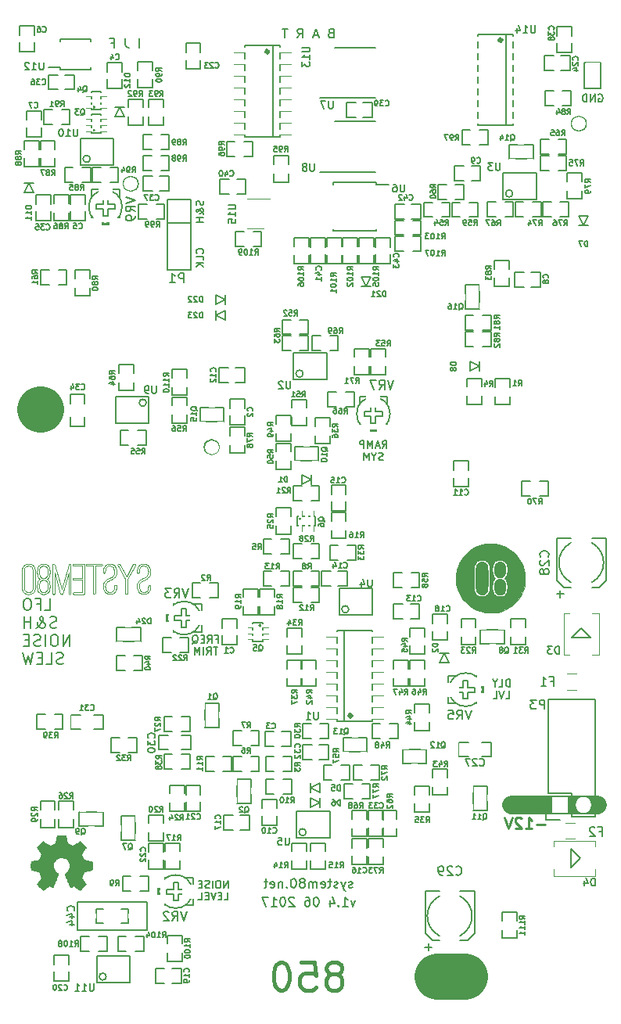
<source format=gbo>
G04 #@! TF.FileFunction,Legend,Bot*
%FSLAX46Y46*%
G04 Gerber Fmt 4.6, Leading zero omitted, Abs format (unit mm)*
G04 Created by KiCad (PCBNEW 4.0.2-stable) date 2017-05-29 11:59:00 AM*
%MOMM*%
G01*
G04 APERTURE LIST*
%ADD10C,0.100000*%
%ADD11C,0.150000*%
%ADD12C,5.000000*%
%ADD13C,0.400000*%
%ADD14C,0.200000*%
%ADD15C,0.152400*%
%ADD16C,0.203200*%
%ADD17C,0.250000*%
%ADD18C,2.000000*%
%ADD19C,0.010000*%
%ADD20C,0.066040*%
%ADD21C,0.101600*%
%ADD22C,0.127000*%
%ADD23C,0.381000*%
%ADD24C,0.120000*%
%ADD25R,0.832800X0.832800*%
%ADD26C,2.018980*%
%ADD27O,4.020000X2.520000*%
%ADD28O,2.520000X2.020000*%
%ADD29O,1.520000X3.520000*%
%ADD30R,0.418780X0.817560*%
%ADD31R,0.817560X0.418780*%
%ADD32O,2.520000X4.020000*%
%ADD33O,2.020000X2.520000*%
%ADD34O,3.520000X1.520000*%
%ADD35R,1.470000X0.470000*%
%ADD36R,0.629600X0.782000*%
%ADD37R,0.782000X0.629600*%
%ADD38R,2.417760X2.417760*%
%ADD39R,1.220000X1.220000*%
%ADD40C,1.220000*%
%ADD41R,1.747200X1.747200*%
%ADD42O,1.747200X1.747200*%
%ADD43R,1.020760X0.721040*%
%ADD44R,0.721040X1.020760*%
%ADD45C,2.270000*%
%ADD46R,1.620000X2.820000*%
%ADD47R,2.219640X0.619440*%
%ADD48R,1.520000X0.470000*%
%ADD49R,1.163000X1.417000*%
%ADD50C,1.544000*%
%ADD51R,1.417000X1.163000*%
%ADD52R,1.320480X0.420000*%
%ADD53R,1.620000X3.020000*%
%ADD54C,1.520000*%
%ADD55R,1.520000X1.620000*%
%ADD56R,1.620000X1.520000*%
%ADD57R,1.544000X1.544000*%
%ADD58R,1.080000X0.670000*%
%ADD59R,1.520000X2.020000*%
%ADD60O,2.000000X2.000000*%
%ADD61R,1.020000X1.270000*%
G04 APERTURE END LIST*
D10*
D11*
X74171429Y-27752381D02*
X74171429Y-26752381D01*
X72647619Y-26752381D02*
X72647619Y-27466667D01*
X72695239Y-27609524D01*
X72790477Y-27704762D01*
X72933334Y-27752381D01*
X73028572Y-27752381D01*
X71076190Y-27228571D02*
X71409524Y-27228571D01*
X71409524Y-27752381D02*
X71409524Y-26752381D01*
X70933333Y-26752381D01*
X94880952Y-26178571D02*
X94738095Y-26226190D01*
X94690476Y-26273810D01*
X94642857Y-26369048D01*
X94642857Y-26511905D01*
X94690476Y-26607143D01*
X94738095Y-26654762D01*
X94833333Y-26702381D01*
X95214286Y-26702381D01*
X95214286Y-25702381D01*
X94880952Y-25702381D01*
X94785714Y-25750000D01*
X94738095Y-25797619D01*
X94690476Y-25892857D01*
X94690476Y-25988095D01*
X94738095Y-26083333D01*
X94785714Y-26130952D01*
X94880952Y-26178571D01*
X95214286Y-26178571D01*
X93500000Y-26416667D02*
X93023809Y-26416667D01*
X93595238Y-26702381D02*
X93261905Y-25702381D01*
X92928571Y-26702381D01*
X91261904Y-26702381D02*
X91595238Y-26226190D01*
X91833333Y-26702381D02*
X91833333Y-25702381D01*
X91452380Y-25702381D01*
X91357142Y-25750000D01*
X91309523Y-25797619D01*
X91261904Y-25892857D01*
X91261904Y-26035714D01*
X91309523Y-26130952D01*
X91357142Y-26178571D01*
X91452380Y-26226190D01*
X91833333Y-26226190D01*
X90214285Y-25702381D02*
X89642856Y-25702381D01*
X89928571Y-26702381D02*
X89928571Y-25702381D01*
D12*
X63440000Y-66900000D02*
X63450000Y-66900000D01*
X109400000Y-128300000D02*
X106400000Y-128300000D01*
D13*
X95542857Y-128042857D02*
X95828571Y-127900000D01*
X95971428Y-127757143D01*
X96114285Y-127471429D01*
X96114285Y-127328571D01*
X95971428Y-127042857D01*
X95828571Y-126900000D01*
X95542857Y-126757143D01*
X94971428Y-126757143D01*
X94685714Y-126900000D01*
X94542857Y-127042857D01*
X94400000Y-127328571D01*
X94400000Y-127471429D01*
X94542857Y-127757143D01*
X94685714Y-127900000D01*
X94971428Y-128042857D01*
X95542857Y-128042857D01*
X95828571Y-128185714D01*
X95971428Y-128328571D01*
X96114285Y-128614286D01*
X96114285Y-129185714D01*
X95971428Y-129471429D01*
X95828571Y-129614286D01*
X95542857Y-129757143D01*
X94971428Y-129757143D01*
X94685714Y-129614286D01*
X94542857Y-129471429D01*
X94400000Y-129185714D01*
X94400000Y-128614286D01*
X94542857Y-128328571D01*
X94685714Y-128185714D01*
X94971428Y-128042857D01*
X91685714Y-126757143D02*
X93114285Y-126757143D01*
X93257142Y-128185714D01*
X93114285Y-128042857D01*
X92828571Y-127900000D01*
X92114285Y-127900000D01*
X91828571Y-128042857D01*
X91685714Y-128185714D01*
X91542857Y-128471429D01*
X91542857Y-129185714D01*
X91685714Y-129471429D01*
X91828571Y-129614286D01*
X92114285Y-129757143D01*
X92828571Y-129757143D01*
X93114285Y-129614286D01*
X93257142Y-129471429D01*
X89685714Y-126757143D02*
X89399999Y-126757143D01*
X89114285Y-126900000D01*
X88971428Y-127042857D01*
X88828571Y-127328571D01*
X88685714Y-127900000D01*
X88685714Y-128614286D01*
X88828571Y-129185714D01*
X88971428Y-129471429D01*
X89114285Y-129614286D01*
X89399999Y-129757143D01*
X89685714Y-129757143D01*
X89971428Y-129614286D01*
X90114285Y-129471429D01*
X90257142Y-129185714D01*
X90399999Y-128614286D01*
X90399999Y-127900000D01*
X90257142Y-127328571D01*
X90114285Y-127042857D01*
X89971428Y-126900000D01*
X89685714Y-126757143D01*
D11*
X97547619Y-120035714D02*
X97309524Y-120702381D01*
X97071428Y-120035714D01*
X96166666Y-120702381D02*
X96738095Y-120702381D01*
X96452381Y-120702381D02*
X96452381Y-119702381D01*
X96547619Y-119845238D01*
X96642857Y-119940476D01*
X96738095Y-119988095D01*
X95738095Y-120607143D02*
X95690476Y-120654762D01*
X95738095Y-120702381D01*
X95785714Y-120654762D01*
X95738095Y-120607143D01*
X95738095Y-120702381D01*
X94833333Y-120035714D02*
X94833333Y-120702381D01*
X95071429Y-119654762D02*
X95309524Y-120369048D01*
X94690476Y-120369048D01*
X93357143Y-119702381D02*
X93261904Y-119702381D01*
X93166666Y-119750000D01*
X93119047Y-119797619D01*
X93071428Y-119892857D01*
X93023809Y-120083333D01*
X93023809Y-120321429D01*
X93071428Y-120511905D01*
X93119047Y-120607143D01*
X93166666Y-120654762D01*
X93261904Y-120702381D01*
X93357143Y-120702381D01*
X93452381Y-120654762D01*
X93500000Y-120607143D01*
X93547619Y-120511905D01*
X93595238Y-120321429D01*
X93595238Y-120083333D01*
X93547619Y-119892857D01*
X93500000Y-119797619D01*
X93452381Y-119750000D01*
X93357143Y-119702381D01*
X92166666Y-119702381D02*
X92357143Y-119702381D01*
X92452381Y-119750000D01*
X92500000Y-119797619D01*
X92595238Y-119940476D01*
X92642857Y-120130952D01*
X92642857Y-120511905D01*
X92595238Y-120607143D01*
X92547619Y-120654762D01*
X92452381Y-120702381D01*
X92261904Y-120702381D01*
X92166666Y-120654762D01*
X92119047Y-120607143D01*
X92071428Y-120511905D01*
X92071428Y-120273810D01*
X92119047Y-120178571D01*
X92166666Y-120130952D01*
X92261904Y-120083333D01*
X92452381Y-120083333D01*
X92547619Y-120130952D01*
X92595238Y-120178571D01*
X92642857Y-120273810D01*
X90928571Y-119797619D02*
X90880952Y-119750000D01*
X90785714Y-119702381D01*
X90547618Y-119702381D01*
X90452380Y-119750000D01*
X90404761Y-119797619D01*
X90357142Y-119892857D01*
X90357142Y-119988095D01*
X90404761Y-120130952D01*
X90976190Y-120702381D01*
X90357142Y-120702381D01*
X89738095Y-119702381D02*
X89642856Y-119702381D01*
X89547618Y-119750000D01*
X89499999Y-119797619D01*
X89452380Y-119892857D01*
X89404761Y-120083333D01*
X89404761Y-120321429D01*
X89452380Y-120511905D01*
X89499999Y-120607143D01*
X89547618Y-120654762D01*
X89642856Y-120702381D01*
X89738095Y-120702381D01*
X89833333Y-120654762D01*
X89880952Y-120607143D01*
X89928571Y-120511905D01*
X89976190Y-120321429D01*
X89976190Y-120083333D01*
X89928571Y-119892857D01*
X89880952Y-119797619D01*
X89833333Y-119750000D01*
X89738095Y-119702381D01*
X88452380Y-120702381D02*
X89023809Y-120702381D01*
X88738095Y-120702381D02*
X88738095Y-119702381D01*
X88833333Y-119845238D01*
X88928571Y-119940476D01*
X89023809Y-119988095D01*
X88119047Y-119702381D02*
X87452380Y-119702381D01*
X87880952Y-120702381D01*
X97238096Y-118654762D02*
X97142858Y-118702381D01*
X96952382Y-118702381D01*
X96857143Y-118654762D01*
X96809524Y-118559524D01*
X96809524Y-118511905D01*
X96857143Y-118416667D01*
X96952382Y-118369048D01*
X97095239Y-118369048D01*
X97190477Y-118321429D01*
X97238096Y-118226190D01*
X97238096Y-118178571D01*
X97190477Y-118083333D01*
X97095239Y-118035714D01*
X96952382Y-118035714D01*
X96857143Y-118083333D01*
X96476191Y-118035714D02*
X96238096Y-118702381D01*
X96000000Y-118035714D02*
X96238096Y-118702381D01*
X96333334Y-118940476D01*
X96380953Y-118988095D01*
X96476191Y-119035714D01*
X95666667Y-118654762D02*
X95571429Y-118702381D01*
X95380953Y-118702381D01*
X95285714Y-118654762D01*
X95238095Y-118559524D01*
X95238095Y-118511905D01*
X95285714Y-118416667D01*
X95380953Y-118369048D01*
X95523810Y-118369048D01*
X95619048Y-118321429D01*
X95666667Y-118226190D01*
X95666667Y-118178571D01*
X95619048Y-118083333D01*
X95523810Y-118035714D01*
X95380953Y-118035714D01*
X95285714Y-118083333D01*
X94952381Y-118035714D02*
X94571429Y-118035714D01*
X94809524Y-117702381D02*
X94809524Y-118559524D01*
X94761905Y-118654762D01*
X94666667Y-118702381D01*
X94571429Y-118702381D01*
X93857142Y-118654762D02*
X93952380Y-118702381D01*
X94142857Y-118702381D01*
X94238095Y-118654762D01*
X94285714Y-118559524D01*
X94285714Y-118178571D01*
X94238095Y-118083333D01*
X94142857Y-118035714D01*
X93952380Y-118035714D01*
X93857142Y-118083333D01*
X93809523Y-118178571D01*
X93809523Y-118273810D01*
X94285714Y-118369048D01*
X93380952Y-118702381D02*
X93380952Y-118035714D01*
X93380952Y-118130952D02*
X93333333Y-118083333D01*
X93238095Y-118035714D01*
X93095237Y-118035714D01*
X92999999Y-118083333D01*
X92952380Y-118178571D01*
X92952380Y-118702381D01*
X92952380Y-118178571D02*
X92904761Y-118083333D01*
X92809523Y-118035714D01*
X92666666Y-118035714D01*
X92571428Y-118083333D01*
X92523809Y-118178571D01*
X92523809Y-118702381D01*
X91904762Y-118130952D02*
X92000000Y-118083333D01*
X92047619Y-118035714D01*
X92095238Y-117940476D01*
X92095238Y-117892857D01*
X92047619Y-117797619D01*
X92000000Y-117750000D01*
X91904762Y-117702381D01*
X91714285Y-117702381D01*
X91619047Y-117750000D01*
X91571428Y-117797619D01*
X91523809Y-117892857D01*
X91523809Y-117940476D01*
X91571428Y-118035714D01*
X91619047Y-118083333D01*
X91714285Y-118130952D01*
X91904762Y-118130952D01*
X92000000Y-118178571D01*
X92047619Y-118226190D01*
X92095238Y-118321429D01*
X92095238Y-118511905D01*
X92047619Y-118607143D01*
X92000000Y-118654762D01*
X91904762Y-118702381D01*
X91714285Y-118702381D01*
X91619047Y-118654762D01*
X91571428Y-118607143D01*
X91523809Y-118511905D01*
X91523809Y-118321429D01*
X91571428Y-118226190D01*
X91619047Y-118178571D01*
X91714285Y-118130952D01*
X90904762Y-117702381D02*
X90809523Y-117702381D01*
X90714285Y-117750000D01*
X90666666Y-117797619D01*
X90619047Y-117892857D01*
X90571428Y-118083333D01*
X90571428Y-118321429D01*
X90619047Y-118511905D01*
X90666666Y-118607143D01*
X90714285Y-118654762D01*
X90809523Y-118702381D01*
X90904762Y-118702381D01*
X91000000Y-118654762D01*
X91047619Y-118607143D01*
X91095238Y-118511905D01*
X91142857Y-118321429D01*
X91142857Y-118083333D01*
X91095238Y-117892857D01*
X91047619Y-117797619D01*
X91000000Y-117750000D01*
X90904762Y-117702381D01*
X90142857Y-118607143D02*
X90095238Y-118654762D01*
X90142857Y-118702381D01*
X90190476Y-118654762D01*
X90142857Y-118607143D01*
X90142857Y-118702381D01*
X89666667Y-118035714D02*
X89666667Y-118702381D01*
X89666667Y-118130952D02*
X89619048Y-118083333D01*
X89523810Y-118035714D01*
X89380952Y-118035714D01*
X89285714Y-118083333D01*
X89238095Y-118178571D01*
X89238095Y-118702381D01*
X88380952Y-118654762D02*
X88476190Y-118702381D01*
X88666667Y-118702381D01*
X88761905Y-118654762D01*
X88809524Y-118559524D01*
X88809524Y-118178571D01*
X88761905Y-118083333D01*
X88666667Y-118035714D01*
X88476190Y-118035714D01*
X88380952Y-118083333D01*
X88333333Y-118178571D01*
X88333333Y-118273810D01*
X88809524Y-118369048D01*
X88047619Y-118035714D02*
X87666667Y-118035714D01*
X87904762Y-117702381D02*
X87904762Y-118559524D01*
X87857143Y-118654762D01*
X87761905Y-118702381D01*
X87666667Y-118702381D01*
D14*
X63900001Y-88640476D02*
X64495239Y-88640476D01*
X64495239Y-87390476D01*
X63066667Y-87985714D02*
X63483334Y-87985714D01*
X63483334Y-88640476D02*
X63483334Y-87390476D01*
X62888096Y-87390476D01*
X62173810Y-87390476D02*
X61935714Y-87390476D01*
X61816667Y-87450000D01*
X61697619Y-87569048D01*
X61638095Y-87807143D01*
X61638095Y-88223810D01*
X61697619Y-88461905D01*
X61816667Y-88580952D01*
X61935714Y-88640476D01*
X62173810Y-88640476D01*
X62292857Y-88580952D01*
X62411905Y-88461905D01*
X62471429Y-88223810D01*
X62471429Y-87807143D01*
X62411905Y-87569048D01*
X62292857Y-87450000D01*
X62173810Y-87390476D01*
X65209524Y-90530952D02*
X65030952Y-90590476D01*
X64733333Y-90590476D01*
X64614286Y-90530952D01*
X64554762Y-90471429D01*
X64495238Y-90352381D01*
X64495238Y-90233333D01*
X64554762Y-90114286D01*
X64614286Y-90054762D01*
X64733333Y-89995238D01*
X64971429Y-89935714D01*
X65090476Y-89876190D01*
X65150000Y-89816667D01*
X65209524Y-89697619D01*
X65209524Y-89578571D01*
X65150000Y-89459524D01*
X65090476Y-89400000D01*
X64971429Y-89340476D01*
X64673809Y-89340476D01*
X64495238Y-89400000D01*
X62947619Y-90590476D02*
X63007143Y-90590476D01*
X63126191Y-90530952D01*
X63304762Y-90352381D01*
X63602381Y-89995238D01*
X63721429Y-89816667D01*
X63780953Y-89638095D01*
X63780953Y-89519048D01*
X63721429Y-89400000D01*
X63602381Y-89340476D01*
X63542857Y-89340476D01*
X63423810Y-89400000D01*
X63364286Y-89519048D01*
X63364286Y-89578571D01*
X63423810Y-89697619D01*
X63483333Y-89757143D01*
X63840476Y-89995238D01*
X63900000Y-90054762D01*
X63959524Y-90173810D01*
X63959524Y-90352381D01*
X63900000Y-90471429D01*
X63840476Y-90530952D01*
X63721429Y-90590476D01*
X63542857Y-90590476D01*
X63423810Y-90530952D01*
X63364286Y-90471429D01*
X63185714Y-90233333D01*
X63126191Y-90054762D01*
X63126191Y-89935714D01*
X62411905Y-90590476D02*
X62411905Y-89340476D01*
X62411905Y-89935714D02*
X61697619Y-89935714D01*
X61697619Y-90590476D02*
X61697619Y-89340476D01*
X66638095Y-92540476D02*
X66638095Y-91290476D01*
X65923809Y-92540476D01*
X65923809Y-91290476D01*
X65090476Y-91290476D02*
X64852380Y-91290476D01*
X64733333Y-91350000D01*
X64614285Y-91469048D01*
X64554761Y-91707143D01*
X64554761Y-92123810D01*
X64614285Y-92361905D01*
X64733333Y-92480952D01*
X64852380Y-92540476D01*
X65090476Y-92540476D01*
X65209523Y-92480952D01*
X65328571Y-92361905D01*
X65388095Y-92123810D01*
X65388095Y-91707143D01*
X65328571Y-91469048D01*
X65209523Y-91350000D01*
X65090476Y-91290476D01*
X64019047Y-92540476D02*
X64019047Y-91290476D01*
X63483333Y-92480952D02*
X63304761Y-92540476D01*
X63007142Y-92540476D01*
X62888095Y-92480952D01*
X62828571Y-92421429D01*
X62769047Y-92302381D01*
X62769047Y-92183333D01*
X62828571Y-92064286D01*
X62888095Y-92004762D01*
X63007142Y-91945238D01*
X63245238Y-91885714D01*
X63364285Y-91826190D01*
X63423809Y-91766667D01*
X63483333Y-91647619D01*
X63483333Y-91528571D01*
X63423809Y-91409524D01*
X63364285Y-91350000D01*
X63245238Y-91290476D01*
X62947618Y-91290476D01*
X62769047Y-91350000D01*
X62233333Y-91885714D02*
X61816666Y-91885714D01*
X61638095Y-92540476D02*
X62233333Y-92540476D01*
X62233333Y-91290476D01*
X61638095Y-91290476D01*
X65923809Y-94430952D02*
X65745237Y-94490476D01*
X65447618Y-94490476D01*
X65328571Y-94430952D01*
X65269047Y-94371429D01*
X65209523Y-94252381D01*
X65209523Y-94133333D01*
X65269047Y-94014286D01*
X65328571Y-93954762D01*
X65447618Y-93895238D01*
X65685714Y-93835714D01*
X65804761Y-93776190D01*
X65864285Y-93716667D01*
X65923809Y-93597619D01*
X65923809Y-93478571D01*
X65864285Y-93359524D01*
X65804761Y-93300000D01*
X65685714Y-93240476D01*
X65388094Y-93240476D01*
X65209523Y-93300000D01*
X64078571Y-94490476D02*
X64673809Y-94490476D01*
X64673809Y-93240476D01*
X63661904Y-93835714D02*
X63245237Y-93835714D01*
X63066666Y-94490476D02*
X63661904Y-94490476D01*
X63661904Y-93240476D01*
X63066666Y-93240476D01*
X62650000Y-93240476D02*
X62352381Y-94490476D01*
X62114285Y-93597619D01*
X61876190Y-94490476D01*
X61578571Y-93240476D01*
D15*
X114290209Y-96922535D02*
X114290209Y-96109735D01*
X114096685Y-96109735D01*
X113980571Y-96148440D01*
X113903162Y-96225850D01*
X113864457Y-96303259D01*
X113825752Y-96458078D01*
X113825752Y-96574192D01*
X113864457Y-96729011D01*
X113903162Y-96806421D01*
X113980571Y-96883830D01*
X114096685Y-96922535D01*
X114290209Y-96922535D01*
X113090362Y-96922535D02*
X113477409Y-96922535D01*
X113477409Y-96109735D01*
X112664609Y-96535488D02*
X112664609Y-96922535D01*
X112935542Y-96109735D02*
X112664609Y-96535488D01*
X112393676Y-96109735D01*
X113825753Y-98212855D02*
X114212800Y-98212855D01*
X114212800Y-97400055D01*
X113670933Y-97400055D02*
X113400000Y-98212855D01*
X113129067Y-97400055D01*
X112471086Y-98212855D02*
X112858133Y-98212855D01*
X112858133Y-97400055D01*
X83806247Y-118722535D02*
X83806247Y-117909735D01*
X83341790Y-118722535D01*
X83341790Y-117909735D01*
X82799923Y-117909735D02*
X82645104Y-117909735D01*
X82567695Y-117948440D01*
X82490285Y-118025850D01*
X82451580Y-118180669D01*
X82451580Y-118451602D01*
X82490285Y-118606421D01*
X82567695Y-118683830D01*
X82645104Y-118722535D01*
X82799923Y-118722535D01*
X82877333Y-118683830D01*
X82954742Y-118606421D01*
X82993447Y-118451602D01*
X82993447Y-118180669D01*
X82954742Y-118025850D01*
X82877333Y-117948440D01*
X82799923Y-117909735D01*
X82103237Y-118722535D02*
X82103237Y-117909735D01*
X81754894Y-118683830D02*
X81638780Y-118722535D01*
X81445256Y-118722535D01*
X81367846Y-118683830D01*
X81329142Y-118645126D01*
X81290437Y-118567716D01*
X81290437Y-118490307D01*
X81329142Y-118412897D01*
X81367846Y-118374192D01*
X81445256Y-118335488D01*
X81600075Y-118296783D01*
X81677484Y-118258078D01*
X81716189Y-118219373D01*
X81754894Y-118141964D01*
X81754894Y-118064554D01*
X81716189Y-117987145D01*
X81677484Y-117948440D01*
X81600075Y-117909735D01*
X81406551Y-117909735D01*
X81290437Y-117948440D01*
X80942094Y-118296783D02*
X80671161Y-118296783D01*
X80555047Y-118722535D02*
X80942094Y-118722535D01*
X80942094Y-117909735D01*
X80555047Y-117909735D01*
X83361143Y-120012855D02*
X83748190Y-120012855D01*
X83748190Y-119200055D01*
X83090209Y-119587103D02*
X82819276Y-119587103D01*
X82703162Y-120012855D02*
X83090209Y-120012855D01*
X83090209Y-119200055D01*
X82703162Y-119200055D01*
X82470933Y-119200055D02*
X82200000Y-120012855D01*
X81929067Y-119200055D01*
X81658133Y-119587103D02*
X81387200Y-119587103D01*
X81271086Y-120012855D02*
X81658133Y-120012855D01*
X81658133Y-119200055D01*
X81271086Y-119200055D01*
X80535696Y-120012855D02*
X80922743Y-120012855D01*
X80922743Y-119200055D01*
X82433733Y-91746783D02*
X82704666Y-91746783D01*
X82704666Y-92172535D02*
X82704666Y-91359735D01*
X82317619Y-91359735D01*
X81543523Y-92172535D02*
X81814456Y-91785488D01*
X82007980Y-92172535D02*
X82007980Y-91359735D01*
X81698342Y-91359735D01*
X81620933Y-91398440D01*
X81582228Y-91437145D01*
X81543523Y-91514554D01*
X81543523Y-91630669D01*
X81582228Y-91708078D01*
X81620933Y-91746783D01*
X81698342Y-91785488D01*
X82007980Y-91785488D01*
X81195180Y-91746783D02*
X80924247Y-91746783D01*
X80808133Y-92172535D02*
X81195180Y-92172535D01*
X81195180Y-91359735D01*
X80808133Y-91359735D01*
X79917924Y-92249945D02*
X79995333Y-92211240D01*
X80072743Y-92133830D01*
X80188857Y-92017716D01*
X80266266Y-91979011D01*
X80343676Y-91979011D01*
X80304971Y-92172535D02*
X80382381Y-92133830D01*
X80459790Y-92056421D01*
X80498495Y-91901602D01*
X80498495Y-91630669D01*
X80459790Y-91475850D01*
X80382381Y-91398440D01*
X80304971Y-91359735D01*
X80150152Y-91359735D01*
X80072743Y-91398440D01*
X79995333Y-91475850D01*
X79956628Y-91630669D01*
X79956628Y-91901602D01*
X79995333Y-92056421D01*
X80072743Y-92133830D01*
X80150152Y-92172535D01*
X80304971Y-92172535D01*
X82646609Y-92650055D02*
X82182152Y-92650055D01*
X82414381Y-93462855D02*
X82414381Y-92650055D01*
X81446762Y-93462855D02*
X81717695Y-93075808D01*
X81911219Y-93462855D02*
X81911219Y-92650055D01*
X81601581Y-92650055D01*
X81524172Y-92688760D01*
X81485467Y-92727465D01*
X81446762Y-92804874D01*
X81446762Y-92920989D01*
X81485467Y-92998398D01*
X81524172Y-93037103D01*
X81601581Y-93075808D01*
X81911219Y-93075808D01*
X81098419Y-93462855D02*
X81098419Y-92650055D01*
X80711371Y-93462855D02*
X80711371Y-92650055D01*
X80440438Y-93230627D01*
X80169505Y-92650055D01*
X80169505Y-93462855D01*
X100467619Y-71122535D02*
X100738552Y-70735488D01*
X100932076Y-71122535D02*
X100932076Y-70309735D01*
X100622438Y-70309735D01*
X100545029Y-70348440D01*
X100506324Y-70387145D01*
X100467619Y-70464554D01*
X100467619Y-70580669D01*
X100506324Y-70658078D01*
X100545029Y-70696783D01*
X100622438Y-70735488D01*
X100932076Y-70735488D01*
X100157981Y-70890307D02*
X99770933Y-70890307D01*
X100235390Y-71122535D02*
X99964457Y-70309735D01*
X99693524Y-71122535D01*
X99422590Y-71122535D02*
X99422590Y-70309735D01*
X99151657Y-70890307D01*
X98880724Y-70309735D01*
X98880724Y-71122535D01*
X98493676Y-71122535D02*
X98493676Y-70309735D01*
X98184038Y-70309735D01*
X98106629Y-70348440D01*
X98067924Y-70387145D01*
X98029219Y-70464554D01*
X98029219Y-70580669D01*
X98067924Y-70658078D01*
X98106629Y-70696783D01*
X98184038Y-70735488D01*
X98493676Y-70735488D01*
X100545028Y-72374150D02*
X100428914Y-72412855D01*
X100235390Y-72412855D01*
X100157980Y-72374150D01*
X100119276Y-72335446D01*
X100080571Y-72258036D01*
X100080571Y-72180627D01*
X100119276Y-72103217D01*
X100157980Y-72064512D01*
X100235390Y-72025808D01*
X100390209Y-71987103D01*
X100467618Y-71948398D01*
X100506323Y-71909693D01*
X100545028Y-71832284D01*
X100545028Y-71754874D01*
X100506323Y-71677465D01*
X100467618Y-71638760D01*
X100390209Y-71600055D01*
X100196685Y-71600055D01*
X100080571Y-71638760D01*
X99577409Y-72025808D02*
X99577409Y-72412855D01*
X99848342Y-71600055D02*
X99577409Y-72025808D01*
X99306476Y-71600055D01*
X99035542Y-72412855D02*
X99035542Y-71600055D01*
X98764609Y-72180627D01*
X98493676Y-71600055D01*
X98493676Y-72412855D01*
D16*
X81040286Y-50016191D02*
X81078990Y-49977486D01*
X81117695Y-49861372D01*
X81117695Y-49783962D01*
X81078990Y-49667848D01*
X81001581Y-49590439D01*
X80924171Y-49551734D01*
X80769352Y-49513029D01*
X80653238Y-49513029D01*
X80498419Y-49551734D01*
X80421010Y-49590439D01*
X80343600Y-49667848D01*
X80304895Y-49783962D01*
X80304895Y-49861372D01*
X80343600Y-49977486D01*
X80382305Y-50016191D01*
X81117695Y-50751581D02*
X81117695Y-50364534D01*
X80304895Y-50364534D01*
X81117695Y-51022515D02*
X80304895Y-51022515D01*
X81117695Y-51486972D02*
X80653238Y-51138629D01*
X80304895Y-51486972D02*
X80769352Y-51022515D01*
X81078990Y-44338857D02*
X81117695Y-44454971D01*
X81117695Y-44648495D01*
X81078990Y-44725905D01*
X81040286Y-44764609D01*
X80962876Y-44803314D01*
X80885467Y-44803314D01*
X80808057Y-44764609D01*
X80769352Y-44725905D01*
X80730648Y-44648495D01*
X80691943Y-44493676D01*
X80653238Y-44416267D01*
X80614533Y-44377562D01*
X80537124Y-44338857D01*
X80459714Y-44338857D01*
X80382305Y-44377562D01*
X80343600Y-44416267D01*
X80304895Y-44493676D01*
X80304895Y-44687200D01*
X80343600Y-44803314D01*
X81117695Y-45809638D02*
X81117695Y-45770933D01*
X81078990Y-45693523D01*
X80962876Y-45577409D01*
X80730648Y-45383885D01*
X80614533Y-45306476D01*
X80498419Y-45267771D01*
X80421010Y-45267771D01*
X80343600Y-45306476D01*
X80304895Y-45383885D01*
X80304895Y-45422590D01*
X80343600Y-45500000D01*
X80421010Y-45538704D01*
X80459714Y-45538704D01*
X80537124Y-45500000D01*
X80575829Y-45461295D01*
X80730648Y-45229066D01*
X80769352Y-45190362D01*
X80846762Y-45151657D01*
X80962876Y-45151657D01*
X81040286Y-45190362D01*
X81078990Y-45229066D01*
X81117695Y-45306476D01*
X81117695Y-45422590D01*
X81078990Y-45500000D01*
X81040286Y-45538704D01*
X80885467Y-45654819D01*
X80769352Y-45693523D01*
X80691943Y-45693523D01*
X81117695Y-46157981D02*
X80304895Y-46157981D01*
X80691943Y-46157981D02*
X80691943Y-46622438D01*
X81117695Y-46622438D02*
X80304895Y-46622438D01*
D10*
X74628679Y-85168412D02*
X74551046Y-85202278D01*
X74603810Y-86914648D02*
X74638667Y-86915301D01*
X74413137Y-86884198D02*
X74603810Y-86914648D01*
X74237144Y-86800504D02*
X74413137Y-86884198D01*
X74106561Y-86681006D02*
X74237144Y-86800504D01*
X74086393Y-86655789D02*
X74106561Y-86681006D01*
X74034967Y-86576409D02*
X74086393Y-86655789D01*
X73990490Y-86486372D02*
X74034967Y-86576409D01*
X73953969Y-86386178D02*
X73990490Y-86486372D01*
X73928299Y-86283127D02*
X73953969Y-86386178D01*
X73912254Y-86170626D02*
X73928299Y-86283127D01*
X73906763Y-86050047D02*
X73912254Y-86170626D01*
X73916349Y-85905985D02*
X73906763Y-86050047D01*
X73943303Y-85783503D02*
X73916349Y-85905985D01*
X73965874Y-85721793D02*
X73943303Y-85783503D01*
X73985367Y-85680579D02*
X73965874Y-85721793D01*
X74041485Y-85586119D02*
X73985367Y-85680579D01*
X74102639Y-85504614D02*
X74041485Y-85586119D01*
X74167687Y-85436170D02*
X74102639Y-85504614D01*
X74239402Y-85375163D02*
X74167687Y-85436170D01*
X74311336Y-85324486D02*
X74239402Y-85375163D01*
X74382220Y-85284299D02*
X74311336Y-85324486D01*
X74457138Y-85247236D02*
X74382220Y-85284299D01*
X74510572Y-85221335D02*
X74457138Y-85247236D01*
X74551046Y-85202278D02*
X74510572Y-85221335D01*
X74642151Y-85417693D02*
X74722386Y-85380056D01*
X74674903Y-85148794D02*
X74628679Y-85168412D01*
X74728163Y-85123813D02*
X74674903Y-85148794D01*
X74787054Y-85093843D02*
X74728163Y-85123813D01*
X74842523Y-85061106D02*
X74787054Y-85093843D01*
X74897968Y-85020911D02*
X74842523Y-85061106D01*
X74952441Y-84973502D02*
X74897968Y-85020911D01*
X75000641Y-84921591D02*
X74952441Y-84973502D01*
X75044941Y-84859560D02*
X75000641Y-84921591D01*
X75084578Y-84787235D02*
X75044941Y-84859560D01*
X75112958Y-84711797D02*
X75084578Y-84787235D01*
X75131349Y-84620850D02*
X75112958Y-84711797D01*
X75137892Y-84513524D02*
X75131349Y-84620850D01*
X75128190Y-84363417D02*
X75137892Y-84513524D01*
X75121185Y-84319603D02*
X75128190Y-84363417D01*
X75075116Y-84161434D02*
X75121185Y-84319603D01*
X75015425Y-84049776D02*
X75075116Y-84161434D01*
X75002249Y-84030990D02*
X75015425Y-84049776D01*
X74988760Y-84012929D02*
X75002249Y-84030990D01*
X74900219Y-83926088D02*
X74988760Y-84012929D01*
X74787946Y-83869127D02*
X74900219Y-83926088D01*
X74661827Y-83847798D02*
X74787946Y-83869127D01*
X74638667Y-83847347D02*
X74661827Y-83847798D01*
X74513162Y-83857970D02*
X74638667Y-83847347D01*
X74474035Y-83866742D02*
X74513162Y-83857970D01*
X74360134Y-83915707D02*
X74474035Y-83866742D01*
X74281504Y-83984053D02*
X74360134Y-83915707D01*
X74269375Y-83998975D02*
X74281504Y-83984053D01*
X74256762Y-84015973D02*
X74269375Y-83998975D01*
X74202467Y-84117003D02*
X74256762Y-84015973D01*
X74173384Y-84205709D02*
X74202467Y-84117003D01*
X74156609Y-84285156D02*
X74173384Y-84205709D01*
X74140003Y-84468051D02*
X74156609Y-84285156D01*
X74139420Y-84513524D02*
X74140003Y-84468051D01*
X74135873Y-84541867D02*
X74139420Y-84513524D01*
X74125589Y-84567781D02*
X74135873Y-84541867D01*
X74107758Y-84592678D02*
X74125589Y-84567781D01*
X74083636Y-84613196D02*
X74107758Y-84592678D01*
X74055604Y-84625599D02*
X74083636Y-84613196D01*
X74023202Y-84629940D02*
X74055604Y-84625599D01*
X73990958Y-84625636D02*
X74023202Y-84629940D01*
X73962862Y-84613292D02*
X73990958Y-84625636D01*
X73938624Y-84592899D02*
X73962862Y-84613292D01*
X73920624Y-84567776D02*
X73938624Y-84592899D01*
X73910319Y-84541862D02*
X73920624Y-84567776D01*
X73906763Y-84513524D02*
X73910319Y-84541862D01*
X73907219Y-84470834D02*
X73906763Y-84513524D01*
X73930081Y-84229826D02*
X73907219Y-84470834D01*
X73953962Y-84125369D02*
X73930081Y-84229826D01*
X73992742Y-84014539D02*
X73953962Y-84125369D01*
X74069889Y-83877028D02*
X73992742Y-84014539D01*
X74087430Y-83854028D02*
X74069889Y-83877028D01*
X74106666Y-83831264D02*
X74087430Y-83854028D01*
X74230072Y-83725656D02*
X74106666Y-83831264D01*
X74325348Y-83676109D02*
X74230072Y-83725656D01*
X74406063Y-83648575D02*
X74325348Y-83676109D01*
X74602998Y-83620132D02*
X74406063Y-83648575D01*
X74638667Y-83619541D02*
X74602998Y-83620132D01*
X74673560Y-83620233D02*
X74638667Y-83619541D01*
X74863484Y-83652157D02*
X74673560Y-83620233D01*
X75039263Y-83740035D02*
X74863484Y-83652157D01*
X75171139Y-83867270D02*
X75039263Y-83740035D01*
X75191293Y-83893914D02*
X75171139Y-83867270D01*
X75208222Y-83918589D02*
X75191293Y-83893914D01*
X75285368Y-84065007D02*
X75208222Y-83918589D01*
X75320122Y-84164986D02*
X75285368Y-84065007D01*
X75344432Y-84268502D02*
X75320122Y-84164986D01*
X75365258Y-84476486D02*
X75344432Y-84268502D01*
X75365698Y-84513524D02*
X75365258Y-84476486D01*
X75356452Y-84657793D02*
X75365698Y-84513524D01*
X75330400Y-84780978D02*
X75356452Y-84657793D01*
X75308653Y-84842979D02*
X75330400Y-84780978D01*
X75289851Y-84884514D02*
X75308653Y-84842979D01*
X75236015Y-84980372D02*
X75289851Y-84884514D01*
X75176659Y-85064315D02*
X75236015Y-84980372D01*
X75113043Y-85135868D02*
X75176659Y-85064315D01*
X75042348Y-85200363D02*
X75113043Y-85135868D01*
X74971015Y-85253668D02*
X75042348Y-85200363D01*
X74900472Y-85295588D02*
X74971015Y-85253668D01*
X74830310Y-85331284D02*
X74900472Y-85295588D01*
X74769691Y-85359864D02*
X74830310Y-85331284D01*
X74722386Y-85380056D02*
X74769691Y-85359864D01*
X74603810Y-85436634D02*
X74642151Y-85417693D01*
X74554261Y-85460653D02*
X74603810Y-85436634D01*
X74493389Y-85489726D02*
X74554261Y-85460653D01*
X74438479Y-85519184D02*
X74493389Y-85489726D01*
X74383223Y-85556153D02*
X74438479Y-85519184D01*
X74328708Y-85600344D02*
X74383223Y-85556153D01*
X74280712Y-85649294D02*
X74328708Y-85600344D01*
X74235733Y-85708954D02*
X74280712Y-85649294D01*
X74194674Y-85779467D02*
X74235733Y-85708954D01*
X74165266Y-85853546D02*
X74194674Y-85779467D01*
X74146217Y-85943325D02*
X74165266Y-85853546D01*
X74139420Y-86050047D02*
X74146217Y-85943325D01*
X74144749Y-86166551D02*
X74139420Y-86050047D01*
X74156253Y-86249890D02*
X74144749Y-86166551D01*
X74201789Y-86404743D02*
X74156253Y-86249890D01*
X74258811Y-86506848D02*
X74201789Y-86404743D01*
X74271646Y-86523938D02*
X74258811Y-86506848D01*
X74284898Y-86540040D02*
X74271646Y-86523938D01*
X74370400Y-86615823D02*
X74284898Y-86540040D01*
X74484116Y-86667663D02*
X74370400Y-86615823D01*
X74614924Y-86687291D02*
X74484116Y-86667663D01*
X74638667Y-86687693D02*
X74614924Y-86687291D01*
X74692513Y-86685510D02*
X74638667Y-86687693D01*
X74750421Y-86678704D02*
X74692513Y-86685510D01*
X74811197Y-86667122D02*
X74750421Y-86678704D01*
X74866409Y-86649148D02*
X74811197Y-86667122D01*
X74916521Y-86621773D02*
X74866409Y-86649148D01*
X74966861Y-86581419D02*
X74916521Y-86621773D01*
X75009737Y-86532950D02*
X74966861Y-86581419D01*
X75050609Y-86467711D02*
X75009737Y-86532950D01*
X75088062Y-86384194D02*
X75050609Y-86467711D01*
X75113713Y-86295353D02*
X75088062Y-86384194D01*
X75131471Y-86175899D02*
X75113713Y-86295353D01*
X75137892Y-86026169D02*
X75131471Y-86175899D01*
X75141782Y-85994492D02*
X75137892Y-86026169D01*
X75152953Y-85966752D02*
X75141782Y-85994492D01*
X75171119Y-85942979D02*
X75152953Y-85966752D01*
X75194689Y-85924661D02*
X75171119Y-85942979D01*
X75220837Y-85913676D02*
X75194689Y-85924661D01*
X75249458Y-85909928D02*
X75220837Y-85913676D01*
X75276973Y-85912212D02*
X75249458Y-85909928D01*
X75313861Y-85924935D02*
X75276973Y-85912212D01*
X75350691Y-85961765D02*
X75313861Y-85924935D01*
X75363414Y-85998653D02*
X75350691Y-85961765D01*
X75365698Y-86026169D02*
X75363414Y-85998653D01*
X75365243Y-86068405D02*
X75365698Y-86026169D01*
X75342461Y-86306748D02*
X75365243Y-86068405D01*
X75318545Y-86410718D02*
X75342461Y-86306748D01*
X75279944Y-86520542D02*
X75318545Y-86410718D01*
X75202875Y-86657643D02*
X75279944Y-86520542D01*
X75185384Y-86680571D02*
X75202875Y-86657643D01*
X75166640Y-86703358D02*
X75185384Y-86680571D01*
X75045721Y-86808905D02*
X75166640Y-86703358D01*
X74962128Y-86853967D02*
X75045721Y-86808905D01*
X74871502Y-86886086D02*
X74962128Y-86853967D01*
X74674375Y-86914709D02*
X74871502Y-86886086D01*
X74638667Y-86915301D02*
X74674375Y-86914709D01*
X70959624Y-85168412D02*
X70881991Y-85202278D01*
X70934755Y-86914648D02*
X70969612Y-86915301D01*
X70744082Y-86884198D02*
X70934755Y-86914648D01*
X70568089Y-86800504D02*
X70744082Y-86884198D01*
X70437506Y-86681006D02*
X70568089Y-86800504D01*
X70417338Y-86655789D02*
X70437506Y-86681006D01*
X70365912Y-86576409D02*
X70417338Y-86655789D01*
X70321435Y-86486372D02*
X70365912Y-86576409D01*
X70284914Y-86386178D02*
X70321435Y-86486372D01*
X70259244Y-86283127D02*
X70284914Y-86386178D01*
X70243199Y-86170626D02*
X70259244Y-86283127D01*
X70237708Y-86050047D02*
X70243199Y-86170626D01*
X70247294Y-85905985D02*
X70237708Y-86050047D01*
X70274248Y-85783503D02*
X70247294Y-85905985D01*
X70296819Y-85721793D02*
X70274248Y-85783503D01*
X70316312Y-85680579D02*
X70296819Y-85721793D01*
X70372430Y-85586119D02*
X70316312Y-85680579D01*
X70433584Y-85504614D02*
X70372430Y-85586119D01*
X70498632Y-85436170D02*
X70433584Y-85504614D01*
X70570347Y-85375163D02*
X70498632Y-85436170D01*
X70642281Y-85324486D02*
X70570347Y-85375163D01*
X70713165Y-85284299D02*
X70642281Y-85324486D01*
X70788083Y-85247236D02*
X70713165Y-85284299D01*
X70841517Y-85221335D02*
X70788083Y-85247236D01*
X70881991Y-85202278D02*
X70841517Y-85221335D01*
X70973096Y-85417693D02*
X71053331Y-85380056D01*
X71005848Y-85148794D02*
X70959624Y-85168412D01*
X71059108Y-85123813D02*
X71005848Y-85148794D01*
X71117999Y-85093843D02*
X71059108Y-85123813D01*
X71173468Y-85061106D02*
X71117999Y-85093843D01*
X71228913Y-85020911D02*
X71173468Y-85061106D01*
X71283386Y-84973502D02*
X71228913Y-85020911D01*
X71331586Y-84921591D02*
X71283386Y-84973502D01*
X71375886Y-84859560D02*
X71331586Y-84921591D01*
X71415523Y-84787235D02*
X71375886Y-84859560D01*
X71443903Y-84711797D02*
X71415523Y-84787235D01*
X71462294Y-84620850D02*
X71443903Y-84711797D01*
X71468837Y-84513524D02*
X71462294Y-84620850D01*
X71459135Y-84363417D02*
X71468837Y-84513524D01*
X71452130Y-84319603D02*
X71459135Y-84363417D01*
X71406061Y-84161434D02*
X71452130Y-84319603D01*
X71346370Y-84049776D02*
X71406061Y-84161434D01*
X71333194Y-84030990D02*
X71346370Y-84049776D01*
X71319705Y-84012929D02*
X71333194Y-84030990D01*
X71231164Y-83926088D02*
X71319705Y-84012929D01*
X71118891Y-83869127D02*
X71231164Y-83926088D01*
X70992772Y-83847798D02*
X71118891Y-83869127D01*
X70969612Y-83847347D02*
X70992772Y-83847798D01*
X70844107Y-83857970D02*
X70969612Y-83847347D01*
X70804980Y-83866742D02*
X70844107Y-83857970D01*
X70691079Y-83915707D02*
X70804980Y-83866742D01*
X70612449Y-83984053D02*
X70691079Y-83915707D01*
X70600320Y-83998975D02*
X70612449Y-83984053D01*
X70587707Y-84015973D02*
X70600320Y-83998975D01*
X70533412Y-84117003D02*
X70587707Y-84015973D01*
X70504329Y-84205709D02*
X70533412Y-84117003D01*
X70487554Y-84285156D02*
X70504329Y-84205709D01*
X70470948Y-84468051D02*
X70487554Y-84285156D01*
X70470365Y-84513524D02*
X70470948Y-84468051D01*
X70466818Y-84541867D02*
X70470365Y-84513524D01*
X70456534Y-84567781D02*
X70466818Y-84541867D01*
X70438703Y-84592678D02*
X70456534Y-84567781D01*
X70414581Y-84613196D02*
X70438703Y-84592678D01*
X70386549Y-84625599D02*
X70414581Y-84613196D01*
X70354147Y-84629940D02*
X70386549Y-84625599D01*
X70321903Y-84625636D02*
X70354147Y-84629940D01*
X70293807Y-84613292D02*
X70321903Y-84625636D01*
X70269569Y-84592899D02*
X70293807Y-84613292D01*
X70251569Y-84567776D02*
X70269569Y-84592899D01*
X70241264Y-84541862D02*
X70251569Y-84567776D01*
X70237708Y-84513524D02*
X70241264Y-84541862D01*
X70238164Y-84470834D02*
X70237708Y-84513524D01*
X70261026Y-84229826D02*
X70238164Y-84470834D01*
X70284907Y-84125369D02*
X70261026Y-84229826D01*
X70323687Y-84014539D02*
X70284907Y-84125369D01*
X70400834Y-83877028D02*
X70323687Y-84014539D01*
X70418375Y-83854028D02*
X70400834Y-83877028D01*
X70437611Y-83831264D02*
X70418375Y-83854028D01*
X70561017Y-83725656D02*
X70437611Y-83831264D01*
X70656293Y-83676109D02*
X70561017Y-83725656D01*
X70737008Y-83648575D02*
X70656293Y-83676109D01*
X70933943Y-83620132D02*
X70737008Y-83648575D01*
X70969612Y-83619541D02*
X70933943Y-83620132D01*
X71004505Y-83620233D02*
X70969612Y-83619541D01*
X71194429Y-83652157D02*
X71004505Y-83620233D01*
X71370208Y-83740035D02*
X71194429Y-83652157D01*
X71502084Y-83867270D02*
X71370208Y-83740035D01*
X71522238Y-83893914D02*
X71502084Y-83867270D01*
X71539167Y-83918589D02*
X71522238Y-83893914D01*
X71616313Y-84065007D02*
X71539167Y-83918589D01*
X71651067Y-84164986D02*
X71616313Y-84065007D01*
X71675377Y-84268502D02*
X71651067Y-84164986D01*
X71696203Y-84476486D02*
X71675377Y-84268502D01*
X71696643Y-84513524D02*
X71696203Y-84476486D01*
X71687397Y-84657793D02*
X71696643Y-84513524D01*
X71661345Y-84780978D02*
X71687397Y-84657793D01*
X71639598Y-84842979D02*
X71661345Y-84780978D01*
X71620796Y-84884514D02*
X71639598Y-84842979D01*
X71566960Y-84980372D02*
X71620796Y-84884514D01*
X71507604Y-85064315D02*
X71566960Y-84980372D01*
X71443988Y-85135868D02*
X71507604Y-85064315D01*
X71373293Y-85200363D02*
X71443988Y-85135868D01*
X71301960Y-85253668D02*
X71373293Y-85200363D01*
X71231417Y-85295588D02*
X71301960Y-85253668D01*
X71161255Y-85331284D02*
X71231417Y-85295588D01*
X71100636Y-85359864D02*
X71161255Y-85331284D01*
X71053331Y-85380056D02*
X71100636Y-85359864D01*
X70934755Y-85436634D02*
X70973096Y-85417693D01*
X70885206Y-85460653D02*
X70934755Y-85436634D01*
X70824334Y-85489726D02*
X70885206Y-85460653D01*
X70769424Y-85519184D02*
X70824334Y-85489726D01*
X70714168Y-85556153D02*
X70769424Y-85519184D01*
X70659653Y-85600344D02*
X70714168Y-85556153D01*
X70611657Y-85649294D02*
X70659653Y-85600344D01*
X70566678Y-85708954D02*
X70611657Y-85649294D01*
X70525619Y-85779467D02*
X70566678Y-85708954D01*
X70496211Y-85853546D02*
X70525619Y-85779467D01*
X70477162Y-85943325D02*
X70496211Y-85853546D01*
X70470365Y-86050047D02*
X70477162Y-85943325D01*
X70475694Y-86166551D02*
X70470365Y-86050047D01*
X70487198Y-86249890D02*
X70475694Y-86166551D01*
X70532734Y-86404743D02*
X70487198Y-86249890D01*
X70589756Y-86506848D02*
X70532734Y-86404743D01*
X70602591Y-86523938D02*
X70589756Y-86506848D01*
X70615843Y-86540040D02*
X70602591Y-86523938D01*
X70701345Y-86615823D02*
X70615843Y-86540040D01*
X70815061Y-86667663D02*
X70701345Y-86615823D01*
X70945869Y-86687291D02*
X70815061Y-86667663D01*
X70969612Y-86687693D02*
X70945869Y-86687291D01*
X71023458Y-86685510D02*
X70969612Y-86687693D01*
X71081366Y-86678704D02*
X71023458Y-86685510D01*
X71142142Y-86667122D02*
X71081366Y-86678704D01*
X71197354Y-86649148D02*
X71142142Y-86667122D01*
X71247466Y-86621773D02*
X71197354Y-86649148D01*
X71297806Y-86581419D02*
X71247466Y-86621773D01*
X71340682Y-86532950D02*
X71297806Y-86581419D01*
X71381554Y-86467711D02*
X71340682Y-86532950D01*
X71419007Y-86384194D02*
X71381554Y-86467711D01*
X71444658Y-86295353D02*
X71419007Y-86384194D01*
X71462416Y-86175899D02*
X71444658Y-86295353D01*
X71468837Y-86026169D02*
X71462416Y-86175899D01*
X71472727Y-85994492D02*
X71468837Y-86026169D01*
X71483898Y-85966752D02*
X71472727Y-85994492D01*
X71502064Y-85942979D02*
X71483898Y-85966752D01*
X71525634Y-85924661D02*
X71502064Y-85942979D01*
X71551782Y-85913676D02*
X71525634Y-85924661D01*
X71580403Y-85909928D02*
X71551782Y-85913676D01*
X71607918Y-85912212D02*
X71580403Y-85909928D01*
X71644806Y-85924935D02*
X71607918Y-85912212D01*
X71681636Y-85961765D02*
X71644806Y-85924935D01*
X71694359Y-85998653D02*
X71681636Y-85961765D01*
X71696643Y-86026169D02*
X71694359Y-85998653D01*
X71696188Y-86068405D02*
X71696643Y-86026169D01*
X71673406Y-86306748D02*
X71696188Y-86068405D01*
X71649490Y-86410718D02*
X71673406Y-86306748D01*
X71610889Y-86520542D02*
X71649490Y-86410718D01*
X71533820Y-86657643D02*
X71610889Y-86520542D01*
X71516329Y-86680571D02*
X71533820Y-86657643D01*
X71497585Y-86703358D02*
X71516329Y-86680571D01*
X71376666Y-86808905D02*
X71497585Y-86703358D01*
X71293073Y-86853967D02*
X71376666Y-86808905D01*
X71202447Y-86886086D02*
X71293073Y-86853967D01*
X71005320Y-86914709D02*
X71202447Y-86886086D01*
X70969612Y-86915301D02*
X71005320Y-86914709D01*
X61442236Y-84513518D02*
X61442236Y-86026163D01*
X62086714Y-86916332D02*
X62169267Y-86920146D01*
X62002421Y-86904731D02*
X62086714Y-86916332D01*
X61917825Y-86885353D02*
X62002421Y-86904731D01*
X61883359Y-86874638D02*
X61917825Y-86885353D01*
X61834082Y-86854513D02*
X61883359Y-86874638D01*
X61754676Y-86808755D02*
X61834082Y-86854513D01*
X61678906Y-86746866D02*
X61754676Y-86808755D01*
X61615049Y-86674693D02*
X61678906Y-86746866D01*
X61557254Y-86583637D02*
X61615049Y-86674693D01*
X61506728Y-86471964D02*
X61557254Y-86583637D01*
X61490736Y-86424443D02*
X61506728Y-86471964D01*
X61473085Y-86355930D02*
X61490736Y-86424443D01*
X61450375Y-86207170D02*
X61473085Y-86355930D01*
X61442236Y-86026163D02*
X61450375Y-86207170D01*
X62891447Y-86026163D02*
X62891447Y-84513518D01*
X61442691Y-84471311D02*
X61442236Y-84513518D01*
X61465458Y-84233135D02*
X61442691Y-84471311D01*
X61489380Y-84129126D02*
X61465458Y-84233135D01*
X61527951Y-84019351D02*
X61489380Y-84129126D01*
X61605056Y-83882075D02*
X61527951Y-84019351D01*
X61622550Y-83859115D02*
X61605056Y-83882075D01*
X61641288Y-83836328D02*
X61622550Y-83859115D01*
X61762175Y-83730788D02*
X61641288Y-83836328D01*
X61845773Y-83685720D02*
X61762175Y-83730788D01*
X61936389Y-83653605D02*
X61845773Y-83685720D01*
X62133553Y-83624978D02*
X61936389Y-83653605D01*
X62169267Y-83624386D02*
X62133553Y-83624978D01*
X62204481Y-83624977D02*
X62169267Y-83624386D01*
X62398727Y-83653307D02*
X62204481Y-83624977D01*
X62490135Y-83685717D02*
X62398727Y-83653307D01*
X62573174Y-83730255D02*
X62490135Y-83685717D01*
X62697015Y-83836667D02*
X62573174Y-83730255D01*
X62716315Y-83859534D02*
X62697015Y-83836667D01*
X62733318Y-83882938D02*
X62716315Y-83859534D01*
X62808416Y-84022167D02*
X62733318Y-83882938D01*
X62849201Y-84144864D02*
X62808416Y-84022167D01*
X62869035Y-84236180D02*
X62849201Y-84144864D01*
X62891005Y-84471784D02*
X62869035Y-84236180D01*
X62891447Y-84513518D02*
X62891005Y-84471784D01*
X62883293Y-86207697D02*
X62891447Y-86026163D01*
X62860552Y-86356487D02*
X62883293Y-86207697D01*
X62842932Y-86424683D02*
X62860552Y-86356487D01*
X62826933Y-86472030D02*
X62842932Y-86424683D01*
X62776701Y-86583313D02*
X62826933Y-86472030D01*
X62718886Y-86674418D02*
X62776701Y-86583313D01*
X62654822Y-86746800D02*
X62718886Y-86674418D01*
X62578985Y-86808757D02*
X62654822Y-86746800D01*
X62499577Y-86854529D02*
X62578985Y-86808757D01*
X62450389Y-86874616D02*
X62499577Y-86854529D01*
X62415969Y-86885309D02*
X62450389Y-86874616D01*
X62331468Y-86904813D02*
X62415969Y-86885309D01*
X62248796Y-86916377D02*
X62331468Y-86904813D01*
X62169267Y-86920146D02*
X62248796Y-86916377D01*
X61674695Y-86026163D02*
X61674695Y-84513518D01*
X62144559Y-83852565D02*
X62169267Y-83852192D01*
X62007369Y-83871416D02*
X62144559Y-83852565D01*
X61892926Y-83920375D02*
X62007369Y-83871416D01*
X61812095Y-83989209D02*
X61892926Y-83920375D01*
X61799534Y-84004151D02*
X61812095Y-83989209D01*
X61787415Y-84020203D02*
X61799534Y-84004151D01*
X61736028Y-84115604D02*
X61787415Y-84020203D01*
X61704812Y-84214938D02*
X61736028Y-84115604D01*
X61691491Y-84281900D02*
X61704812Y-84214938D01*
X61676932Y-84423146D02*
X61691491Y-84281900D01*
X61674695Y-84513518D02*
X61676932Y-84423146D01*
X62663641Y-84513518D02*
X62663641Y-86026163D01*
X61676931Y-86117744D02*
X61674695Y-86026163D01*
X61691529Y-86261045D02*
X61676931Y-86117744D01*
X61707253Y-86338582D02*
X61691529Y-86261045D01*
X61736124Y-86428953D02*
X61707253Y-86338582D01*
X61787018Y-86523866D02*
X61736124Y-86428953D01*
X61799071Y-86539852D02*
X61787018Y-86523866D01*
X61812111Y-86554849D02*
X61799071Y-86539852D01*
X61895437Y-86624377D02*
X61812111Y-86554849D01*
X62010347Y-86673323D02*
X61895437Y-86624377D01*
X62144989Y-86691987D02*
X62010347Y-86673323D01*
X62169267Y-86692362D02*
X62144989Y-86691987D01*
X62193899Y-86691990D02*
X62169267Y-86692362D01*
X62330649Y-86673075D02*
X62193899Y-86691990D01*
X62443155Y-86624250D02*
X62330649Y-86673075D01*
X62521776Y-86555615D02*
X62443155Y-86624250D01*
X62533907Y-86540690D02*
X62521776Y-86555615D01*
X62546500Y-86523745D02*
X62533907Y-86540690D01*
X62600657Y-86423025D02*
X62546500Y-86523745D01*
X62629740Y-86334239D02*
X62600657Y-86423025D01*
X62646465Y-86254891D02*
X62629740Y-86334239D01*
X62661316Y-86115672D02*
X62646465Y-86254891D01*
X62663641Y-86026163D02*
X62661316Y-86115672D01*
X62658407Y-84383351D02*
X62663641Y-84513518D01*
X62646504Y-84288034D02*
X62658407Y-84383351D01*
X62629658Y-84209023D02*
X62646504Y-84288034D01*
X62600752Y-84121531D02*
X62629658Y-84209023D01*
X62545971Y-84020079D02*
X62600752Y-84121531D01*
X62533290Y-84003027D02*
X62545971Y-84020079D01*
X62521657Y-83988194D02*
X62533290Y-84003027D01*
X62445649Y-83920446D02*
X62521657Y-83988194D01*
X62333654Y-83871653D02*
X62445649Y-83920446D01*
X62194332Y-83852562D02*
X62333654Y-83871653D01*
X62169267Y-83852192D02*
X62194332Y-83852562D01*
X63751921Y-86919574D02*
X63786744Y-86920157D01*
X63559849Y-86891165D02*
X63751921Y-86919574D01*
X63473736Y-86859865D02*
X63559849Y-86891165D01*
X63393732Y-86815335D02*
X63473736Y-86859865D01*
X63280879Y-86712068D02*
X63393732Y-86815335D01*
X63263619Y-86689727D02*
X63280879Y-86712068D01*
X63247987Y-86668142D02*
X63263619Y-86689727D01*
X63180708Y-86540199D02*
X63247987Y-86668142D01*
X63141454Y-86415161D02*
X63180708Y-86540199D01*
X63123881Y-86327854D02*
X63141454Y-86415161D01*
X63103342Y-86097725D02*
X63123881Y-86327854D01*
X63102620Y-86040528D02*
X63103342Y-86097725D01*
X63103026Y-85997433D02*
X63102620Y-86040528D01*
X63123867Y-85753086D02*
X63103026Y-85997433D01*
X63144626Y-85652815D02*
X63123867Y-85753086D01*
X63180663Y-85540636D02*
X63144626Y-85652815D01*
X63247628Y-85413208D02*
X63180663Y-85540636D01*
X63263200Y-85391704D02*
X63247628Y-85413208D01*
X63299924Y-85346456D02*
X63263200Y-85391704D01*
X63339511Y-85306373D02*
X63299924Y-85346456D01*
X63381843Y-85271318D02*
X63339511Y-85306373D01*
X63339287Y-85235564D02*
X63381843Y-85271318D01*
X63299841Y-85196229D02*
X63339287Y-85235564D01*
X63263596Y-85153380D02*
X63299841Y-85196229D01*
X63247967Y-85131769D02*
X63263596Y-85153380D01*
X63180690Y-85003690D02*
X63247967Y-85131769D01*
X63141451Y-84878624D02*
X63180690Y-85003690D01*
X63123871Y-84791245D02*
X63141451Y-84878624D01*
X63103342Y-84561185D02*
X63123871Y-84791245D01*
X63102620Y-84504004D02*
X63103342Y-84561185D01*
X63103026Y-84460928D02*
X63102620Y-84504004D01*
X63123861Y-84216693D02*
X63103026Y-84460928D01*
X63144614Y-84116456D02*
X63123861Y-84216693D01*
X63180643Y-84004303D02*
X63144614Y-84116456D01*
X63247552Y-83876977D02*
X63180643Y-84004303D01*
X63263111Y-83855489D02*
X63247552Y-83876977D01*
X63280421Y-83833054D02*
X63263111Y-83855489D01*
X63393650Y-83729303D02*
X63280421Y-83833054D01*
X63473553Y-83684777D02*
X63393650Y-83729303D01*
X63559712Y-83653422D02*
X63473553Y-83684777D01*
X63751899Y-83624980D02*
X63559712Y-83653422D01*
X63786744Y-83624397D02*
X63751899Y-83624980D01*
X63822029Y-83624980D02*
X63786744Y-83624397D01*
X64016811Y-83653529D02*
X63822029Y-83624980D01*
X64103459Y-83684788D02*
X64016811Y-83653529D01*
X64184392Y-83729566D02*
X64103459Y-83684788D01*
X64297930Y-83833130D02*
X64184392Y-83729566D01*
X64315293Y-83855577D02*
X64297930Y-83833130D01*
X64330848Y-83878062D02*
X64315293Y-83855577D01*
X64398511Y-84010881D02*
X64330848Y-83878062D01*
X64436866Y-84134692D02*
X64398511Y-84010881D01*
X64454673Y-84223450D02*
X64436866Y-84134692D01*
X64474802Y-84448091D02*
X64454673Y-84223450D01*
X64475520Y-84504004D02*
X64474802Y-84448091D01*
X64475116Y-84546124D02*
X64475520Y-84504004D01*
X64454666Y-84784690D02*
X64475116Y-84546124D01*
X64433634Y-84886507D02*
X64454666Y-84784690D01*
X64398483Y-84997338D02*
X64433634Y-84886507D01*
X64330716Y-85130356D02*
X64398483Y-84997338D01*
X64315139Y-85152873D02*
X64330716Y-85130356D01*
X64278977Y-85197147D02*
X64315139Y-85152873D01*
X64239454Y-85236583D02*
X64278977Y-85197147D01*
X64196583Y-85271318D02*
X64239454Y-85236583D01*
X64239398Y-85305563D02*
X64196583Y-85271318D01*
X64279003Y-85345683D02*
X64239398Y-85305563D01*
X64315293Y-85391902D02*
X64279003Y-85345683D01*
X64330848Y-85414385D02*
X64315293Y-85391902D01*
X64398500Y-85547188D02*
X64330848Y-85414385D01*
X64436866Y-85671061D02*
X64398500Y-85547188D01*
X64454671Y-85759841D02*
X64436866Y-85671061D01*
X64474802Y-85984589D02*
X64454671Y-85759841D01*
X64475520Y-86040528D02*
X64474802Y-85984589D01*
X64475116Y-86082628D02*
X64475520Y-86040528D01*
X64454669Y-86321080D02*
X64475116Y-86082628D01*
X64433640Y-86422859D02*
X64454669Y-86321080D01*
X64398497Y-86533645D02*
X64433640Y-86422859D01*
X64330753Y-86666603D02*
X64398497Y-86533645D01*
X64315183Y-86689110D02*
X64330753Y-86666603D01*
X64297811Y-86711542D02*
X64315183Y-86689110D01*
X64184246Y-86815040D02*
X64297811Y-86711542D01*
X64103321Y-86859792D02*
X64184246Y-86815040D01*
X64016665Y-86891045D02*
X64103321Y-86859792D01*
X63822006Y-86919574D02*
X64016665Y-86891045D01*
X63786744Y-86920157D02*
X63822006Y-86919574D01*
X63446842Y-86551372D02*
X63446732Y-86551218D01*
X63696646Y-85389386D02*
X63786744Y-85383832D01*
X63631859Y-85402121D02*
X63696646Y-85389386D01*
X63527438Y-85447784D02*
X63631859Y-85402121D01*
X63457669Y-85510741D02*
X63527438Y-85447784D01*
X63447041Y-85524569D02*
X63457669Y-85510741D01*
X63436190Y-85540675D02*
X63447041Y-85524569D01*
X63390837Y-85634972D02*
X63436190Y-85540675D01*
X63364476Y-85726936D02*
X63390837Y-85634972D01*
X63350441Y-85804263D02*
X63364476Y-85726936D01*
X63337280Y-85948616D02*
X63350441Y-85804263D01*
X63335277Y-86040528D02*
X63337280Y-85948616D01*
X63337274Y-86132237D02*
X63335277Y-86040528D01*
X63350485Y-86276459D02*
X63337274Y-86132237D01*
X63364393Y-86352499D02*
X63350485Y-86276459D01*
X63390881Y-86443802D02*
X63364393Y-86352499D01*
X63435910Y-86535575D02*
X63390881Y-86443802D01*
X63446732Y-86551218D02*
X63435910Y-86535575D01*
X63457498Y-86565235D02*
X63446842Y-86551372D01*
X63527456Y-86628373D02*
X63457498Y-86565235D01*
X63631884Y-86674057D02*
X63527456Y-86628373D01*
X63755433Y-86691735D02*
X63631884Y-86674057D01*
X63786744Y-86692351D02*
X63755433Y-86691735D01*
X63877189Y-86686774D02*
X63786744Y-86692351D01*
X63942008Y-86674122D02*
X63877189Y-86686774D01*
X64048317Y-86628309D02*
X63942008Y-86674122D01*
X64120359Y-86565038D02*
X64048317Y-86628309D01*
X64131430Y-86551174D02*
X64120359Y-86565038D01*
X64142265Y-86535543D02*
X64131430Y-86551174D01*
X64187351Y-86443827D02*
X64142265Y-86535543D01*
X64216127Y-86342281D02*
X64187351Y-86443827D01*
X64227823Y-86276473D02*
X64216127Y-86342281D01*
X64241061Y-86132246D02*
X64227823Y-86276473D01*
X64243062Y-86040528D02*
X64241061Y-86132246D01*
X64241057Y-85948596D02*
X64243062Y-86040528D01*
X64227892Y-85804197D02*
X64241057Y-85948596D01*
X64213893Y-85727012D02*
X64227892Y-85804197D01*
X64187497Y-85634912D02*
X64213893Y-85727012D01*
X64142499Y-85541424D02*
X64187497Y-85634912D01*
X64131716Y-85525450D02*
X64142499Y-85541424D01*
X64120604Y-85511523D02*
X64131716Y-85525450D01*
X64048275Y-85447926D02*
X64120604Y-85511523D01*
X63941998Y-85402076D02*
X64048275Y-85447926D01*
X63818139Y-85384450D02*
X63941998Y-85402076D01*
X63786744Y-85383832D02*
X63818139Y-85384450D01*
X64755498Y-83735776D02*
X64755498Y-86803928D01*
X64142428Y-84998972D02*
X64131606Y-85014606D01*
X64187452Y-84907252D02*
X64142428Y-84998972D01*
X64216180Y-84805719D02*
X64187452Y-84907252D01*
X64227852Y-84739936D02*
X64216180Y-84805719D01*
X64241065Y-84595712D02*
X64227852Y-84739936D01*
X64243062Y-84504004D02*
X64241065Y-84595712D01*
X64241061Y-84412281D02*
X64243062Y-84504004D01*
X64227832Y-84268034D02*
X64241061Y-84412281D01*
X64213927Y-84192062D02*
X64227832Y-84268034D01*
X64187392Y-84100689D02*
X64213927Y-84192062D01*
X64142511Y-84009349D02*
X64187392Y-84100689D01*
X64131716Y-83993778D02*
X64142511Y-84009349D01*
X64120604Y-83979854D02*
X64131716Y-83993778D01*
X64048279Y-83916271D02*
X64120604Y-83979854D01*
X63941999Y-83870424D02*
X64048279Y-83916271D01*
X63818139Y-83852799D02*
X63941999Y-83870424D01*
X63786744Y-83852181D02*
X63818139Y-83852799D01*
X63696652Y-83857738D02*
X63786744Y-83852181D01*
X63631888Y-83870480D02*
X63696652Y-83857738D01*
X63527473Y-83916180D02*
X63631888Y-83870480D01*
X63457404Y-83979449D02*
X63527473Y-83916180D01*
X63446732Y-83993337D02*
X63457404Y-83979449D01*
X63435910Y-84008977D02*
X63446732Y-83993337D01*
X63390885Y-84100733D02*
X63435910Y-84008977D01*
X63362159Y-84202282D02*
X63390885Y-84100733D01*
X63350484Y-84268094D02*
X63362159Y-84202282D01*
X63337274Y-84412301D02*
X63350484Y-84268094D01*
X63335277Y-84504004D02*
X63337274Y-84412301D01*
X63337274Y-84595764D02*
X63335277Y-84504004D01*
X63350490Y-84740068D02*
X63337274Y-84595764D01*
X63364404Y-84816152D02*
X63350490Y-84740068D01*
X63390903Y-84907491D02*
X63364404Y-84816152D01*
X63435985Y-84999365D02*
X63390903Y-84907491D01*
X63446820Y-85015025D02*
X63435985Y-84999365D01*
X63457498Y-85028894D02*
X63446820Y-85015025D01*
X63527573Y-85092084D02*
X63457498Y-85028894D01*
X63631994Y-85137760D02*
X63527573Y-85092084D01*
X63755454Y-85155432D02*
X63631994Y-85137760D01*
X63786744Y-85156048D02*
X63755454Y-85155432D01*
X63877063Y-85150476D02*
X63786744Y-85156048D01*
X63941750Y-85137845D02*
X63877063Y-85150476D01*
X64048049Y-85092049D02*
X63941750Y-85137845D01*
X64120472Y-85028517D02*
X64048049Y-85092049D01*
X64131606Y-85014606D02*
X64120472Y-85028517D01*
X64843503Y-86916610D02*
X64871716Y-86920146D01*
X64817655Y-86906343D02*
X64843503Y-86916610D01*
X64792760Y-86888507D02*
X64817655Y-86906343D01*
X64772243Y-86864384D02*
X64792760Y-86888507D01*
X64759841Y-86836352D02*
X64772243Y-86864384D01*
X64755498Y-86803928D02*
X64759841Y-86836352D01*
X65754388Y-86387342D02*
X64981739Y-83705679D01*
X66522694Y-83704930D02*
X65754388Y-86387342D01*
X64757438Y-83712403D02*
X64755498Y-83735776D01*
X64767866Y-83680937D02*
X64757438Y-83712403D01*
X64799879Y-83645267D02*
X64767866Y-83680937D01*
X64856084Y-83624849D02*
X64799879Y-83645267D01*
X64913045Y-83628458D02*
X64856084Y-83624849D01*
X64953117Y-83654005D02*
X64913045Y-83628458D01*
X64981739Y-83705679D02*
X64953117Y-83654005D01*
X66748714Y-86803928D02*
X66748714Y-83735776D01*
X66551186Y-83653891D02*
X66522694Y-83704930D01*
X66591317Y-83628377D02*
X66551186Y-83653891D01*
X66647666Y-83624805D02*
X66591317Y-83628377D01*
X66704281Y-83645289D02*
X66647666Y-83624805D01*
X66736332Y-83680933D02*
X66704281Y-83645289D01*
X66746772Y-83712394D02*
X66736332Y-83680933D01*
X66748714Y-83735776D02*
X66746772Y-83712394D01*
X66516256Y-84559820D02*
X66516256Y-86803928D01*
X65863507Y-86841345D02*
X66516256Y-84559820D01*
X66746430Y-86831436D02*
X66748714Y-86803928D01*
X66733710Y-86868312D02*
X66746430Y-86831436D01*
X66696879Y-86905139D02*
X66733710Y-86868312D01*
X66659990Y-86917862D02*
X66696879Y-86905139D01*
X66632474Y-86920146D02*
X66659990Y-86917862D01*
X66604960Y-86917862D02*
X66632474Y-86920146D01*
X66568073Y-86905138D02*
X66604960Y-86917862D01*
X66531257Y-86868316D02*
X66568073Y-86905138D01*
X66518539Y-86831436D02*
X66531257Y-86868316D01*
X66516256Y-86803928D02*
X66518539Y-86831436D01*
X64987956Y-84559865D02*
X65639846Y-86838787D01*
X64987956Y-86803928D02*
X64987956Y-84559865D01*
X65837735Y-86885380D02*
X65863507Y-86841345D01*
X65802386Y-86910754D02*
X65837735Y-86885380D01*
X65754520Y-86920146D02*
X65802386Y-86910754D01*
X65703538Y-86910484D02*
X65754520Y-86920146D01*
X65666944Y-86884797D02*
X65703538Y-86910484D01*
X65648629Y-86858778D02*
X65666944Y-86884797D01*
X65639846Y-86838787D02*
X65648629Y-86858778D01*
X64985672Y-86831436D02*
X64987956Y-86803928D01*
X64972952Y-86868312D02*
X64985672Y-86831436D01*
X64936121Y-86905139D02*
X64972952Y-86868312D01*
X64899232Y-86917862D02*
X64936121Y-86905139D01*
X64871716Y-86920146D02*
X64899232Y-86917862D01*
X67990626Y-86692359D02*
X67099995Y-86692359D01*
X67990626Y-85383840D02*
X67990626Y-86692359D01*
X67099995Y-85383840D02*
X67990626Y-85383840D01*
X67072479Y-86917860D02*
X67099995Y-86920143D01*
X67035587Y-86905139D02*
X67072479Y-86917860D01*
X66998764Y-86868325D02*
X67035587Y-86905139D01*
X66986039Y-86831439D02*
X66998764Y-86868325D01*
X66983755Y-86803925D02*
X66986039Y-86831439D01*
X66987542Y-86775190D02*
X66983755Y-86803925D01*
X66998648Y-86748971D02*
X66987542Y-86775190D01*
X67017026Y-86725608D02*
X66998648Y-86748971D01*
X67040800Y-86707414D02*
X67017026Y-86725608D01*
X67068473Y-86696242D02*
X67040800Y-86707414D01*
X67099995Y-86692359D02*
X67068473Y-86696242D01*
X67990626Y-85156034D02*
X67099995Y-85156034D01*
X67990626Y-83852189D02*
X67990626Y-85156034D01*
X67099995Y-83852189D02*
X67990626Y-83852189D01*
X67068475Y-85379952D02*
X67099995Y-85383840D01*
X67040794Y-85368772D02*
X67068475Y-85379952D01*
X67017026Y-85350591D02*
X67040794Y-85368772D01*
X66998565Y-85326888D02*
X67017026Y-85350591D01*
X66987514Y-85300730D02*
X66998565Y-85326888D01*
X66983755Y-85272274D02*
X66987514Y-85300730D01*
X66986039Y-85244758D02*
X66983755Y-85272274D01*
X66998762Y-85207870D02*
X66986039Y-85244758D01*
X67035591Y-85171041D02*
X66998762Y-85207870D01*
X67072479Y-85158318D02*
X67035591Y-85171041D01*
X67099995Y-85156034D02*
X67072479Y-85158318D01*
X68101994Y-83624383D02*
X67099995Y-83624383D01*
X67072479Y-83849901D02*
X67099995Y-83852189D01*
X67035607Y-83837168D02*
X67072479Y-83849901D01*
X66998771Y-83800290D02*
X67035607Y-83837168D01*
X66986039Y-83763329D02*
X66998771Y-83800290D01*
X66983755Y-83735772D02*
X66986039Y-83763329D01*
X66987519Y-83707297D02*
X66983755Y-83735772D01*
X66998577Y-83681145D02*
X66987519Y-83707297D01*
X67017202Y-83657235D02*
X66998577Y-83681145D01*
X67040970Y-83639278D02*
X67017202Y-83657235D01*
X67068608Y-83628224D02*
X67040970Y-83639278D01*
X67099995Y-83624383D02*
X67068608Y-83628224D01*
X68218411Y-86803925D02*
X68218411Y-83735772D01*
X68133531Y-83628237D02*
X68101994Y-83624383D01*
X68161201Y-83639307D02*
X68133531Y-83628237D01*
X68185205Y-83657456D02*
X68161201Y-83639307D01*
X68203639Y-83681158D02*
X68185205Y-83657456D01*
X68214663Y-83707311D02*
X68203639Y-83681158D01*
X68218411Y-83735772D02*
X68214663Y-83707311D01*
X67099995Y-86920143D02*
X68101994Y-86920143D01*
X68216123Y-86831439D02*
X68218411Y-86803925D01*
X68203389Y-86868309D02*
X68216123Y-86831439D01*
X68166516Y-86905130D02*
X68203389Y-86868309D01*
X68129551Y-86917860D02*
X68166516Y-86905130D01*
X68101994Y-86920143D02*
X68129551Y-86917860D01*
X69150086Y-83847335D02*
X69150086Y-86799071D01*
X68498065Y-83847335D02*
X69150086Y-83847335D01*
X69237955Y-86911755D02*
X69266327Y-86915289D01*
X69212136Y-86901536D02*
X69237955Y-86911755D01*
X69187150Y-86883671D02*
X69212136Y-86901536D01*
X69166735Y-86859411D02*
X69187150Y-86883671D01*
X69154393Y-86831334D02*
X69166735Y-86859411D01*
X69150086Y-86799071D02*
X69154393Y-86831334D01*
X70039241Y-83619529D02*
X68498065Y-83619529D01*
X68470550Y-83845051D02*
X68498065Y-83847335D01*
X68433663Y-83832326D02*
X68470550Y-83845051D01*
X68396848Y-83795504D02*
X68433663Y-83832326D01*
X68384130Y-83758625D02*
X68396848Y-83795504D01*
X68381847Y-83731117D02*
X68384130Y-83758625D01*
X68385588Y-83702674D02*
X68381847Y-83731117D01*
X68396580Y-83676555D02*
X68385588Y-83702674D01*
X68414941Y-83652888D02*
X68396580Y-83676555D01*
X68438583Y-83634669D02*
X68414941Y-83652888D01*
X68466269Y-83623450D02*
X68438583Y-83634669D01*
X68498065Y-83619529D02*
X68466269Y-83623450D01*
X69382545Y-83847335D02*
X70039241Y-83847335D01*
X69382545Y-86799071D02*
X69382545Y-83847335D01*
X70067994Y-83623323D02*
X70039241Y-83619529D01*
X70094203Y-83634428D02*
X70067994Y-83623323D01*
X70117557Y-83652778D02*
X70094203Y-83634428D01*
X70135990Y-83676460D02*
X70117557Y-83652778D01*
X70147031Y-83702635D02*
X70135990Y-83676460D01*
X70150785Y-83731117D02*
X70147031Y-83702635D01*
X70146871Y-83762939D02*
X70150785Y-83731117D01*
X70135665Y-83790655D02*
X70146871Y-83762939D01*
X70117756Y-83813887D02*
X70135665Y-83790655D01*
X70094186Y-83832429D02*
X70117756Y-83813887D01*
X70067973Y-83843544D02*
X70094186Y-83832429D01*
X70039241Y-83847335D02*
X70067973Y-83843544D01*
X69380261Y-86826585D02*
X69382545Y-86799071D01*
X69367537Y-86863472D02*
X69380261Y-86826585D01*
X69330714Y-86900288D02*
X69367537Y-86863472D01*
X69293835Y-86913006D02*
X69330714Y-86900288D01*
X69266327Y-86915289D02*
X69293835Y-86913006D01*
X72666363Y-85296861D02*
X72666363Y-86803928D01*
X71842561Y-83791051D02*
X72666363Y-85296861D01*
X72750505Y-86911402D02*
X72782779Y-86915295D01*
X72723545Y-86900587D02*
X72750505Y-86911402D01*
X72699590Y-86882244D02*
X72723545Y-86900587D01*
X72681172Y-86858587D02*
X72699590Y-86882244D01*
X72670121Y-86832407D02*
X72681172Y-86858587D01*
X72666363Y-86803928D02*
X72670121Y-86832407D01*
X72782669Y-85026986D02*
X72039984Y-83678449D01*
X73520658Y-83678537D02*
X72782669Y-85026986D01*
X73524583Y-83672694D02*
X73520658Y-83678537D01*
X71828139Y-83763757D02*
X71842561Y-83791051D01*
X71823424Y-83734853D02*
X71828139Y-83763757D01*
X71828427Y-83702636D02*
X71823424Y-83734853D01*
X71841432Y-83673978D02*
X71828427Y-83702636D01*
X71859983Y-83651717D02*
X71841432Y-83673978D01*
X71885599Y-83633955D02*
X71859983Y-83651717D01*
X71911985Y-83623370D02*
X71885599Y-83633955D01*
X71940420Y-83620657D02*
X71911985Y-83623370D01*
X71971369Y-83626171D02*
X71940420Y-83620657D01*
X72000028Y-83638633D02*
X71971369Y-83626171D01*
X72022021Y-83655443D02*
X72000028Y-83638633D01*
X72039984Y-83678449D02*
X72022021Y-83655443D01*
X72898998Y-85296861D02*
X73724299Y-83788317D01*
X72898998Y-86803928D02*
X72898998Y-85296861D01*
X73543880Y-83652777D02*
X73524583Y-83672694D01*
X73565754Y-83637514D02*
X73543880Y-83652777D01*
X73590707Y-83626480D02*
X73565754Y-83637514D01*
X73619805Y-83620778D02*
X73590707Y-83626480D01*
X73649082Y-83622970D02*
X73619805Y-83620778D01*
X73678879Y-83633425D02*
X73649082Y-83622970D01*
X73705119Y-83651794D02*
X73678879Y-83633425D01*
X73723799Y-83675605D02*
X73705119Y-83651794D01*
X73735324Y-83705304D02*
X73723799Y-83675605D01*
X73738761Y-83735883D02*
X73735324Y-83705304D01*
X73734767Y-83764129D02*
X73738761Y-83735883D01*
X73724299Y-83788317D02*
X73734767Y-83764129D01*
X72895244Y-86832410D02*
X72898998Y-86803928D01*
X72884204Y-86858597D02*
X72895244Y-86832410D01*
X72865947Y-86882068D02*
X72884204Y-86858597D01*
X72842453Y-86900182D02*
X72865947Y-86882068D01*
X72814735Y-86911378D02*
X72842453Y-86900182D01*
X72782779Y-86915295D02*
X72814735Y-86911378D01*
D17*
X118114285Y-111835714D02*
X117199999Y-111835714D01*
X115999999Y-112292857D02*
X116685714Y-112292857D01*
X116342856Y-112292857D02*
X116342856Y-111092857D01*
X116457142Y-111264286D01*
X116571428Y-111378571D01*
X116685714Y-111435714D01*
X115542857Y-111207143D02*
X115485714Y-111150000D01*
X115371428Y-111092857D01*
X115085714Y-111092857D01*
X114971428Y-111150000D01*
X114914285Y-111207143D01*
X114857142Y-111321429D01*
X114857142Y-111435714D01*
X114914285Y-111607143D01*
X115599999Y-112292857D01*
X114857142Y-112292857D01*
X114514285Y-111092857D02*
X114114285Y-112292857D01*
X113714285Y-111092857D01*
D18*
X123750000Y-109750000D02*
X114500000Y-109750000D01*
D15*
X123871212Y-32843600D02*
X123948863Y-32804895D01*
X124065340Y-32804895D01*
X124181817Y-32843600D01*
X124259469Y-32921010D01*
X124298294Y-32998419D01*
X124337120Y-33153238D01*
X124337120Y-33269352D01*
X124298294Y-33424171D01*
X124259469Y-33501581D01*
X124181817Y-33578990D01*
X124065340Y-33617695D01*
X123987689Y-33617695D01*
X123871212Y-33578990D01*
X123832386Y-33540286D01*
X123832386Y-33269352D01*
X123987689Y-33269352D01*
X123482954Y-33617695D02*
X123482954Y-32804895D01*
X123017046Y-33617695D01*
X123017046Y-32804895D01*
X122628788Y-33617695D02*
X122628788Y-32804895D01*
X122434660Y-32804895D01*
X122318183Y-32843600D01*
X122240531Y-32921010D01*
X122201706Y-32998419D01*
X122162880Y-33153238D01*
X122162880Y-33269352D01*
X122201706Y-33424171D01*
X122240531Y-33501581D01*
X122318183Y-33578990D01*
X122434660Y-33617695D01*
X122628788Y-33617695D01*
D19*
G36*
X112091597Y-81460750D02*
X111962965Y-81462861D01*
X111843926Y-81466645D01*
X111739921Y-81472101D01*
X111656391Y-81479229D01*
X111625552Y-81483186D01*
X111311624Y-81544396D01*
X111004236Y-81632781D01*
X110705357Y-81747345D01*
X110416951Y-81887093D01*
X110140988Y-82051030D01*
X109879432Y-82238159D01*
X109634252Y-82447485D01*
X109539205Y-82539206D01*
X109318043Y-82780270D01*
X109120180Y-83037520D01*
X108946105Y-83309995D01*
X108796301Y-83596736D01*
X108671255Y-83896782D01*
X108571453Y-84209175D01*
X108497380Y-84532952D01*
X108480256Y-84632109D01*
X108469813Y-84718266D01*
X108461825Y-84826873D01*
X108456293Y-84951950D01*
X108453216Y-85087512D01*
X108452595Y-85227578D01*
X108454430Y-85366166D01*
X108458721Y-85497292D01*
X108465467Y-85614975D01*
X108474668Y-85713232D01*
X108480256Y-85753621D01*
X108546549Y-86081474D01*
X108638521Y-86397512D01*
X108755945Y-86701140D01*
X108898595Y-86991766D01*
X109052277Y-87247697D01*
X109244086Y-87514170D01*
X109455725Y-87760558D01*
X109686039Y-87986115D01*
X109933873Y-88190096D01*
X110198071Y-88371757D01*
X110477479Y-88530354D01*
X110770940Y-88665142D01*
X111077300Y-88775376D01*
X111395403Y-88860312D01*
X111622078Y-88903931D01*
X111670635Y-88909741D01*
X111740756Y-88915309D01*
X111827552Y-88920497D01*
X111926137Y-88925161D01*
X112031622Y-88929164D01*
X112139119Y-88932362D01*
X112243742Y-88934616D01*
X112340601Y-88935785D01*
X112424809Y-88935728D01*
X112491479Y-88934304D01*
X112535722Y-88931374D01*
X112542472Y-88930429D01*
X112572540Y-88926043D01*
X112622090Y-88919474D01*
X112682261Y-88911885D01*
X112706573Y-88908914D01*
X112980154Y-88863002D01*
X113257773Y-88791841D01*
X113534498Y-88697271D01*
X113805394Y-88581135D01*
X114065529Y-88445275D01*
X114247696Y-88333454D01*
X114514449Y-88141477D01*
X114761002Y-87929767D01*
X114986629Y-87699452D01*
X115190607Y-87451662D01*
X115372208Y-87187524D01*
X115530707Y-86908169D01*
X115665380Y-86614725D01*
X115775501Y-86308321D01*
X115860343Y-85990086D01*
X115905474Y-85753621D01*
X115915917Y-85667465D01*
X115923905Y-85558857D01*
X115929437Y-85433781D01*
X115932514Y-85298219D01*
X115933135Y-85158153D01*
X115931300Y-85019565D01*
X115927009Y-84888438D01*
X115920263Y-84770755D01*
X115911062Y-84672498D01*
X115905474Y-84632109D01*
X115839181Y-84304256D01*
X115829932Y-84272472D01*
X114012106Y-84272472D01*
X114003788Y-84474341D01*
X113978593Y-84653875D01*
X113936255Y-84811946D01*
X113876508Y-84949427D01*
X113799085Y-85067188D01*
X113753788Y-85118817D01*
X113719401Y-85155032D01*
X113694489Y-85182296D01*
X113684098Y-85195076D01*
X113684045Y-85195293D01*
X113693617Y-85206361D01*
X113718405Y-85230780D01*
X113744691Y-85255500D01*
X113825577Y-85348871D01*
X113892649Y-85465775D01*
X113945369Y-85604483D01*
X113983196Y-85763262D01*
X114005591Y-85940383D01*
X114012106Y-86113259D01*
X114003505Y-86320413D01*
X113977730Y-86504831D01*
X113934726Y-86666612D01*
X113874436Y-86805857D01*
X113796803Y-86922665D01*
X113701772Y-87017137D01*
X113589287Y-87089371D01*
X113459290Y-87139469D01*
X113430307Y-87147054D01*
X113364084Y-87158069D01*
X113279652Y-87164947D01*
X113187060Y-87167542D01*
X113096356Y-87165708D01*
X113017590Y-87159300D01*
X112981966Y-87153560D01*
X112854220Y-87113156D01*
X112735647Y-87048463D01*
X112630922Y-86963043D01*
X112544723Y-86860463D01*
X112501384Y-86787342D01*
X112448367Y-86657437D01*
X112408811Y-86506823D01*
X112383323Y-86340268D01*
X112372507Y-86162544D01*
X112376968Y-85978419D01*
X112385965Y-85877809D01*
X112416277Y-85698764D01*
X112464304Y-85540789D01*
X112521917Y-85420886D01*
X112093010Y-85420886D01*
X112093009Y-85615248D01*
X112092823Y-85785102D01*
X112092301Y-85932465D01*
X112091292Y-86059351D01*
X112089646Y-86167777D01*
X112087213Y-86259759D01*
X112083840Y-86337311D01*
X112079379Y-86402450D01*
X112073677Y-86457191D01*
X112066585Y-86503551D01*
X112057951Y-86543544D01*
X112047625Y-86579187D01*
X112035456Y-86612496D01*
X112021294Y-86645485D01*
X112004988Y-86680172D01*
X111986386Y-86718571D01*
X111978164Y-86735640D01*
X111902160Y-86864357D01*
X111808304Y-86971696D01*
X111697971Y-87056540D01*
X111572538Y-87117772D01*
X111472247Y-87146914D01*
X111373160Y-87161436D01*
X111259405Y-87167160D01*
X111143467Y-87164069D01*
X111037833Y-87152150D01*
X111012983Y-87147476D01*
X110902038Y-87117193D01*
X110807287Y-87073849D01*
X110719557Y-87012426D01*
X110650492Y-86949127D01*
X110564494Y-86849578D01*
X110495666Y-86738061D01*
X110440779Y-86608736D01*
X110413133Y-86519944D01*
X110407346Y-86498600D01*
X110402300Y-86477729D01*
X110397934Y-86455286D01*
X110394188Y-86429227D01*
X110391000Y-86397505D01*
X110388312Y-86358076D01*
X110386061Y-86308896D01*
X110384188Y-86247918D01*
X110382632Y-86173097D01*
X110381333Y-86082389D01*
X110380229Y-85973749D01*
X110379260Y-85845131D01*
X110378367Y-85694491D01*
X110377487Y-85519782D01*
X110376561Y-85318961D01*
X110376379Y-85278483D01*
X110375483Y-85046500D01*
X110375020Y-84841714D01*
X110375003Y-84662788D01*
X110375444Y-84508383D01*
X110376356Y-84377160D01*
X110377752Y-84267782D01*
X110379644Y-84178909D01*
X110382046Y-84109204D01*
X110384969Y-84057328D01*
X110388319Y-84022753D01*
X110420917Y-83850555D01*
X110470428Y-83700433D01*
X110537445Y-83571053D01*
X110622560Y-83461079D01*
X110649855Y-83433449D01*
X110753954Y-83348189D01*
X110866903Y-83285317D01*
X110992431Y-83243474D01*
X111134266Y-83221305D01*
X111245217Y-83216765D01*
X111408737Y-83228033D01*
X111555515Y-83262407D01*
X111685451Y-83319807D01*
X111798446Y-83400153D01*
X111894399Y-83503365D01*
X111973210Y-83629364D01*
X112034779Y-83778071D01*
X112060316Y-83865787D01*
X112092977Y-83994214D01*
X112092977Y-85200000D01*
X112093010Y-85420886D01*
X112521917Y-85420886D01*
X112529807Y-85404467D01*
X112612547Y-85290384D01*
X112635862Y-85265442D01*
X112710939Y-85189156D01*
X112634150Y-85113321D01*
X112550620Y-85011456D01*
X112482482Y-84886710D01*
X112430179Y-84740511D01*
X112394153Y-84574288D01*
X112374848Y-84389471D01*
X112371470Y-84265337D01*
X112380144Y-84068250D01*
X112405913Y-83889527D01*
X112448398Y-83730446D01*
X112507218Y-83592285D01*
X112581994Y-83476320D01*
X112618553Y-83434027D01*
X112707713Y-83353180D01*
X112804446Y-83293243D01*
X112913613Y-83252181D01*
X113040071Y-83227957D01*
X113127710Y-83220581D01*
X113294828Y-83222355D01*
X113444171Y-83246035D01*
X113575845Y-83291748D01*
X113689959Y-83359622D01*
X113786620Y-83449785D01*
X113865936Y-83562366D01*
X113928015Y-83697493D01*
X113972964Y-83855294D01*
X114000892Y-84035897D01*
X114011905Y-84239431D01*
X114012106Y-84272472D01*
X115829932Y-84272472D01*
X115747209Y-83988219D01*
X115629785Y-83684591D01*
X115487135Y-83393964D01*
X115333453Y-83138034D01*
X115143903Y-82874903D01*
X114933989Y-82630611D01*
X114705290Y-82406171D01*
X114459383Y-82202598D01*
X114197844Y-82020907D01*
X113922250Y-81862111D01*
X113634179Y-81727225D01*
X113335207Y-81617262D01*
X113026912Y-81533237D01*
X112760178Y-81483186D01*
X112688237Y-81475267D01*
X112593247Y-81469020D01*
X112480647Y-81464444D01*
X112355878Y-81461541D01*
X112224382Y-81460310D01*
X112091597Y-81460750D01*
X112091597Y-81460750D01*
G37*
X112091597Y-81460750D02*
X111962965Y-81462861D01*
X111843926Y-81466645D01*
X111739921Y-81472101D01*
X111656391Y-81479229D01*
X111625552Y-81483186D01*
X111311624Y-81544396D01*
X111004236Y-81632781D01*
X110705357Y-81747345D01*
X110416951Y-81887093D01*
X110140988Y-82051030D01*
X109879432Y-82238159D01*
X109634252Y-82447485D01*
X109539205Y-82539206D01*
X109318043Y-82780270D01*
X109120180Y-83037520D01*
X108946105Y-83309995D01*
X108796301Y-83596736D01*
X108671255Y-83896782D01*
X108571453Y-84209175D01*
X108497380Y-84532952D01*
X108480256Y-84632109D01*
X108469813Y-84718266D01*
X108461825Y-84826873D01*
X108456293Y-84951950D01*
X108453216Y-85087512D01*
X108452595Y-85227578D01*
X108454430Y-85366166D01*
X108458721Y-85497292D01*
X108465467Y-85614975D01*
X108474668Y-85713232D01*
X108480256Y-85753621D01*
X108546549Y-86081474D01*
X108638521Y-86397512D01*
X108755945Y-86701140D01*
X108898595Y-86991766D01*
X109052277Y-87247697D01*
X109244086Y-87514170D01*
X109455725Y-87760558D01*
X109686039Y-87986115D01*
X109933873Y-88190096D01*
X110198071Y-88371757D01*
X110477479Y-88530354D01*
X110770940Y-88665142D01*
X111077300Y-88775376D01*
X111395403Y-88860312D01*
X111622078Y-88903931D01*
X111670635Y-88909741D01*
X111740756Y-88915309D01*
X111827552Y-88920497D01*
X111926137Y-88925161D01*
X112031622Y-88929164D01*
X112139119Y-88932362D01*
X112243742Y-88934616D01*
X112340601Y-88935785D01*
X112424809Y-88935728D01*
X112491479Y-88934304D01*
X112535722Y-88931374D01*
X112542472Y-88930429D01*
X112572540Y-88926043D01*
X112622090Y-88919474D01*
X112682261Y-88911885D01*
X112706573Y-88908914D01*
X112980154Y-88863002D01*
X113257773Y-88791841D01*
X113534498Y-88697271D01*
X113805394Y-88581135D01*
X114065529Y-88445275D01*
X114247696Y-88333454D01*
X114514449Y-88141477D01*
X114761002Y-87929767D01*
X114986629Y-87699452D01*
X115190607Y-87451662D01*
X115372208Y-87187524D01*
X115530707Y-86908169D01*
X115665380Y-86614725D01*
X115775501Y-86308321D01*
X115860343Y-85990086D01*
X115905474Y-85753621D01*
X115915917Y-85667465D01*
X115923905Y-85558857D01*
X115929437Y-85433781D01*
X115932514Y-85298219D01*
X115933135Y-85158153D01*
X115931300Y-85019565D01*
X115927009Y-84888438D01*
X115920263Y-84770755D01*
X115911062Y-84672498D01*
X115905474Y-84632109D01*
X115839181Y-84304256D01*
X115829932Y-84272472D01*
X114012106Y-84272472D01*
X114003788Y-84474341D01*
X113978593Y-84653875D01*
X113936255Y-84811946D01*
X113876508Y-84949427D01*
X113799085Y-85067188D01*
X113753788Y-85118817D01*
X113719401Y-85155032D01*
X113694489Y-85182296D01*
X113684098Y-85195076D01*
X113684045Y-85195293D01*
X113693617Y-85206361D01*
X113718405Y-85230780D01*
X113744691Y-85255500D01*
X113825577Y-85348871D01*
X113892649Y-85465775D01*
X113945369Y-85604483D01*
X113983196Y-85763262D01*
X114005591Y-85940383D01*
X114012106Y-86113259D01*
X114003505Y-86320413D01*
X113977730Y-86504831D01*
X113934726Y-86666612D01*
X113874436Y-86805857D01*
X113796803Y-86922665D01*
X113701772Y-87017137D01*
X113589287Y-87089371D01*
X113459290Y-87139469D01*
X113430307Y-87147054D01*
X113364084Y-87158069D01*
X113279652Y-87164947D01*
X113187060Y-87167542D01*
X113096356Y-87165708D01*
X113017590Y-87159300D01*
X112981966Y-87153560D01*
X112854220Y-87113156D01*
X112735647Y-87048463D01*
X112630922Y-86963043D01*
X112544723Y-86860463D01*
X112501384Y-86787342D01*
X112448367Y-86657437D01*
X112408811Y-86506823D01*
X112383323Y-86340268D01*
X112372507Y-86162544D01*
X112376968Y-85978419D01*
X112385965Y-85877809D01*
X112416277Y-85698764D01*
X112464304Y-85540789D01*
X112521917Y-85420886D01*
X112093010Y-85420886D01*
X112093009Y-85615248D01*
X112092823Y-85785102D01*
X112092301Y-85932465D01*
X112091292Y-86059351D01*
X112089646Y-86167777D01*
X112087213Y-86259759D01*
X112083840Y-86337311D01*
X112079379Y-86402450D01*
X112073677Y-86457191D01*
X112066585Y-86503551D01*
X112057951Y-86543544D01*
X112047625Y-86579187D01*
X112035456Y-86612496D01*
X112021294Y-86645485D01*
X112004988Y-86680172D01*
X111986386Y-86718571D01*
X111978164Y-86735640D01*
X111902160Y-86864357D01*
X111808304Y-86971696D01*
X111697971Y-87056540D01*
X111572538Y-87117772D01*
X111472247Y-87146914D01*
X111373160Y-87161436D01*
X111259405Y-87167160D01*
X111143467Y-87164069D01*
X111037833Y-87152150D01*
X111012983Y-87147476D01*
X110902038Y-87117193D01*
X110807287Y-87073849D01*
X110719557Y-87012426D01*
X110650492Y-86949127D01*
X110564494Y-86849578D01*
X110495666Y-86738061D01*
X110440779Y-86608736D01*
X110413133Y-86519944D01*
X110407346Y-86498600D01*
X110402300Y-86477729D01*
X110397934Y-86455286D01*
X110394188Y-86429227D01*
X110391000Y-86397505D01*
X110388312Y-86358076D01*
X110386061Y-86308896D01*
X110384188Y-86247918D01*
X110382632Y-86173097D01*
X110381333Y-86082389D01*
X110380229Y-85973749D01*
X110379260Y-85845131D01*
X110378367Y-85694491D01*
X110377487Y-85519782D01*
X110376561Y-85318961D01*
X110376379Y-85278483D01*
X110375483Y-85046500D01*
X110375020Y-84841714D01*
X110375003Y-84662788D01*
X110375444Y-84508383D01*
X110376356Y-84377160D01*
X110377752Y-84267782D01*
X110379644Y-84178909D01*
X110382046Y-84109204D01*
X110384969Y-84057328D01*
X110388319Y-84022753D01*
X110420917Y-83850555D01*
X110470428Y-83700433D01*
X110537445Y-83571053D01*
X110622560Y-83461079D01*
X110649855Y-83433449D01*
X110753954Y-83348189D01*
X110866903Y-83285317D01*
X110992431Y-83243474D01*
X111134266Y-83221305D01*
X111245217Y-83216765D01*
X111408737Y-83228033D01*
X111555515Y-83262407D01*
X111685451Y-83319807D01*
X111798446Y-83400153D01*
X111894399Y-83503365D01*
X111973210Y-83629364D01*
X112034779Y-83778071D01*
X112060316Y-83865787D01*
X112092977Y-83994214D01*
X112092977Y-85200000D01*
X112093010Y-85420886D01*
X112521917Y-85420886D01*
X112529807Y-85404467D01*
X112612547Y-85290384D01*
X112635862Y-85265442D01*
X112710939Y-85189156D01*
X112634150Y-85113321D01*
X112550620Y-85011456D01*
X112482482Y-84886710D01*
X112430179Y-84740511D01*
X112394153Y-84574288D01*
X112374848Y-84389471D01*
X112371470Y-84265337D01*
X112380144Y-84068250D01*
X112405913Y-83889527D01*
X112448398Y-83730446D01*
X112507218Y-83592285D01*
X112581994Y-83476320D01*
X112618553Y-83434027D01*
X112707713Y-83353180D01*
X112804446Y-83293243D01*
X112913613Y-83252181D01*
X113040071Y-83227957D01*
X113127710Y-83220581D01*
X113294828Y-83222355D01*
X113444171Y-83246035D01*
X113575845Y-83291748D01*
X113689959Y-83359622D01*
X113786620Y-83449785D01*
X113865936Y-83562366D01*
X113928015Y-83697493D01*
X113972964Y-83855294D01*
X114000892Y-84035897D01*
X114011905Y-84239431D01*
X114012106Y-84272472D01*
X115829932Y-84272472D01*
X115747209Y-83988219D01*
X115629785Y-83684591D01*
X115487135Y-83393964D01*
X115333453Y-83138034D01*
X115143903Y-82874903D01*
X114933989Y-82630611D01*
X114705290Y-82406171D01*
X114459383Y-82202598D01*
X114197844Y-82020907D01*
X113922250Y-81862111D01*
X113634179Y-81727225D01*
X113335207Y-81617262D01*
X113026912Y-81533237D01*
X112760178Y-81483186D01*
X112688237Y-81475267D01*
X112593247Y-81469020D01*
X112480647Y-81464444D01*
X112355878Y-81461541D01*
X112224382Y-81460310D01*
X112091597Y-81460750D01*
G36*
X113085233Y-85282192D02*
X112997929Y-85295058D01*
X112940890Y-85311570D01*
X112850527Y-85357807D01*
X112775475Y-85420327D01*
X112714708Y-85501058D01*
X112667199Y-85601928D01*
X112631918Y-85724865D01*
X112607840Y-85871796D01*
X112599968Y-85951310D01*
X112593093Y-86111497D01*
X112598120Y-86268544D01*
X112614380Y-86416697D01*
X112641205Y-86550201D01*
X112677928Y-86663304D01*
X112684412Y-86678524D01*
X112730703Y-86755206D01*
X112796577Y-86827435D01*
X112873396Y-86886499D01*
X112911444Y-86907530D01*
X112949705Y-86924486D01*
X112985490Y-86935916D01*
X113026344Y-86943094D01*
X113079809Y-86947291D01*
X113153430Y-86949782D01*
X113163202Y-86950009D01*
X113234576Y-86950619D01*
X113299286Y-86949355D01*
X113349831Y-86946476D01*
X113377247Y-86942654D01*
X113486379Y-86901468D01*
X113580352Y-86840506D01*
X113655118Y-86762894D01*
X113695659Y-86696666D01*
X113727212Y-86624367D01*
X113751178Y-86551129D01*
X113768439Y-86471565D01*
X113779877Y-86380290D01*
X113786373Y-86271917D01*
X113788811Y-86141062D01*
X113788863Y-86127528D01*
X113788747Y-86025512D01*
X113787454Y-85946119D01*
X113784536Y-85883443D01*
X113779542Y-85831578D01*
X113772023Y-85784616D01*
X113761530Y-85736652D01*
X113758033Y-85722379D01*
X113717646Y-85594704D01*
X113665307Y-85491301D01*
X113599161Y-85409752D01*
X113517354Y-85347635D01*
X113443559Y-85311931D01*
X113371396Y-85292329D01*
X113281359Y-85280834D01*
X113182841Y-85277452D01*
X113085233Y-85282192D01*
X113085233Y-85282192D01*
G37*
X113085233Y-85282192D02*
X112997929Y-85295058D01*
X112940890Y-85311570D01*
X112850527Y-85357807D01*
X112775475Y-85420327D01*
X112714708Y-85501058D01*
X112667199Y-85601928D01*
X112631918Y-85724865D01*
X112607840Y-85871796D01*
X112599968Y-85951310D01*
X112593093Y-86111497D01*
X112598120Y-86268544D01*
X112614380Y-86416697D01*
X112641205Y-86550201D01*
X112677928Y-86663304D01*
X112684412Y-86678524D01*
X112730703Y-86755206D01*
X112796577Y-86827435D01*
X112873396Y-86886499D01*
X112911444Y-86907530D01*
X112949705Y-86924486D01*
X112985490Y-86935916D01*
X113026344Y-86943094D01*
X113079809Y-86947291D01*
X113153430Y-86949782D01*
X113163202Y-86950009D01*
X113234576Y-86950619D01*
X113299286Y-86949355D01*
X113349831Y-86946476D01*
X113377247Y-86942654D01*
X113486379Y-86901468D01*
X113580352Y-86840506D01*
X113655118Y-86762894D01*
X113695659Y-86696666D01*
X113727212Y-86624367D01*
X113751178Y-86551129D01*
X113768439Y-86471565D01*
X113779877Y-86380290D01*
X113786373Y-86271917D01*
X113788811Y-86141062D01*
X113788863Y-86127528D01*
X113788747Y-86025512D01*
X113787454Y-85946119D01*
X113784536Y-85883443D01*
X113779542Y-85831578D01*
X113772023Y-85784616D01*
X113761530Y-85736652D01*
X113758033Y-85722379D01*
X113717646Y-85594704D01*
X113665307Y-85491301D01*
X113599161Y-85409752D01*
X113517354Y-85347635D01*
X113443559Y-85311931D01*
X113371396Y-85292329D01*
X113281359Y-85280834D01*
X113182841Y-85277452D01*
X113085233Y-85282192D01*
G36*
X113105536Y-83438223D02*
X113048416Y-83439913D01*
X113006659Y-83443900D01*
X112973681Y-83451137D01*
X112942893Y-83462575D01*
X112911444Y-83477329D01*
X112825871Y-83529888D01*
X112755518Y-83597359D01*
X112699231Y-83682059D01*
X112655851Y-83786302D01*
X112624222Y-83912403D01*
X112603187Y-84062679D01*
X112599699Y-84101236D01*
X112592871Y-84253524D01*
X112596939Y-84403553D01*
X112611221Y-84545901D01*
X112635034Y-84675143D01*
X112667696Y-84785859D01*
X112693353Y-84845330D01*
X112755538Y-84937837D01*
X112837634Y-85011051D01*
X112937877Y-85064245D01*
X113054503Y-85096694D01*
X113185749Y-85107671D01*
X113309986Y-85099252D01*
X113430319Y-85071308D01*
X113533916Y-85021965D01*
X113618984Y-84952434D01*
X113683729Y-84863923D01*
X113696873Y-84838248D01*
X113728984Y-84763003D01*
X113753282Y-84687347D01*
X113770622Y-84605853D01*
X113781859Y-84513090D01*
X113787848Y-84403629D01*
X113789446Y-84272041D01*
X113789365Y-84251068D01*
X113786756Y-84117227D01*
X113779928Y-84006264D01*
X113767966Y-83912712D01*
X113749955Y-83831101D01*
X113724982Y-83755962D01*
X113695236Y-83688191D01*
X113643203Y-83608894D01*
X113571183Y-83538162D01*
X113487719Y-83483853D01*
X113458883Y-83470779D01*
X113421202Y-83456999D01*
X113384390Y-83447646D01*
X113341585Y-83441898D01*
X113285926Y-83438931D01*
X113210553Y-83437923D01*
X113184607Y-83437880D01*
X113105536Y-83438223D01*
X113105536Y-83438223D01*
G37*
X113105536Y-83438223D02*
X113048416Y-83439913D01*
X113006659Y-83443900D01*
X112973681Y-83451137D01*
X112942893Y-83462575D01*
X112911444Y-83477329D01*
X112825871Y-83529888D01*
X112755518Y-83597359D01*
X112699231Y-83682059D01*
X112655851Y-83786302D01*
X112624222Y-83912403D01*
X112603187Y-84062679D01*
X112599699Y-84101236D01*
X112592871Y-84253524D01*
X112596939Y-84403553D01*
X112611221Y-84545901D01*
X112635034Y-84675143D01*
X112667696Y-84785859D01*
X112693353Y-84845330D01*
X112755538Y-84937837D01*
X112837634Y-85011051D01*
X112937877Y-85064245D01*
X113054503Y-85096694D01*
X113185749Y-85107671D01*
X113309986Y-85099252D01*
X113430319Y-85071308D01*
X113533916Y-85021965D01*
X113618984Y-84952434D01*
X113683729Y-84863923D01*
X113696873Y-84838248D01*
X113728984Y-84763003D01*
X113753282Y-84687347D01*
X113770622Y-84605853D01*
X113781859Y-84513090D01*
X113787848Y-84403629D01*
X113789446Y-84272041D01*
X113789365Y-84251068D01*
X113786756Y-84117227D01*
X113779928Y-84006264D01*
X113767966Y-83912712D01*
X113749955Y-83831101D01*
X113724982Y-83755962D01*
X113695236Y-83688191D01*
X113643203Y-83608894D01*
X113571183Y-83538162D01*
X113487719Y-83483853D01*
X113458883Y-83470779D01*
X113421202Y-83456999D01*
X113384390Y-83447646D01*
X113341585Y-83441898D01*
X113285926Y-83438931D01*
X113210553Y-83437923D01*
X113184607Y-83437880D01*
X113105536Y-83438223D01*
G36*
X111140491Y-83436300D02*
X111013217Y-83458488D01*
X110904630Y-83500923D01*
X110813375Y-83564287D01*
X110738099Y-83649258D01*
X110687443Y-83735338D01*
X110671431Y-83768116D01*
X110657375Y-83798429D01*
X110645149Y-83828280D01*
X110634625Y-83859673D01*
X110625676Y-83894613D01*
X110618173Y-83935103D01*
X110611990Y-83983148D01*
X110606998Y-84040751D01*
X110603071Y-84109917D01*
X110600080Y-84192648D01*
X110597899Y-84290950D01*
X110596399Y-84406827D01*
X110595453Y-84542281D01*
X110594933Y-84699318D01*
X110594713Y-84879941D01*
X110594663Y-85086154D01*
X110594663Y-85192865D01*
X110594675Y-85411839D01*
X110594799Y-85604277D01*
X110595161Y-85772185D01*
X110595890Y-85917567D01*
X110597113Y-86042428D01*
X110598958Y-86148771D01*
X110601552Y-86238601D01*
X110605025Y-86313923D01*
X110609504Y-86376741D01*
X110615116Y-86429059D01*
X110621989Y-86472883D01*
X110630252Y-86510215D01*
X110640031Y-86543061D01*
X110651456Y-86573426D01*
X110664653Y-86603313D01*
X110679751Y-86634726D01*
X110687654Y-86650821D01*
X110744412Y-86739661D01*
X110820223Y-86819608D01*
X110907277Y-86883367D01*
X110969289Y-86913901D01*
X111040542Y-86933723D01*
X111129967Y-86946787D01*
X111228187Y-86952816D01*
X111325824Y-86951532D01*
X111413502Y-86942658D01*
X111473546Y-86928823D01*
X111581695Y-86880596D01*
X111672915Y-86811973D01*
X111748360Y-86721600D01*
X111809185Y-86608120D01*
X111852909Y-86483251D01*
X111857550Y-86465459D01*
X111861607Y-86445663D01*
X111865118Y-86421928D01*
X111868123Y-86392318D01*
X111870661Y-86354897D01*
X111872771Y-86307730D01*
X111874491Y-86248880D01*
X111875861Y-86176413D01*
X111876921Y-86088392D01*
X111877708Y-85982881D01*
X111878262Y-85857946D01*
X111878623Y-85711650D01*
X111878828Y-85542057D01*
X111878918Y-85347232D01*
X111878932Y-85192865D01*
X111878949Y-84973277D01*
X111878914Y-84780251D01*
X111878699Y-84611812D01*
X111878177Y-84465982D01*
X111877220Y-84340785D01*
X111875700Y-84234245D01*
X111873488Y-84144386D01*
X111870458Y-84069230D01*
X111866481Y-84006801D01*
X111861429Y-83955123D01*
X111855175Y-83912218D01*
X111847591Y-83876112D01*
X111838549Y-83844827D01*
X111827921Y-83816386D01*
X111815579Y-83788813D01*
X111801396Y-83760133D01*
X111785243Y-83728367D01*
X111784053Y-83726012D01*
X111722655Y-83626157D01*
X111649371Y-83548913D01*
X111561392Y-83492625D01*
X111455910Y-83455637D01*
X111330115Y-83436295D01*
X111287808Y-83433678D01*
X111140491Y-83436300D01*
X111140491Y-83436300D01*
G37*
X111140491Y-83436300D02*
X111013217Y-83458488D01*
X110904630Y-83500923D01*
X110813375Y-83564287D01*
X110738099Y-83649258D01*
X110687443Y-83735338D01*
X110671431Y-83768116D01*
X110657375Y-83798429D01*
X110645149Y-83828280D01*
X110634625Y-83859673D01*
X110625676Y-83894613D01*
X110618173Y-83935103D01*
X110611990Y-83983148D01*
X110606998Y-84040751D01*
X110603071Y-84109917D01*
X110600080Y-84192648D01*
X110597899Y-84290950D01*
X110596399Y-84406827D01*
X110595453Y-84542281D01*
X110594933Y-84699318D01*
X110594713Y-84879941D01*
X110594663Y-85086154D01*
X110594663Y-85192865D01*
X110594675Y-85411839D01*
X110594799Y-85604277D01*
X110595161Y-85772185D01*
X110595890Y-85917567D01*
X110597113Y-86042428D01*
X110598958Y-86148771D01*
X110601552Y-86238601D01*
X110605025Y-86313923D01*
X110609504Y-86376741D01*
X110615116Y-86429059D01*
X110621989Y-86472883D01*
X110630252Y-86510215D01*
X110640031Y-86543061D01*
X110651456Y-86573426D01*
X110664653Y-86603313D01*
X110679751Y-86634726D01*
X110687654Y-86650821D01*
X110744412Y-86739661D01*
X110820223Y-86819608D01*
X110907277Y-86883367D01*
X110969289Y-86913901D01*
X111040542Y-86933723D01*
X111129967Y-86946787D01*
X111228187Y-86952816D01*
X111325824Y-86951532D01*
X111413502Y-86942658D01*
X111473546Y-86928823D01*
X111581695Y-86880596D01*
X111672915Y-86811973D01*
X111748360Y-86721600D01*
X111809185Y-86608120D01*
X111852909Y-86483251D01*
X111857550Y-86465459D01*
X111861607Y-86445663D01*
X111865118Y-86421928D01*
X111868123Y-86392318D01*
X111870661Y-86354897D01*
X111872771Y-86307730D01*
X111874491Y-86248880D01*
X111875861Y-86176413D01*
X111876921Y-86088392D01*
X111877708Y-85982881D01*
X111878262Y-85857946D01*
X111878623Y-85711650D01*
X111878828Y-85542057D01*
X111878918Y-85347232D01*
X111878932Y-85192865D01*
X111878949Y-84973277D01*
X111878914Y-84780251D01*
X111878699Y-84611812D01*
X111878177Y-84465982D01*
X111877220Y-84340785D01*
X111875700Y-84234245D01*
X111873488Y-84144386D01*
X111870458Y-84069230D01*
X111866481Y-84006801D01*
X111861429Y-83955123D01*
X111855175Y-83912218D01*
X111847591Y-83876112D01*
X111838549Y-83844827D01*
X111827921Y-83816386D01*
X111815579Y-83788813D01*
X111801396Y-83760133D01*
X111785243Y-83728367D01*
X111784053Y-83726012D01*
X111722655Y-83626157D01*
X111649371Y-83548913D01*
X111561392Y-83492625D01*
X111455910Y-83455637D01*
X111330115Y-83436295D01*
X111287808Y-83433678D01*
X111140491Y-83436300D01*
D14*
X109600000Y-63550900D02*
X109600000Y-64450900D01*
X111200000Y-66350900D02*
X109600000Y-66350900D01*
X109600000Y-63550900D02*
X111200000Y-63550900D01*
X111200000Y-63550900D02*
X111200000Y-64450900D01*
X109600000Y-65450900D02*
X109600000Y-66350900D01*
X111200000Y-65450900D02*
X111200000Y-66350900D01*
D20*
X91452440Y-77900180D02*
X91752160Y-77900180D01*
X91752160Y-77900180D02*
X91752160Y-78400560D01*
X91452440Y-78400560D02*
X91752160Y-78400560D01*
X91452440Y-77900180D02*
X91452440Y-78400560D01*
X92100140Y-77900180D02*
X92399860Y-77900180D01*
X92399860Y-77900180D02*
X92399860Y-78400560D01*
X92100140Y-78400560D02*
X92399860Y-78400560D01*
X92100140Y-77900180D02*
X92100140Y-78400560D01*
X92747840Y-77900180D02*
X93047560Y-77900180D01*
X93047560Y-77900180D02*
X93047560Y-78400560D01*
X92747840Y-78400560D02*
X93047560Y-78400560D01*
X92747840Y-77900180D02*
X92747840Y-78400560D01*
X92747840Y-79599440D02*
X93047560Y-79599440D01*
X93047560Y-79599440D02*
X93047560Y-80099820D01*
X92747840Y-80099820D02*
X93047560Y-80099820D01*
X92747840Y-79599440D02*
X92747840Y-80099820D01*
X92100140Y-79599440D02*
X92399860Y-79599440D01*
X92399860Y-79599440D02*
X92399860Y-80099820D01*
X92100140Y-80099820D02*
X92399860Y-80099820D01*
X92100140Y-79599440D02*
X92100140Y-80099820D01*
X91452440Y-79599440D02*
X91752160Y-79599440D01*
X91752160Y-79599440D02*
X91752160Y-80099820D01*
X91452440Y-80099820D02*
X91752160Y-80099820D01*
X91452440Y-79599440D02*
X91452440Y-80099820D01*
D16*
X91251780Y-79548640D02*
X93248220Y-79548640D01*
X93248220Y-79548640D02*
X93248220Y-78451360D01*
X93248220Y-78451360D02*
X91251780Y-78451360D01*
X91251780Y-78451360D02*
X91251780Y-79548640D01*
D15*
X91655671Y-78751080D02*
G75*
G03X91655671Y-78751080I-104171J0D01*
G01*
D20*
X88099820Y-90202440D02*
X88099820Y-90502160D01*
X88099820Y-90502160D02*
X87599440Y-90502160D01*
X87599440Y-90202440D02*
X87599440Y-90502160D01*
X88099820Y-90202440D02*
X87599440Y-90202440D01*
X88099820Y-90850140D02*
X88099820Y-91149860D01*
X88099820Y-91149860D02*
X87599440Y-91149860D01*
X87599440Y-90850140D02*
X87599440Y-91149860D01*
X88099820Y-90850140D02*
X87599440Y-90850140D01*
X88099820Y-91497840D02*
X88099820Y-91797560D01*
X88099820Y-91797560D02*
X87599440Y-91797560D01*
X87599440Y-91497840D02*
X87599440Y-91797560D01*
X88099820Y-91497840D02*
X87599440Y-91497840D01*
X86400560Y-91497840D02*
X86400560Y-91797560D01*
X86400560Y-91797560D02*
X85900180Y-91797560D01*
X85900180Y-91497840D02*
X85900180Y-91797560D01*
X86400560Y-91497840D02*
X85900180Y-91497840D01*
X86400560Y-90850140D02*
X86400560Y-91149860D01*
X86400560Y-91149860D02*
X85900180Y-91149860D01*
X85900180Y-90850140D02*
X85900180Y-91149860D01*
X86400560Y-90850140D02*
X85900180Y-90850140D01*
X86400560Y-90202440D02*
X86400560Y-90502160D01*
X86400560Y-90502160D02*
X85900180Y-90502160D01*
X85900180Y-90202440D02*
X85900180Y-90502160D01*
X86400560Y-90202440D02*
X85900180Y-90202440D01*
D16*
X86451360Y-90001780D02*
X86451360Y-91998220D01*
X86451360Y-91998220D02*
X87548640Y-91998220D01*
X87548640Y-91998220D02*
X87548640Y-90001780D01*
X87548640Y-90001780D02*
X86451360Y-90001780D01*
D15*
X87353091Y-90301500D02*
G75*
G03X87353091Y-90301500I-104171J0D01*
G01*
D20*
X68400180Y-34297560D02*
X68400180Y-33997840D01*
X68400180Y-33997840D02*
X68900560Y-33997840D01*
X68900560Y-34297560D02*
X68900560Y-33997840D01*
X68400180Y-34297560D02*
X68900560Y-34297560D01*
X68400180Y-33649860D02*
X68400180Y-33350140D01*
X68400180Y-33350140D02*
X68900560Y-33350140D01*
X68900560Y-33649860D02*
X68900560Y-33350140D01*
X68400180Y-33649860D02*
X68900560Y-33649860D01*
X68400180Y-33002160D02*
X68400180Y-32702440D01*
X68400180Y-32702440D02*
X68900560Y-32702440D01*
X68900560Y-33002160D02*
X68900560Y-32702440D01*
X68400180Y-33002160D02*
X68900560Y-33002160D01*
X70099440Y-33002160D02*
X70099440Y-32702440D01*
X70099440Y-32702440D02*
X70599820Y-32702440D01*
X70599820Y-33002160D02*
X70599820Y-32702440D01*
X70099440Y-33002160D02*
X70599820Y-33002160D01*
X70099440Y-33649860D02*
X70099440Y-33350140D01*
X70099440Y-33350140D02*
X70599820Y-33350140D01*
X70599820Y-33649860D02*
X70599820Y-33350140D01*
X70099440Y-33649860D02*
X70599820Y-33649860D01*
X70099440Y-34297560D02*
X70099440Y-33997840D01*
X70099440Y-33997840D02*
X70599820Y-33997840D01*
X70599820Y-34297560D02*
X70599820Y-33997840D01*
X70099440Y-34297560D02*
X70599820Y-34297560D01*
D16*
X70048640Y-34498220D02*
X70048640Y-32501780D01*
X70048640Y-32501780D02*
X68951360Y-32501780D01*
X68951360Y-32501780D02*
X68951360Y-34498220D01*
X68951360Y-34498220D02*
X70048640Y-34498220D01*
D15*
X69355251Y-34198500D02*
G75*
G03X69355251Y-34198500I-104171J0D01*
G01*
D20*
X68400180Y-36797560D02*
X68400180Y-36497840D01*
X68400180Y-36497840D02*
X68900560Y-36497840D01*
X68900560Y-36797560D02*
X68900560Y-36497840D01*
X68400180Y-36797560D02*
X68900560Y-36797560D01*
X68400180Y-36149860D02*
X68400180Y-35850140D01*
X68400180Y-35850140D02*
X68900560Y-35850140D01*
X68900560Y-36149860D02*
X68900560Y-35850140D01*
X68400180Y-36149860D02*
X68900560Y-36149860D01*
X68400180Y-35502160D02*
X68400180Y-35202440D01*
X68400180Y-35202440D02*
X68900560Y-35202440D01*
X68900560Y-35502160D02*
X68900560Y-35202440D01*
X68400180Y-35502160D02*
X68900560Y-35502160D01*
X70099440Y-35502160D02*
X70099440Y-35202440D01*
X70099440Y-35202440D02*
X70599820Y-35202440D01*
X70599820Y-35502160D02*
X70599820Y-35202440D01*
X70099440Y-35502160D02*
X70599820Y-35502160D01*
X70099440Y-36149860D02*
X70099440Y-35850140D01*
X70099440Y-35850140D02*
X70599820Y-35850140D01*
X70599820Y-36149860D02*
X70599820Y-35850140D01*
X70099440Y-36149860D02*
X70599820Y-36149860D01*
X70099440Y-36797560D02*
X70099440Y-36497840D01*
X70099440Y-36497840D02*
X70599820Y-36497840D01*
X70599820Y-36797560D02*
X70599820Y-36497840D01*
X70099440Y-36797560D02*
X70599820Y-36797560D01*
D16*
X70048640Y-36998220D02*
X70048640Y-35001780D01*
X70048640Y-35001780D02*
X68951360Y-35001780D01*
X68951360Y-35001780D02*
X68951360Y-36998220D01*
X68951360Y-36998220D02*
X70048640Y-36998220D01*
D15*
X69355251Y-36698500D02*
G75*
G03X69355251Y-36698500I-104171J0D01*
G01*
D11*
X99825000Y-42375000D02*
X99825000Y-42600000D01*
X95175000Y-42375000D02*
X95175000Y-42600000D01*
X95175000Y-47625000D02*
X95175000Y-47400000D01*
X99825000Y-47625000D02*
X99825000Y-47400000D01*
X99825000Y-42375000D02*
X95175000Y-42375000D01*
X99825000Y-47625000D02*
X95175000Y-47625000D01*
X99825000Y-42600000D02*
X101175000Y-42600000D01*
D14*
X87750000Y-103350000D02*
X88750000Y-103350000D01*
X90550000Y-101750000D02*
X90550000Y-103350000D01*
X87750000Y-103350000D02*
X87750000Y-101750000D01*
X87750000Y-101750000D02*
X88750000Y-101750000D01*
X89550000Y-103350000D02*
X90550000Y-103350000D01*
X89550000Y-101750000D02*
X90550000Y-101750000D01*
X70700000Y-29400000D02*
X70700000Y-30400000D01*
X72300000Y-32200000D02*
X70700000Y-32200000D01*
X70700000Y-29400000D02*
X72300000Y-29400000D01*
X72300000Y-29400000D02*
X72300000Y-30400000D01*
X70700000Y-31200000D02*
X70700000Y-32200000D01*
X72300000Y-31200000D02*
X72300000Y-32200000D01*
X66700000Y-43700000D02*
X66700000Y-44700000D01*
X68300000Y-46500000D02*
X66700000Y-46500000D01*
X66700000Y-43700000D02*
X68300000Y-43700000D01*
X68300000Y-43700000D02*
X68300000Y-44700000D01*
X66700000Y-45500000D02*
X66700000Y-46500000D01*
X68300000Y-45500000D02*
X68300000Y-46500000D01*
X61200000Y-25400000D02*
X61200000Y-26400000D01*
X62800000Y-28200000D02*
X61200000Y-28200000D01*
X61200000Y-25400000D02*
X62800000Y-25400000D01*
X62800000Y-25400000D02*
X62800000Y-26400000D01*
X61200000Y-27200000D02*
X61200000Y-28200000D01*
X62800000Y-27200000D02*
X62800000Y-28200000D01*
X62000000Y-34600000D02*
X62000000Y-35600000D01*
X63600000Y-37400000D02*
X62000000Y-37400000D01*
X62000000Y-34600000D02*
X63600000Y-34600000D01*
X63600000Y-34600000D02*
X63600000Y-35600000D01*
X62000000Y-36400000D02*
X62000000Y-37400000D01*
X63600000Y-36400000D02*
X63600000Y-37400000D01*
X117600000Y-52100000D02*
X116600000Y-52100000D01*
X114800000Y-53700000D02*
X114800000Y-52100000D01*
X117600000Y-52100000D02*
X117600000Y-53700000D01*
X117600000Y-53700000D02*
X116600000Y-53700000D01*
X115800000Y-52100000D02*
X114800000Y-52100000D01*
X115800000Y-53700000D02*
X114800000Y-53700000D01*
X108300000Y-42200000D02*
X109300000Y-42200000D01*
X111100000Y-40600000D02*
X111100000Y-42200000D01*
X108300000Y-42200000D02*
X108300000Y-40600000D01*
X108300000Y-40600000D02*
X109300000Y-40600000D01*
X110100000Y-42200000D02*
X111100000Y-42200000D01*
X110100000Y-40600000D02*
X111100000Y-40600000D01*
X89050000Y-111900000D02*
X89050000Y-110900000D01*
X87450000Y-109100000D02*
X89050000Y-109100000D01*
X89050000Y-111900000D02*
X87450000Y-111900000D01*
X87450000Y-111900000D02*
X87450000Y-110900000D01*
X89050000Y-110100000D02*
X89050000Y-109100000D01*
X87450000Y-110100000D02*
X87450000Y-109100000D01*
X108200000Y-72500000D02*
X108200000Y-73500000D01*
X109800000Y-75300000D02*
X108200000Y-75300000D01*
X108200000Y-72500000D02*
X109800000Y-72500000D01*
X109800000Y-72500000D02*
X109800000Y-73500000D01*
X108200000Y-74300000D02*
X108200000Y-75300000D01*
X109800000Y-74300000D02*
X109800000Y-75300000D01*
X82800000Y-64000000D02*
X83800000Y-64000000D01*
X85600000Y-62400000D02*
X85600000Y-64000000D01*
X82800000Y-64000000D02*
X82800000Y-62400000D01*
X82800000Y-62400000D02*
X83800000Y-62400000D01*
X84600000Y-64000000D02*
X85600000Y-64000000D01*
X84600000Y-62400000D02*
X85600000Y-62400000D01*
X101700000Y-89600000D02*
X102700000Y-89600000D01*
X104500000Y-88000000D02*
X104500000Y-89600000D01*
X101700000Y-89600000D02*
X101700000Y-88000000D01*
X101700000Y-88000000D02*
X102700000Y-88000000D01*
X103500000Y-89600000D02*
X104500000Y-89600000D01*
X103500000Y-88000000D02*
X104500000Y-88000000D01*
X96700000Y-84400000D02*
X95700000Y-84400000D01*
X93900000Y-86000000D02*
X93900000Y-84400000D01*
X96700000Y-84400000D02*
X96700000Y-86000000D01*
X96700000Y-86000000D02*
X95700000Y-86000000D01*
X94900000Y-84400000D02*
X93900000Y-84400000D01*
X94900000Y-86000000D02*
X93900000Y-86000000D01*
X94950000Y-75100000D02*
X94950000Y-76100000D01*
X96550000Y-77900000D02*
X94950000Y-77900000D01*
X94950000Y-75100000D02*
X96550000Y-75100000D01*
X96550000Y-75100000D02*
X96550000Y-76100000D01*
X94950000Y-76900000D02*
X94950000Y-77900000D01*
X96550000Y-76900000D02*
X96550000Y-77900000D01*
X97200000Y-113400000D02*
X97200000Y-114400000D01*
X98800000Y-116200000D02*
X97200000Y-116200000D01*
X97200000Y-113400000D02*
X98800000Y-113400000D01*
X98800000Y-113400000D02*
X98800000Y-114400000D01*
X97200000Y-115200000D02*
X97200000Y-116200000D01*
X98800000Y-115200000D02*
X98800000Y-116200000D01*
X83300000Y-112400000D02*
X84300000Y-112400000D01*
X86100000Y-110800000D02*
X86100000Y-112400000D01*
X83300000Y-112400000D02*
X83300000Y-110800000D01*
X83300000Y-110800000D02*
X84300000Y-110800000D01*
X85100000Y-112400000D02*
X86100000Y-112400000D01*
X85100000Y-110800000D02*
X86100000Y-110800000D01*
X107550000Y-91900000D02*
X107550000Y-90900000D01*
X105950000Y-89100000D02*
X107550000Y-89100000D01*
X107550000Y-91900000D02*
X105950000Y-91900000D01*
X105950000Y-91900000D02*
X105950000Y-90900000D01*
X107550000Y-90100000D02*
X107550000Y-89100000D01*
X105950000Y-90100000D02*
X105950000Y-89100000D01*
X75900000Y-129000000D02*
X76900000Y-129000000D01*
X78700000Y-127400000D02*
X78700000Y-129000000D01*
X75900000Y-129000000D02*
X75900000Y-127400000D01*
X75900000Y-127400000D02*
X76900000Y-127400000D01*
X77700000Y-129000000D02*
X78700000Y-129000000D01*
X77700000Y-127400000D02*
X78700000Y-127400000D01*
X66500000Y-128800000D02*
X66500000Y-127800000D01*
X64900000Y-126000000D02*
X66500000Y-126000000D01*
X66500000Y-128800000D02*
X64900000Y-128800000D01*
X64900000Y-128800000D02*
X64900000Y-127800000D01*
X66500000Y-127000000D02*
X66500000Y-126000000D01*
X64900000Y-127000000D02*
X64900000Y-126000000D01*
X80800000Y-110400000D02*
X80800000Y-109400000D01*
X79200000Y-107600000D02*
X80800000Y-107600000D01*
X80800000Y-110400000D02*
X79200000Y-110400000D01*
X79200000Y-110400000D02*
X79200000Y-109400000D01*
X80800000Y-108600000D02*
X80800000Y-107600000D01*
X79200000Y-108600000D02*
X79200000Y-107600000D01*
X76800000Y-116650000D02*
X76800000Y-115650000D01*
X75200000Y-113850000D02*
X76800000Y-113850000D01*
X76800000Y-116650000D02*
X75200000Y-116650000D01*
X75200000Y-116650000D02*
X75200000Y-115650000D01*
X76800000Y-114850000D02*
X76800000Y-113850000D01*
X75200000Y-114850000D02*
X75200000Y-113850000D01*
X79200000Y-27300000D02*
X79200000Y-28300000D01*
X80800000Y-30100000D02*
X79200000Y-30100000D01*
X79200000Y-27300000D02*
X80800000Y-27300000D01*
X80800000Y-27300000D02*
X80800000Y-28300000D01*
X79200000Y-29100000D02*
X79200000Y-30100000D01*
X80800000Y-29100000D02*
X80800000Y-30100000D01*
X120800000Y-28600000D02*
X119800000Y-28600000D01*
X118000000Y-30200000D02*
X118000000Y-28600000D01*
X120800000Y-28600000D02*
X120800000Y-30200000D01*
X120800000Y-30200000D02*
X119800000Y-30200000D01*
X119000000Y-28600000D02*
X118000000Y-28600000D01*
X119000000Y-30200000D02*
X118000000Y-30200000D01*
X94650000Y-103200000D02*
X93650000Y-103200000D01*
X91850000Y-104800000D02*
X91850000Y-103200000D01*
X94650000Y-103200000D02*
X94650000Y-104800000D01*
X94650000Y-104800000D02*
X93650000Y-104800000D01*
X92850000Y-103200000D02*
X91850000Y-103200000D01*
X92850000Y-104800000D02*
X91850000Y-104800000D01*
X100550000Y-113150000D02*
X100550000Y-112150000D01*
X98950000Y-110350000D02*
X100550000Y-110350000D01*
X100550000Y-113150000D02*
X98950000Y-113150000D01*
X98950000Y-113150000D02*
X98950000Y-112150000D01*
X100550000Y-111350000D02*
X100550000Y-110350000D01*
X98950000Y-111350000D02*
X98950000Y-110350000D01*
X64600000Y-46500000D02*
X64600000Y-45500000D01*
X63000000Y-43700000D02*
X64600000Y-43700000D01*
X64600000Y-46500000D02*
X63000000Y-46500000D01*
X63000000Y-46500000D02*
X63000000Y-45500000D01*
X64600000Y-44700000D02*
X64600000Y-43700000D01*
X63000000Y-44700000D02*
X63000000Y-43700000D01*
X64350000Y-32300000D02*
X65350000Y-32300000D01*
X67150000Y-30700000D02*
X67150000Y-32300000D01*
X64350000Y-32300000D02*
X64350000Y-30700000D01*
X64350000Y-30700000D02*
X65350000Y-30700000D01*
X66150000Y-32300000D02*
X67150000Y-32300000D01*
X66150000Y-30700000D02*
X67150000Y-30700000D01*
X77400000Y-41700000D02*
X76400000Y-41700000D01*
X74600000Y-43300000D02*
X74600000Y-41700000D01*
X77400000Y-41700000D02*
X77400000Y-43300000D01*
X77400000Y-43300000D02*
X76400000Y-43300000D01*
X75600000Y-41700000D02*
X74600000Y-41700000D01*
X75600000Y-43300000D02*
X74600000Y-43300000D01*
X121000000Y-28300000D02*
X121000000Y-27300000D01*
X119400000Y-25500000D02*
X121000000Y-25500000D01*
X121000000Y-28300000D02*
X119400000Y-28300000D01*
X119400000Y-28300000D02*
X119400000Y-27300000D01*
X121000000Y-26500000D02*
X121000000Y-25500000D01*
X119400000Y-26500000D02*
X119400000Y-25500000D01*
X96600000Y-35300000D02*
X97600000Y-35300000D01*
X99400000Y-33700000D02*
X99400000Y-35300000D01*
X96600000Y-35300000D02*
X96600000Y-33700000D01*
X96600000Y-33700000D02*
X97600000Y-33700000D01*
X98400000Y-35300000D02*
X99400000Y-35300000D01*
X98400000Y-33700000D02*
X99400000Y-33700000D01*
X82900000Y-43600000D02*
X83900000Y-43600000D01*
X85700000Y-42000000D02*
X85700000Y-43600000D01*
X82900000Y-43600000D02*
X82900000Y-42000000D01*
X82900000Y-42000000D02*
X83900000Y-42000000D01*
X84700000Y-43600000D02*
X85700000Y-43600000D01*
X84700000Y-42000000D02*
X85700000Y-42000000D01*
X92700000Y-48350000D02*
X92700000Y-49350000D01*
X94300000Y-51150000D02*
X92700000Y-51150000D01*
X92700000Y-48350000D02*
X94300000Y-48350000D01*
X94300000Y-48350000D02*
X94300000Y-49350000D01*
X92700000Y-50150000D02*
X92700000Y-51150000D01*
X94300000Y-50150000D02*
X94300000Y-51150000D01*
X101850000Y-46300000D02*
X102850000Y-46300000D01*
X104650000Y-44700000D02*
X104650000Y-46300000D01*
X101850000Y-46300000D02*
X101850000Y-44700000D01*
X101850000Y-44700000D02*
X102850000Y-44700000D01*
X103650000Y-46300000D02*
X104650000Y-46300000D01*
X103650000Y-44700000D02*
X104650000Y-44700000D01*
X101300000Y-51150000D02*
X101300000Y-50150000D01*
X99700000Y-48350000D02*
X101300000Y-48350000D01*
X101300000Y-51150000D02*
X99700000Y-51150000D01*
X99700000Y-51150000D02*
X99700000Y-50150000D01*
X101300000Y-49350000D02*
X101300000Y-48350000D01*
X99700000Y-49350000D02*
X99700000Y-48350000D01*
D11*
X92758000Y-75008000D02*
X92758000Y-73992000D01*
X91742000Y-75008000D02*
X91742000Y-73992000D01*
X91742000Y-73992000D02*
X92758000Y-74500000D01*
X92758000Y-74500000D02*
X91742000Y-75008000D01*
X107708000Y-93292000D02*
X106692000Y-93292000D01*
X107708000Y-94308000D02*
X106692000Y-94308000D01*
X106692000Y-94308000D02*
X107200000Y-93292000D01*
X107200000Y-93292000D02*
X107708000Y-94308000D01*
D20*
X123089660Y-88989400D02*
X120910340Y-88989400D01*
X123089660Y-93510600D02*
X120910340Y-93510600D01*
X123899920Y-89901260D02*
X123899920Y-90452440D01*
X120100080Y-89901260D02*
X120100080Y-90452440D01*
D21*
X120095000Y-88989400D02*
X120095000Y-93510600D01*
X123905000Y-88989400D02*
X123905000Y-93510600D01*
X123905000Y-88989400D02*
X120095000Y-88989400D01*
X123905000Y-93510600D02*
X120095000Y-93510600D01*
D16*
X121001780Y-91640500D02*
X122000000Y-90621960D01*
X122000000Y-90621960D02*
X122998220Y-91640500D01*
X122998220Y-91640500D02*
X121001780Y-91640500D01*
D20*
X123510600Y-116589660D02*
X123510600Y-114410340D01*
X118989400Y-116589660D02*
X118989400Y-114410340D01*
X122598740Y-117399920D02*
X122047560Y-117399920D01*
X122598740Y-113600080D02*
X122047560Y-113600080D01*
D21*
X123510600Y-113595000D02*
X118989400Y-113595000D01*
X123510600Y-117405000D02*
X118989400Y-117405000D01*
X123510600Y-117405000D02*
X123510600Y-113595000D01*
X118989400Y-117405000D02*
X118989400Y-113595000D01*
D16*
X120859500Y-114501780D02*
X121878040Y-115500000D01*
X121878040Y-115500000D02*
X120859500Y-116498220D01*
X120859500Y-116498220D02*
X120859500Y-114501780D01*
D11*
X92692000Y-107392000D02*
X92692000Y-108408000D01*
X93708000Y-107392000D02*
X93708000Y-108408000D01*
X93708000Y-108408000D02*
X92692000Y-107900000D01*
X92692000Y-107900000D02*
X93708000Y-107392000D01*
X93758000Y-110008000D02*
X93758000Y-108992000D01*
X92742000Y-110008000D02*
X92742000Y-108992000D01*
X92742000Y-108992000D02*
X93758000Y-109500000D01*
X93758000Y-109500000D02*
X92742000Y-110008000D01*
X121742000Y-47008000D02*
X122758000Y-47008000D01*
X121742000Y-45992000D02*
X122758000Y-45992000D01*
X122758000Y-45992000D02*
X122250000Y-47008000D01*
X122250000Y-47008000D02*
X121742000Y-45992000D01*
X110958000Y-62758000D02*
X110958000Y-61742000D01*
X109942000Y-62758000D02*
X109942000Y-61742000D01*
X109942000Y-61742000D02*
X110958000Y-62250000D01*
X110958000Y-62250000D02*
X109942000Y-62758000D01*
X62708000Y-42392000D02*
X61692000Y-42392000D01*
X62708000Y-43408000D02*
X61692000Y-43408000D01*
X61692000Y-43408000D02*
X62200000Y-42392000D01*
X62200000Y-42392000D02*
X62708000Y-43408000D01*
X72508000Y-34242000D02*
X71492000Y-34242000D01*
X72508000Y-35258000D02*
X71492000Y-35258000D01*
X71492000Y-35258000D02*
X72000000Y-34242000D01*
X72000000Y-34242000D02*
X72508000Y-35258000D01*
X98192000Y-53608000D02*
X99208000Y-53608000D01*
X98192000Y-52592000D02*
X99208000Y-52592000D01*
X99208000Y-52592000D02*
X98700000Y-53608000D01*
X98700000Y-53608000D02*
X98192000Y-52592000D01*
X123560000Y-111020000D02*
X123560000Y-98320000D01*
X123560000Y-98320000D02*
X118480000Y-98320000D01*
X118480000Y-98320000D02*
X118480000Y-108480000D01*
X123560000Y-111020000D02*
X121020000Y-111020000D01*
X119750000Y-111300000D02*
X118200000Y-111300000D01*
X121020000Y-111020000D02*
X121020000Y-108480000D01*
X121020000Y-108480000D02*
X118480000Y-108480000D01*
X118200000Y-111300000D02*
X118200000Y-109750000D01*
D22*
X81238000Y-98730000D02*
X81238000Y-101333500D01*
X81238000Y-101333500D02*
X82762000Y-101333500D01*
X82762000Y-101333500D02*
X82762000Y-98730000D01*
X82762000Y-98730000D02*
X81238000Y-98730000D01*
X84738000Y-106980000D02*
X84738000Y-109583500D01*
X84738000Y-109583500D02*
X86262000Y-109583500D01*
X86262000Y-109583500D02*
X86262000Y-106980000D01*
X86262000Y-106980000D02*
X84738000Y-106980000D01*
X73762000Y-113520000D02*
X73762000Y-110916500D01*
X73762000Y-110916500D02*
X72238000Y-110916500D01*
X72238000Y-110916500D02*
X72238000Y-113520000D01*
X72238000Y-113520000D02*
X73762000Y-113520000D01*
X113670000Y-90738000D02*
X111066500Y-90738000D01*
X111066500Y-90738000D02*
X111066500Y-92262000D01*
X111066500Y-92262000D02*
X113670000Y-92262000D01*
X113670000Y-92262000D02*
X113670000Y-90738000D01*
X70270000Y-110488000D02*
X67666500Y-110488000D01*
X67666500Y-110488000D02*
X67666500Y-112012000D01*
X67666500Y-112012000D02*
X70270000Y-112012000D01*
X70270000Y-112012000D02*
X70270000Y-110488000D01*
X90980000Y-72512000D02*
X93583500Y-72512000D01*
X93583500Y-72512000D02*
X93583500Y-70988000D01*
X93583500Y-70988000D02*
X90980000Y-70988000D01*
X90980000Y-70988000D02*
X90980000Y-72512000D01*
X110338000Y-107730000D02*
X110338000Y-110333500D01*
X110338000Y-110333500D02*
X111862000Y-110333500D01*
X111862000Y-110333500D02*
X111862000Y-107730000D01*
X111862000Y-107730000D02*
X110338000Y-107730000D01*
X105270000Y-103738000D02*
X102666500Y-103738000D01*
X102666500Y-103738000D02*
X102666500Y-105262000D01*
X102666500Y-105262000D02*
X105270000Y-105262000D01*
X105270000Y-105262000D02*
X105270000Y-103738000D01*
X96230000Y-104012000D02*
X98833500Y-104012000D01*
X98833500Y-104012000D02*
X98833500Y-102488000D01*
X98833500Y-102488000D02*
X96230000Y-102488000D01*
X96230000Y-102488000D02*
X96230000Y-104012000D01*
X114230000Y-39762000D02*
X116833500Y-39762000D01*
X116833500Y-39762000D02*
X116833500Y-38238000D01*
X116833500Y-38238000D02*
X114230000Y-38238000D01*
X114230000Y-38238000D02*
X114230000Y-39762000D01*
X80730000Y-68262000D02*
X83333500Y-68262000D01*
X83333500Y-68262000D02*
X83333500Y-66738000D01*
X83333500Y-66738000D02*
X80730000Y-66738000D01*
X80730000Y-66738000D02*
X80730000Y-68262000D01*
X111012000Y-56020000D02*
X111012000Y-53416500D01*
X111012000Y-53416500D02*
X109488000Y-53416500D01*
X109488000Y-53416500D02*
X109488000Y-56020000D01*
X109488000Y-56020000D02*
X111012000Y-56020000D01*
D14*
X114300000Y-66400000D02*
X114300000Y-65500000D01*
X112700000Y-63600000D02*
X114300000Y-63600000D01*
X114300000Y-66400000D02*
X112700000Y-66400000D01*
X112700000Y-66400000D02*
X112700000Y-65500000D01*
X114300000Y-64500000D02*
X114300000Y-63600000D01*
X112700000Y-64500000D02*
X112700000Y-63600000D01*
X79900000Y-87300000D02*
X80800000Y-87300000D01*
X82700000Y-85700000D02*
X82700000Y-87300000D01*
X79900000Y-87300000D02*
X79900000Y-85700000D01*
X79900000Y-85700000D02*
X80800000Y-85700000D01*
X81800000Y-87300000D02*
X82700000Y-87300000D01*
X81800000Y-85700000D02*
X82700000Y-85700000D01*
X87850000Y-106050000D02*
X88750000Y-106050000D01*
X90650000Y-104450000D02*
X90650000Y-106050000D01*
X87850000Y-106050000D02*
X87850000Y-104450000D01*
X87850000Y-104450000D02*
X88750000Y-104450000D01*
X89750000Y-106050000D02*
X90650000Y-106050000D01*
X89750000Y-104450000D02*
X90650000Y-104450000D01*
X87600000Y-82550000D02*
X88500000Y-82550000D01*
X90400000Y-80950000D02*
X90400000Y-82550000D01*
X87600000Y-82550000D02*
X87600000Y-80950000D01*
X87600000Y-80950000D02*
X88500000Y-80950000D01*
X89500000Y-82550000D02*
X90400000Y-82550000D01*
X89500000Y-80950000D02*
X90400000Y-80950000D01*
X87150000Y-104450000D02*
X86250000Y-104450000D01*
X84350000Y-106050000D02*
X84350000Y-104450000D01*
X87150000Y-104450000D02*
X87150000Y-106050000D01*
X87150000Y-106050000D02*
X86250000Y-106050000D01*
X85250000Y-104450000D02*
X84350000Y-104450000D01*
X85250000Y-106050000D02*
X84350000Y-106050000D01*
X87150000Y-101700000D02*
X86250000Y-101700000D01*
X84350000Y-103300000D02*
X84350000Y-101700000D01*
X87150000Y-101700000D02*
X87150000Y-103300000D01*
X87150000Y-103300000D02*
X86250000Y-103300000D01*
X85250000Y-101700000D02*
X84350000Y-101700000D01*
X85250000Y-103300000D02*
X84350000Y-103300000D01*
X90850000Y-86050000D02*
X91750000Y-86050000D01*
X93650000Y-84450000D02*
X93650000Y-86050000D01*
X90850000Y-86050000D02*
X90850000Y-84450000D01*
X90850000Y-84450000D02*
X91750000Y-84450000D01*
X92750000Y-86050000D02*
X93650000Y-86050000D01*
X92750000Y-84450000D02*
X93650000Y-84450000D01*
X72350000Y-119050000D02*
X73250000Y-119050000D01*
X75150000Y-117450000D02*
X75150000Y-119050000D01*
X72350000Y-119050000D02*
X72350000Y-117450000D01*
X72350000Y-117450000D02*
X73250000Y-117450000D01*
X74250000Y-119050000D02*
X75150000Y-119050000D01*
X74250000Y-117450000D02*
X75150000Y-117450000D01*
X87850000Y-108550000D02*
X88750000Y-108550000D01*
X90650000Y-106950000D02*
X90650000Y-108550000D01*
X87850000Y-108550000D02*
X87850000Y-106950000D01*
X87850000Y-106950000D02*
X88750000Y-106950000D01*
X89750000Y-108550000D02*
X90650000Y-108550000D01*
X89750000Y-106950000D02*
X90650000Y-106950000D01*
X84150000Y-104450000D02*
X83250000Y-104450000D01*
X81350000Y-106050000D02*
X81350000Y-104450000D01*
X84150000Y-104450000D02*
X84150000Y-106050000D01*
X84150000Y-106050000D02*
X83250000Y-106050000D01*
X82250000Y-104450000D02*
X81350000Y-104450000D01*
X82250000Y-106050000D02*
X81350000Y-106050000D01*
X93650000Y-86200000D02*
X92750000Y-86200000D01*
X90850000Y-87800000D02*
X90850000Y-86200000D01*
X93650000Y-86200000D02*
X93650000Y-87800000D01*
X93650000Y-87800000D02*
X92750000Y-87800000D01*
X91750000Y-86200000D02*
X90850000Y-86200000D01*
X91750000Y-87800000D02*
X90850000Y-87800000D01*
X90400000Y-84450000D02*
X89500000Y-84450000D01*
X87600000Y-86050000D02*
X87600000Y-84450000D01*
X90400000Y-84450000D02*
X90400000Y-86050000D01*
X90400000Y-86050000D02*
X89500000Y-86050000D01*
X88500000Y-84450000D02*
X87600000Y-84450000D01*
X88500000Y-86050000D02*
X87600000Y-86050000D01*
X92300000Y-116650000D02*
X92300000Y-115750000D01*
X90700000Y-113850000D02*
X92300000Y-113850000D01*
X92300000Y-116650000D02*
X90700000Y-116650000D01*
X90700000Y-116650000D02*
X90700000Y-115750000D01*
X92300000Y-114750000D02*
X92300000Y-113850000D01*
X90700000Y-114750000D02*
X90700000Y-113850000D01*
X92700000Y-113850000D02*
X92700000Y-114750000D01*
X94300000Y-116650000D02*
X92700000Y-116650000D01*
X92700000Y-113850000D02*
X94300000Y-113850000D01*
X94300000Y-113850000D02*
X94300000Y-114750000D01*
X92700000Y-115750000D02*
X92700000Y-116650000D01*
X94300000Y-115750000D02*
X94300000Y-116650000D01*
X96550000Y-80900000D02*
X96550000Y-80000000D01*
X94950000Y-78100000D02*
X96550000Y-78100000D01*
X96550000Y-80900000D02*
X94950000Y-80900000D01*
X94950000Y-80900000D02*
X94950000Y-80000000D01*
X96550000Y-79000000D02*
X96550000Y-78100000D01*
X94950000Y-79000000D02*
X94950000Y-78100000D01*
X78550000Y-116650000D02*
X78550000Y-115750000D01*
X76950000Y-113850000D02*
X78550000Y-113850000D01*
X78550000Y-116650000D02*
X76950000Y-116650000D01*
X76950000Y-116650000D02*
X76950000Y-115750000D01*
X78550000Y-114750000D02*
X78550000Y-113850000D01*
X76950000Y-114750000D02*
X76950000Y-113850000D01*
X87200000Y-86350000D02*
X87200000Y-87250000D01*
X88800000Y-89150000D02*
X87200000Y-89150000D01*
X87200000Y-86350000D02*
X88800000Y-86350000D01*
X88800000Y-86350000D02*
X88800000Y-87250000D01*
X87200000Y-88250000D02*
X87200000Y-89150000D01*
X88800000Y-88250000D02*
X88800000Y-89150000D01*
X87050000Y-89150000D02*
X87050000Y-88250000D01*
X85450000Y-86350000D02*
X87050000Y-86350000D01*
X87050000Y-89150000D02*
X85450000Y-89150000D01*
X85450000Y-89150000D02*
X85450000Y-88250000D01*
X87050000Y-87250000D02*
X87050000Y-86350000D01*
X85450000Y-87250000D02*
X85450000Y-86350000D01*
X76800000Y-113600000D02*
X76800000Y-112700000D01*
X75200000Y-110800000D02*
X76800000Y-110800000D01*
X76800000Y-113600000D02*
X75200000Y-113600000D01*
X75200000Y-113600000D02*
X75200000Y-112700000D01*
X76800000Y-111700000D02*
X76800000Y-110800000D01*
X75200000Y-111700000D02*
X75200000Y-110800000D01*
X93650000Y-75200000D02*
X92750000Y-75200000D01*
X90850000Y-76800000D02*
X90850000Y-75200000D01*
X93650000Y-75200000D02*
X93650000Y-76800000D01*
X93650000Y-76800000D02*
X92750000Y-76800000D01*
X91750000Y-75200000D02*
X90850000Y-75200000D01*
X91750000Y-76800000D02*
X90850000Y-76800000D01*
X79500000Y-91600000D02*
X78600000Y-91600000D01*
X76700000Y-93200000D02*
X76700000Y-91600000D01*
X79500000Y-91600000D02*
X79500000Y-93200000D01*
X79500000Y-93200000D02*
X78600000Y-93200000D01*
X77600000Y-91600000D02*
X76700000Y-91600000D01*
X77600000Y-93200000D02*
X76700000Y-93200000D01*
X109000000Y-89600000D02*
X109000000Y-90500000D01*
X110600000Y-92400000D02*
X109000000Y-92400000D01*
X109000000Y-89600000D02*
X110600000Y-89600000D01*
X110600000Y-89600000D02*
X110600000Y-90500000D01*
X109000000Y-91500000D02*
X109000000Y-92400000D01*
X110600000Y-91500000D02*
X110600000Y-92400000D01*
X79050000Y-110400000D02*
X79050000Y-109500000D01*
X77450000Y-107600000D02*
X79050000Y-107600000D01*
X79050000Y-110400000D02*
X77450000Y-110400000D01*
X77450000Y-110400000D02*
X77450000Y-109500000D01*
X79050000Y-108500000D02*
X79050000Y-107600000D01*
X77450000Y-108500000D02*
X77450000Y-107600000D01*
X88950000Y-77600000D02*
X88950000Y-78500000D01*
X90550000Y-80400000D02*
X88950000Y-80400000D01*
X88950000Y-77600000D02*
X90550000Y-77600000D01*
X90550000Y-77600000D02*
X90550000Y-78500000D01*
X88950000Y-79500000D02*
X88950000Y-80400000D01*
X90550000Y-79500000D02*
X90550000Y-80400000D01*
X67050000Y-112150000D02*
X67050000Y-111250000D01*
X65450000Y-109350000D02*
X67050000Y-109350000D01*
X67050000Y-112150000D02*
X65450000Y-112150000D01*
X65450000Y-112150000D02*
X65450000Y-111250000D01*
X67050000Y-110250000D02*
X67050000Y-109350000D01*
X65450000Y-110250000D02*
X65450000Y-109350000D01*
X76850000Y-101800000D02*
X77750000Y-101800000D01*
X79650000Y-100200000D02*
X79650000Y-101800000D01*
X76850000Y-101800000D02*
X76850000Y-100200000D01*
X76850000Y-100200000D02*
X77750000Y-100200000D01*
X78750000Y-101800000D02*
X79650000Y-101800000D01*
X78750000Y-100200000D02*
X79650000Y-100200000D01*
X90850000Y-83050000D02*
X91750000Y-83050000D01*
X93650000Y-81450000D02*
X93650000Y-83050000D01*
X90850000Y-83050000D02*
X90850000Y-81450000D01*
X90850000Y-81450000D02*
X91750000Y-81450000D01*
X92750000Y-83050000D02*
X93650000Y-83050000D01*
X92750000Y-81450000D02*
X93650000Y-81450000D01*
X63450000Y-109350000D02*
X63450000Y-110250000D01*
X65050000Y-112150000D02*
X63450000Y-112150000D01*
X63450000Y-109350000D02*
X65050000Y-109350000D01*
X65050000Y-109350000D02*
X65050000Y-110250000D01*
X63450000Y-111250000D02*
X63450000Y-112150000D01*
X65050000Y-111250000D02*
X65050000Y-112150000D01*
X91850000Y-102550000D02*
X92750000Y-102550000D01*
X94650000Y-100950000D02*
X94650000Y-102550000D01*
X91850000Y-102550000D02*
X91850000Y-100950000D01*
X91850000Y-100950000D02*
X92750000Y-100950000D01*
X93750000Y-102550000D02*
X94650000Y-102550000D01*
X93750000Y-100950000D02*
X94650000Y-100950000D01*
X114400000Y-89600000D02*
X114400000Y-90500000D01*
X116000000Y-92400000D02*
X114400000Y-92400000D01*
X114400000Y-89600000D02*
X116000000Y-89600000D01*
X116000000Y-89600000D02*
X116000000Y-90500000D01*
X114400000Y-91500000D02*
X114400000Y-92400000D01*
X116000000Y-91500000D02*
X116000000Y-92400000D01*
X71100000Y-104050000D02*
X72000000Y-104050000D01*
X73900000Y-102450000D02*
X73900000Y-104050000D01*
X71100000Y-104050000D02*
X71100000Y-102450000D01*
X71100000Y-102450000D02*
X72000000Y-102450000D01*
X73000000Y-104050000D02*
X73900000Y-104050000D01*
X73000000Y-102450000D02*
X73900000Y-102450000D01*
X97600000Y-81600000D02*
X96700000Y-81600000D01*
X94800000Y-83200000D02*
X94800000Y-81600000D01*
X97600000Y-81600000D02*
X97600000Y-83200000D01*
X97600000Y-83200000D02*
X96700000Y-83200000D01*
X95700000Y-81600000D02*
X94800000Y-81600000D01*
X95700000Y-83200000D02*
X94800000Y-83200000D01*
X91800000Y-93400000D02*
X91800000Y-92500000D01*
X90200000Y-90600000D02*
X91800000Y-90600000D01*
X91800000Y-93400000D02*
X90200000Y-93400000D01*
X90200000Y-93400000D02*
X90200000Y-92500000D01*
X91800000Y-91500000D02*
X91800000Y-90600000D01*
X90200000Y-91500000D02*
X90200000Y-90600000D01*
X104000000Y-107700000D02*
X104000000Y-108600000D01*
X105600000Y-110500000D02*
X104000000Y-110500000D01*
X104000000Y-107700000D02*
X105600000Y-107700000D01*
X105600000Y-107700000D02*
X105600000Y-108600000D01*
X104000000Y-109600000D02*
X104000000Y-110500000D01*
X105600000Y-109600000D02*
X105600000Y-110500000D01*
X94800000Y-70650000D02*
X94800000Y-69750000D01*
X93200000Y-67850000D02*
X94800000Y-67850000D01*
X94800000Y-70650000D02*
X93200000Y-70650000D01*
X93200000Y-70650000D02*
X93200000Y-69750000D01*
X94800000Y-68750000D02*
X94800000Y-67850000D01*
X93200000Y-68750000D02*
X93200000Y-67850000D01*
X91800000Y-96900000D02*
X91800000Y-96000000D01*
X90200000Y-94100000D02*
X91800000Y-94100000D01*
X91800000Y-96900000D02*
X90200000Y-96900000D01*
X90200000Y-96900000D02*
X90200000Y-96000000D01*
X91800000Y-95000000D02*
X91800000Y-94100000D01*
X90200000Y-95000000D02*
X90200000Y-94100000D01*
X79650000Y-104200000D02*
X78750000Y-104200000D01*
X76850000Y-105800000D02*
X76850000Y-104200000D01*
X79650000Y-104200000D02*
X79650000Y-105800000D01*
X79650000Y-105800000D02*
X78750000Y-105800000D01*
X77750000Y-104200000D02*
X76850000Y-104200000D01*
X77750000Y-105800000D02*
X76850000Y-105800000D01*
X65900000Y-99950000D02*
X65000000Y-99950000D01*
X63100000Y-101550000D02*
X63100000Y-99950000D01*
X65900000Y-99950000D02*
X65900000Y-101550000D01*
X65900000Y-101550000D02*
X65000000Y-101550000D01*
X64000000Y-99950000D02*
X63100000Y-99950000D01*
X64000000Y-101550000D02*
X63100000Y-101550000D01*
X93300000Y-96900000D02*
X93300000Y-96000000D01*
X91700000Y-94100000D02*
X93300000Y-94100000D01*
X93300000Y-96900000D02*
X91700000Y-96900000D01*
X91700000Y-96900000D02*
X91700000Y-96000000D01*
X93300000Y-95000000D02*
X93300000Y-94100000D01*
X91700000Y-95000000D02*
X91700000Y-94100000D01*
X107550000Y-108650000D02*
X107550000Y-107750000D01*
X105950000Y-105850000D02*
X107550000Y-105850000D01*
X107550000Y-108650000D02*
X105950000Y-108650000D01*
X105950000Y-108650000D02*
X105950000Y-107750000D01*
X107550000Y-106750000D02*
X107550000Y-105850000D01*
X105950000Y-106750000D02*
X105950000Y-105850000D01*
X103950000Y-98850000D02*
X103950000Y-99750000D01*
X105550000Y-101650000D02*
X103950000Y-101650000D01*
X103950000Y-98850000D02*
X105550000Y-98850000D01*
X105550000Y-98850000D02*
X105550000Y-99750000D01*
X103950000Y-100750000D02*
X103950000Y-101650000D01*
X105550000Y-100750000D02*
X105550000Y-101650000D01*
X105050000Y-93400000D02*
X105050000Y-92500000D01*
X103450000Y-90600000D02*
X105050000Y-90600000D01*
X105050000Y-93400000D02*
X103450000Y-93400000D01*
X103450000Y-93400000D02*
X103450000Y-92500000D01*
X105050000Y-91500000D02*
X105050000Y-90600000D01*
X103450000Y-91500000D02*
X103450000Y-90600000D01*
X105050000Y-96900000D02*
X105050000Y-96000000D01*
X103450000Y-94100000D02*
X105050000Y-94100000D01*
X105050000Y-96900000D02*
X103450000Y-96900000D01*
X103450000Y-96900000D02*
X103450000Y-96000000D01*
X105050000Y-95000000D02*
X105050000Y-94100000D01*
X103450000Y-95000000D02*
X103450000Y-94100000D01*
X103300000Y-96900000D02*
X103300000Y-96000000D01*
X101700000Y-94100000D02*
X103300000Y-94100000D01*
X103300000Y-96900000D02*
X101700000Y-96900000D01*
X101700000Y-96900000D02*
X101700000Y-96000000D01*
X103300000Y-95000000D02*
X103300000Y-94100000D01*
X101700000Y-95000000D02*
X101700000Y-94100000D01*
X102150000Y-100950000D02*
X101250000Y-100950000D01*
X99350000Y-102550000D02*
X99350000Y-100950000D01*
X102150000Y-100950000D02*
X102150000Y-102550000D01*
X102150000Y-102550000D02*
X101250000Y-102550000D01*
X100250000Y-100950000D02*
X99350000Y-100950000D01*
X100250000Y-102550000D02*
X99350000Y-102550000D01*
X90550000Y-70400000D02*
X90550000Y-69500000D01*
X88950000Y-67600000D02*
X90550000Y-67600000D01*
X90550000Y-70400000D02*
X88950000Y-70400000D01*
X88950000Y-70400000D02*
X88950000Y-69500000D01*
X90550000Y-68500000D02*
X90550000Y-67600000D01*
X88950000Y-68500000D02*
X88950000Y-67600000D01*
X88950000Y-70600000D02*
X88950000Y-71500000D01*
X90550000Y-73400000D02*
X88950000Y-73400000D01*
X88950000Y-70600000D02*
X90550000Y-70600000D01*
X90550000Y-70600000D02*
X90550000Y-71500000D01*
X88950000Y-72500000D02*
X88950000Y-73400000D01*
X90550000Y-72500000D02*
X90550000Y-73400000D01*
X92300000Y-68650000D02*
X92300000Y-67750000D01*
X90700000Y-65850000D02*
X92300000Y-65850000D01*
X92300000Y-68650000D02*
X90700000Y-68650000D01*
X90700000Y-68650000D02*
X90700000Y-67750000D01*
X92300000Y-66750000D02*
X92300000Y-65850000D01*
X90700000Y-66750000D02*
X90700000Y-65850000D01*
X89650000Y-58800000D02*
X90550000Y-58800000D01*
X92450000Y-57200000D02*
X92450000Y-58800000D01*
X89650000Y-58800000D02*
X89650000Y-57200000D01*
X89650000Y-57200000D02*
X90550000Y-57200000D01*
X91550000Y-58800000D02*
X92450000Y-58800000D01*
X91550000Y-57200000D02*
X92450000Y-57200000D01*
X100800000Y-63150000D02*
X100800000Y-62250000D01*
X99200000Y-60350000D02*
X100800000Y-60350000D01*
X100800000Y-63150000D02*
X99200000Y-63150000D01*
X99200000Y-63150000D02*
X99200000Y-62250000D01*
X100800000Y-61250000D02*
X100800000Y-60350000D01*
X99200000Y-61250000D02*
X99200000Y-60350000D01*
X107800000Y-44500000D02*
X106900000Y-44500000D01*
X105000000Y-46100000D02*
X105000000Y-44500000D01*
X107800000Y-44500000D02*
X107800000Y-46100000D01*
X107800000Y-46100000D02*
X106900000Y-46100000D01*
X105900000Y-44500000D02*
X105000000Y-44500000D01*
X105900000Y-46100000D02*
X105000000Y-46100000D01*
X72100000Y-70800000D02*
X73000000Y-70800000D01*
X74900000Y-69200000D02*
X74900000Y-70800000D01*
X72100000Y-70800000D02*
X72100000Y-69200000D01*
X72100000Y-69200000D02*
X73000000Y-69200000D01*
X74000000Y-70800000D02*
X74900000Y-70800000D01*
X74000000Y-69200000D02*
X74900000Y-69200000D01*
X77700000Y-65600000D02*
X77700000Y-66500000D01*
X79300000Y-68400000D02*
X77700000Y-68400000D01*
X77700000Y-65600000D02*
X79300000Y-65600000D01*
X79300000Y-65600000D02*
X79300000Y-66500000D01*
X77700000Y-67500000D02*
X77700000Y-68400000D01*
X79300000Y-67500000D02*
X79300000Y-68400000D01*
X96900000Y-105450000D02*
X96000000Y-105450000D01*
X94100000Y-107050000D02*
X94100000Y-105450000D01*
X96900000Y-105450000D02*
X96900000Y-107050000D01*
X96900000Y-107050000D02*
X96000000Y-107050000D01*
X95000000Y-105450000D02*
X94100000Y-105450000D01*
X95000000Y-107050000D02*
X94100000Y-107050000D01*
X101700000Y-86200000D02*
X102600000Y-86200000D01*
X104500000Y-84600000D02*
X104500000Y-86200000D01*
X101700000Y-86200000D02*
X101700000Y-84600000D01*
X101700000Y-84600000D02*
X102600000Y-84600000D01*
X103600000Y-86200000D02*
X104500000Y-86200000D01*
X103600000Y-84600000D02*
X104500000Y-84600000D01*
X108000000Y-46100000D02*
X108900000Y-46100000D01*
X110800000Y-44500000D02*
X110800000Y-46100000D01*
X108000000Y-46100000D02*
X108000000Y-44500000D01*
X108000000Y-44500000D02*
X108900000Y-44500000D01*
X109900000Y-46100000D02*
X110800000Y-46100000D01*
X109900000Y-44500000D02*
X110800000Y-44500000D01*
X106500000Y-44200000D02*
X107400000Y-44200000D01*
X109300000Y-42600000D02*
X109300000Y-44200000D01*
X106500000Y-44200000D02*
X106500000Y-42600000D01*
X106500000Y-42600000D02*
X107400000Y-42600000D01*
X108400000Y-44200000D02*
X109300000Y-44200000D01*
X108400000Y-42600000D02*
X109300000Y-42600000D01*
X63500000Y-53400000D02*
X64400000Y-53400000D01*
X66300000Y-51800000D02*
X66300000Y-53400000D01*
X63500000Y-53400000D02*
X63500000Y-51800000D01*
X63500000Y-51800000D02*
X64400000Y-51800000D01*
X65400000Y-53400000D02*
X66300000Y-53400000D01*
X65400000Y-51800000D02*
X66300000Y-51800000D01*
X100450000Y-110350000D02*
X100450000Y-111250000D01*
X102050000Y-113150000D02*
X100450000Y-113150000D01*
X100450000Y-110350000D02*
X102050000Y-110350000D01*
X102050000Y-110350000D02*
X102050000Y-111250000D01*
X100450000Y-112250000D02*
X100450000Y-113150000D01*
X102050000Y-112250000D02*
X102050000Y-113150000D01*
X89650000Y-60550000D02*
X90550000Y-60550000D01*
X92450000Y-58950000D02*
X92450000Y-60550000D01*
X89650000Y-60550000D02*
X89650000Y-58950000D01*
X89650000Y-58950000D02*
X90550000Y-58950000D01*
X91550000Y-60550000D02*
X92450000Y-60550000D01*
X91550000Y-58950000D02*
X92450000Y-58950000D01*
X73550000Y-64900000D02*
X73550000Y-64000000D01*
X71950000Y-62100000D02*
X73550000Y-62100000D01*
X73550000Y-64900000D02*
X71950000Y-64900000D01*
X71950000Y-64900000D02*
X71950000Y-64000000D01*
X73550000Y-63000000D02*
X73550000Y-62100000D01*
X71950000Y-63000000D02*
X71950000Y-62100000D01*
X117600000Y-39300000D02*
X118500000Y-39300000D01*
X120400000Y-37700000D02*
X120400000Y-39300000D01*
X117600000Y-39300000D02*
X117600000Y-37700000D01*
X117600000Y-37700000D02*
X118500000Y-37700000D01*
X119500000Y-39300000D02*
X120400000Y-39300000D01*
X119500000Y-37700000D02*
X120400000Y-37700000D01*
X94600000Y-66600000D02*
X95500000Y-66600000D01*
X97400000Y-65000000D02*
X97400000Y-66600000D01*
X94600000Y-66600000D02*
X94600000Y-65000000D01*
X94600000Y-65000000D02*
X95500000Y-65000000D01*
X96500000Y-66600000D02*
X97400000Y-66600000D01*
X96500000Y-65000000D02*
X97400000Y-65000000D01*
X111850000Y-46050000D02*
X112750000Y-46050000D01*
X114650000Y-44450000D02*
X114650000Y-46050000D01*
X111850000Y-46050000D02*
X111850000Y-44450000D01*
X111850000Y-44450000D02*
X112750000Y-44450000D01*
X113750000Y-46050000D02*
X114650000Y-46050000D01*
X113750000Y-44450000D02*
X114650000Y-44450000D01*
X97200000Y-110350000D02*
X97200000Y-111250000D01*
X98800000Y-113150000D02*
X97200000Y-113150000D01*
X97200000Y-110350000D02*
X98800000Y-110350000D01*
X98800000Y-110350000D02*
X98800000Y-111250000D01*
X97200000Y-112250000D02*
X97200000Y-113150000D01*
X98800000Y-112250000D02*
X98800000Y-113150000D01*
X92900000Y-60550000D02*
X93800000Y-60550000D01*
X95700000Y-58950000D02*
X95700000Y-60550000D01*
X92900000Y-60550000D02*
X92900000Y-58950000D01*
X92900000Y-58950000D02*
X93800000Y-58950000D01*
X94800000Y-60550000D02*
X95700000Y-60550000D01*
X94800000Y-58950000D02*
X95700000Y-58950000D01*
X115600000Y-76300000D02*
X116500000Y-76300000D01*
X118400000Y-74700000D02*
X118400000Y-76300000D01*
X115600000Y-76300000D02*
X115600000Y-74700000D01*
X115600000Y-74700000D02*
X116500000Y-74700000D01*
X117500000Y-76300000D02*
X118400000Y-76300000D01*
X117500000Y-74700000D02*
X118400000Y-74700000D01*
X97450000Y-60350000D02*
X97450000Y-61250000D01*
X99050000Y-63150000D02*
X97450000Y-63150000D01*
X97450000Y-60350000D02*
X99050000Y-60350000D01*
X99050000Y-60350000D02*
X99050000Y-61250000D01*
X97450000Y-62250000D02*
X97450000Y-63150000D01*
X99050000Y-62250000D02*
X99050000Y-63150000D01*
X97350000Y-107050000D02*
X98250000Y-107050000D01*
X100150000Y-105450000D02*
X100150000Y-107050000D01*
X97350000Y-107050000D02*
X97350000Y-105450000D01*
X97350000Y-105450000D02*
X98250000Y-105450000D01*
X99250000Y-107050000D02*
X100150000Y-107050000D01*
X99250000Y-105450000D02*
X100150000Y-105450000D01*
X99000000Y-113400000D02*
X99000000Y-114300000D01*
X100600000Y-116200000D02*
X99000000Y-116200000D01*
X99000000Y-113400000D02*
X100600000Y-113400000D01*
X100600000Y-113400000D02*
X100600000Y-114300000D01*
X99000000Y-115300000D02*
X99000000Y-116200000D01*
X100600000Y-115300000D02*
X100600000Y-116200000D01*
X114850000Y-46050000D02*
X115750000Y-46050000D01*
X117650000Y-44450000D02*
X117650000Y-46050000D01*
X114850000Y-46050000D02*
X114850000Y-44450000D01*
X114850000Y-44450000D02*
X115750000Y-44450000D01*
X116750000Y-46050000D02*
X117650000Y-46050000D01*
X116750000Y-44450000D02*
X117650000Y-44450000D01*
X117600000Y-41050000D02*
X118500000Y-41050000D01*
X120400000Y-39450000D02*
X120400000Y-41050000D01*
X117600000Y-41050000D02*
X117600000Y-39450000D01*
X117600000Y-39450000D02*
X118500000Y-39450000D01*
X119500000Y-41050000D02*
X120400000Y-41050000D01*
X119500000Y-39450000D02*
X120400000Y-39450000D01*
X117850000Y-46050000D02*
X118750000Y-46050000D01*
X120650000Y-44450000D02*
X120650000Y-46050000D01*
X117850000Y-46050000D02*
X117850000Y-44450000D01*
X117850000Y-44450000D02*
X118750000Y-44450000D01*
X119750000Y-46050000D02*
X120650000Y-46050000D01*
X119750000Y-44450000D02*
X120650000Y-44450000D01*
X85550000Y-71650000D02*
X85550000Y-70750000D01*
X83950000Y-68850000D02*
X85550000Y-68850000D01*
X85550000Y-71650000D02*
X83950000Y-71650000D01*
X83950000Y-71650000D02*
X83950000Y-70750000D01*
X85550000Y-69750000D02*
X85550000Y-68850000D01*
X83950000Y-69750000D02*
X83950000Y-68850000D01*
X120450000Y-41350000D02*
X120450000Y-42250000D01*
X122050000Y-44150000D02*
X120450000Y-44150000D01*
X120450000Y-41350000D02*
X122050000Y-41350000D01*
X122050000Y-41350000D02*
X122050000Y-42250000D01*
X120450000Y-43250000D02*
X120450000Y-44150000D01*
X122050000Y-43250000D02*
X122050000Y-44150000D01*
X68800000Y-54650000D02*
X68800000Y-53750000D01*
X67200000Y-51850000D02*
X68800000Y-51850000D01*
X68800000Y-54650000D02*
X67200000Y-54650000D01*
X67200000Y-54650000D02*
X67200000Y-53750000D01*
X68800000Y-52750000D02*
X68800000Y-51850000D01*
X67200000Y-52750000D02*
X67200000Y-51850000D01*
X112250000Y-56700000D02*
X111350000Y-56700000D01*
X109450000Y-58300000D02*
X109450000Y-56700000D01*
X112250000Y-56700000D02*
X112250000Y-58300000D01*
X112250000Y-58300000D02*
X111350000Y-58300000D01*
X110350000Y-56700000D02*
X109450000Y-56700000D01*
X110350000Y-58300000D02*
X109450000Y-58300000D01*
X112250000Y-58550000D02*
X111350000Y-58550000D01*
X109450000Y-60150000D02*
X109450000Y-58550000D01*
X112250000Y-58550000D02*
X112250000Y-60150000D01*
X112250000Y-60150000D02*
X111350000Y-60150000D01*
X110350000Y-58550000D02*
X109450000Y-58550000D01*
X110350000Y-60150000D02*
X109450000Y-60150000D01*
X114200000Y-53600000D02*
X114200000Y-52700000D01*
X112600000Y-50800000D02*
X114200000Y-50800000D01*
X114200000Y-53600000D02*
X112600000Y-53600000D01*
X112600000Y-53600000D02*
X112600000Y-52700000D01*
X114200000Y-51700000D02*
X114200000Y-50800000D01*
X112600000Y-51700000D02*
X112600000Y-50800000D01*
X120900000Y-32450000D02*
X120000000Y-32450000D01*
X118100000Y-34050000D02*
X118100000Y-32450000D01*
X120900000Y-32450000D02*
X120900000Y-34050000D01*
X120900000Y-34050000D02*
X120000000Y-34050000D01*
X119000000Y-32450000D02*
X118100000Y-32450000D01*
X119000000Y-34050000D02*
X118100000Y-34050000D01*
X66100000Y-42300000D02*
X67000000Y-42300000D01*
X68900000Y-40700000D02*
X68900000Y-42300000D01*
X66100000Y-42300000D02*
X66100000Y-40700000D01*
X66100000Y-40700000D02*
X67000000Y-40700000D01*
X68000000Y-42300000D02*
X68900000Y-42300000D01*
X68000000Y-40700000D02*
X68900000Y-40700000D01*
X64900000Y-43700000D02*
X64900000Y-44600000D01*
X66500000Y-46500000D02*
X64900000Y-46500000D01*
X64900000Y-43700000D02*
X66500000Y-43700000D01*
X66500000Y-43700000D02*
X66500000Y-44600000D01*
X64900000Y-45600000D02*
X64900000Y-46500000D01*
X66500000Y-45600000D02*
X66500000Y-46500000D01*
X65050000Y-40650000D02*
X65050000Y-39750000D01*
X63450000Y-37850000D02*
X65050000Y-37850000D01*
X65050000Y-40650000D02*
X63450000Y-40650000D01*
X63450000Y-40650000D02*
X63450000Y-39750000D01*
X65050000Y-38750000D02*
X65050000Y-37850000D01*
X63450000Y-38750000D02*
X63450000Y-37850000D01*
X61700000Y-37850000D02*
X61700000Y-38750000D01*
X63300000Y-40650000D02*
X61700000Y-40650000D01*
X61700000Y-37850000D02*
X63300000Y-37850000D01*
X63300000Y-37850000D02*
X63300000Y-38750000D01*
X61700000Y-39750000D02*
X61700000Y-40650000D01*
X63300000Y-39750000D02*
X63300000Y-40650000D01*
X74600000Y-38800000D02*
X75500000Y-38800000D01*
X77400000Y-37200000D02*
X77400000Y-38800000D01*
X74600000Y-38800000D02*
X74600000Y-37200000D01*
X74600000Y-37200000D02*
X75500000Y-37200000D01*
X76500000Y-38800000D02*
X77400000Y-38800000D01*
X76500000Y-37200000D02*
X77400000Y-37200000D01*
X74000000Y-29300000D02*
X74000000Y-30200000D01*
X75600000Y-32100000D02*
X74000000Y-32100000D01*
X74000000Y-29300000D02*
X75600000Y-29300000D01*
X75600000Y-29300000D02*
X75600000Y-30200000D01*
X74000000Y-31200000D02*
X74000000Y-32100000D01*
X75600000Y-31200000D02*
X75600000Y-32100000D01*
X66650000Y-34450000D02*
X65750000Y-34450000D01*
X63850000Y-36050000D02*
X63850000Y-34450000D01*
X66650000Y-34450000D02*
X66650000Y-36050000D01*
X66650000Y-36050000D02*
X65750000Y-36050000D01*
X64750000Y-34450000D02*
X63850000Y-34450000D01*
X64750000Y-36050000D02*
X63850000Y-36050000D01*
X74550000Y-36150000D02*
X74550000Y-35250000D01*
X72950000Y-33350000D02*
X74550000Y-33350000D01*
X74550000Y-36150000D02*
X72950000Y-36150000D01*
X72950000Y-36150000D02*
X72950000Y-35250000D01*
X74550000Y-34250000D02*
X74550000Y-33350000D01*
X72950000Y-34250000D02*
X72950000Y-33350000D01*
X76800000Y-36150000D02*
X76800000Y-35250000D01*
X75200000Y-33350000D02*
X76800000Y-33350000D01*
X76800000Y-36150000D02*
X75200000Y-36150000D01*
X75200000Y-36150000D02*
X75200000Y-35250000D01*
X76800000Y-34250000D02*
X76800000Y-33350000D01*
X75200000Y-34250000D02*
X75200000Y-33350000D01*
X71900000Y-40700000D02*
X71000000Y-40700000D01*
X69100000Y-42300000D02*
X69100000Y-40700000D01*
X71900000Y-40700000D02*
X71900000Y-42300000D01*
X71900000Y-42300000D02*
X71000000Y-42300000D01*
X70000000Y-40700000D02*
X69100000Y-40700000D01*
X70000000Y-42300000D02*
X69100000Y-42300000D01*
X86400000Y-37950000D02*
X85500000Y-37950000D01*
X83600000Y-39550000D02*
X83600000Y-37950000D01*
X86400000Y-37950000D02*
X86400000Y-39550000D01*
X86400000Y-39550000D02*
X85500000Y-39550000D01*
X84500000Y-37950000D02*
X83600000Y-37950000D01*
X84500000Y-39550000D02*
X83600000Y-39550000D01*
X111900000Y-36700000D02*
X111000000Y-36700000D01*
X109100000Y-38300000D02*
X109100000Y-36700000D01*
X111900000Y-36700000D02*
X111900000Y-38300000D01*
X111900000Y-38300000D02*
X111000000Y-38300000D01*
X110000000Y-36700000D02*
X109100000Y-36700000D01*
X110000000Y-38300000D02*
X109100000Y-38300000D01*
X74600000Y-41050000D02*
X75500000Y-41050000D01*
X77400000Y-39450000D02*
X77400000Y-41050000D01*
X74600000Y-41050000D02*
X74600000Y-39450000D01*
X74600000Y-39450000D02*
X75500000Y-39450000D01*
X76500000Y-41050000D02*
X77400000Y-41050000D01*
X76500000Y-39450000D02*
X77400000Y-39450000D01*
X76900000Y-44700000D02*
X76000000Y-44700000D01*
X74100000Y-46300000D02*
X74100000Y-44700000D01*
X76900000Y-44700000D02*
X76900000Y-46300000D01*
X76900000Y-46300000D02*
X76000000Y-46300000D01*
X75000000Y-44700000D02*
X74100000Y-44700000D01*
X75000000Y-46300000D02*
X74100000Y-46300000D01*
X78800000Y-126650000D02*
X78800000Y-125750000D01*
X77200000Y-123850000D02*
X78800000Y-123850000D01*
X78800000Y-126650000D02*
X77200000Y-126650000D01*
X77200000Y-126650000D02*
X77200000Y-125750000D01*
X78800000Y-124750000D02*
X78800000Y-123850000D01*
X77200000Y-124750000D02*
X77200000Y-123850000D01*
X94450000Y-48350000D02*
X94450000Y-49250000D01*
X96050000Y-51150000D02*
X94450000Y-51150000D01*
X94450000Y-48350000D02*
X96050000Y-48350000D01*
X96050000Y-48350000D02*
X96050000Y-49250000D01*
X94450000Y-50250000D02*
X94450000Y-51150000D01*
X96050000Y-50250000D02*
X96050000Y-51150000D01*
X96200000Y-48350000D02*
X96200000Y-49250000D01*
X97800000Y-51150000D02*
X96200000Y-51150000D01*
X96200000Y-48350000D02*
X97800000Y-48350000D01*
X97800000Y-48350000D02*
X97800000Y-49250000D01*
X96200000Y-50250000D02*
X96200000Y-51150000D01*
X97800000Y-50250000D02*
X97800000Y-51150000D01*
X101850000Y-48050000D02*
X102750000Y-48050000D01*
X104650000Y-46450000D02*
X104650000Y-48050000D01*
X101850000Y-48050000D02*
X101850000Y-46450000D01*
X101850000Y-46450000D02*
X102750000Y-46450000D01*
X103750000Y-48050000D02*
X104650000Y-48050000D01*
X103750000Y-46450000D02*
X104650000Y-46450000D01*
X74650000Y-123950000D02*
X73750000Y-123950000D01*
X71850000Y-125550000D02*
X71850000Y-123950000D01*
X74650000Y-123950000D02*
X74650000Y-125550000D01*
X74650000Y-125550000D02*
X73750000Y-125550000D01*
X72750000Y-123950000D02*
X71850000Y-123950000D01*
X72750000Y-125550000D02*
X71850000Y-125550000D01*
X99550000Y-51150000D02*
X99550000Y-50250000D01*
X97950000Y-48350000D02*
X99550000Y-48350000D01*
X99550000Y-51150000D02*
X97950000Y-51150000D01*
X97950000Y-51150000D02*
X97950000Y-50250000D01*
X99550000Y-49250000D02*
X99550000Y-48350000D01*
X97950000Y-49250000D02*
X97950000Y-48350000D01*
X90950000Y-48350000D02*
X90950000Y-49250000D01*
X92550000Y-51150000D02*
X90950000Y-51150000D01*
X90950000Y-48350000D02*
X92550000Y-48350000D01*
X92550000Y-48350000D02*
X92550000Y-49250000D01*
X90950000Y-50250000D02*
X90950000Y-51150000D01*
X92550000Y-50250000D02*
X92550000Y-51150000D01*
X101850000Y-49800000D02*
X102750000Y-49800000D01*
X104650000Y-48200000D02*
X104650000Y-49800000D01*
X101850000Y-49800000D02*
X101850000Y-48200000D01*
X101850000Y-48200000D02*
X102750000Y-48200000D01*
X103750000Y-49800000D02*
X104650000Y-49800000D01*
X103750000Y-48200000D02*
X104650000Y-48200000D01*
X70650000Y-123950000D02*
X69750000Y-123950000D01*
X67850000Y-125550000D02*
X67850000Y-123950000D01*
X70650000Y-123950000D02*
X70650000Y-125550000D01*
X70650000Y-125550000D02*
X69750000Y-125550000D01*
X68750000Y-123950000D02*
X67850000Y-123950000D01*
X68750000Y-125550000D02*
X67850000Y-125550000D01*
D11*
X122350000Y-32150000D02*
X122350000Y-29350000D01*
X124150000Y-32150000D02*
X124150000Y-29350000D01*
X124150000Y-29350000D02*
X122350000Y-29350000D01*
X122350000Y-32150000D02*
X124150000Y-32150000D01*
D23*
X97141421Y-100050000D02*
G75*
G03X97141421Y-100050000I-141421J0D01*
G01*
D20*
X94401200Y-100438840D02*
X94401200Y-99948620D01*
X94401200Y-99948620D02*
X95501020Y-99948620D01*
X95501020Y-100438840D02*
X95501020Y-99948620D01*
X94401200Y-100438840D02*
X95501020Y-100438840D01*
X94401200Y-99168840D02*
X94401200Y-98678620D01*
X94401200Y-98678620D02*
X95501020Y-98678620D01*
X95501020Y-99168840D02*
X95501020Y-98678620D01*
X94401200Y-99168840D02*
X95501020Y-99168840D01*
X94401200Y-97898840D02*
X94401200Y-97408620D01*
X94401200Y-97408620D02*
X95501020Y-97408620D01*
X95501020Y-97898840D02*
X95501020Y-97408620D01*
X94401200Y-97898840D02*
X95501020Y-97898840D01*
X94401200Y-96628840D02*
X94401200Y-96138620D01*
X94401200Y-96138620D02*
X95501020Y-96138620D01*
X95501020Y-96628840D02*
X95501020Y-96138620D01*
X94401200Y-96628840D02*
X95501020Y-96628840D01*
X99498980Y-94091380D02*
X99498980Y-93601160D01*
X99498980Y-93601160D02*
X100598800Y-93601160D01*
X100598800Y-94091380D02*
X100598800Y-93601160D01*
X99498980Y-94091380D02*
X100598800Y-94091380D01*
X99498980Y-95361380D02*
X99498980Y-94871160D01*
X99498980Y-94871160D02*
X100598800Y-94871160D01*
X100598800Y-95361380D02*
X100598800Y-94871160D01*
X99498980Y-95361380D02*
X100598800Y-95361380D01*
X99498980Y-96628840D02*
X99498980Y-96138620D01*
X99498980Y-96138620D02*
X100598800Y-96138620D01*
X100598800Y-96628840D02*
X100598800Y-96138620D01*
X99498980Y-96628840D02*
X100598800Y-96628840D01*
X99498980Y-97898840D02*
X99498980Y-97408620D01*
X99498980Y-97408620D02*
X100598800Y-97408620D01*
X100598800Y-97898840D02*
X100598800Y-97408620D01*
X99498980Y-97898840D02*
X100598800Y-97898840D01*
X94401200Y-95361380D02*
X94401200Y-94871160D01*
X94401200Y-94871160D02*
X95501020Y-94871160D01*
X95501020Y-95361380D02*
X95501020Y-94871160D01*
X94401200Y-95361380D02*
X95501020Y-95361380D01*
X94401200Y-94091380D02*
X94401200Y-93601160D01*
X94401200Y-93601160D02*
X95501020Y-93601160D01*
X95501020Y-94091380D02*
X95501020Y-93601160D01*
X94401200Y-94091380D02*
X95501020Y-94091380D01*
X94401200Y-92821380D02*
X94401200Y-92331160D01*
X94401200Y-92331160D02*
X95501020Y-92331160D01*
X95501020Y-92821380D02*
X95501020Y-92331160D01*
X94401200Y-92821380D02*
X95501020Y-92821380D01*
X94401200Y-91551380D02*
X94401200Y-91061160D01*
X94401200Y-91061160D02*
X95501020Y-91061160D01*
X95501020Y-91551380D02*
X95501020Y-91061160D01*
X94401200Y-91551380D02*
X95501020Y-91551380D01*
X99498980Y-91551380D02*
X99498980Y-91061160D01*
X99498980Y-91061160D02*
X100598800Y-91061160D01*
X100598800Y-91551380D02*
X100598800Y-91061160D01*
X99498980Y-91551380D02*
X100598800Y-91551380D01*
X99498980Y-92821380D02*
X99498980Y-92331160D01*
X99498980Y-92331160D02*
X100598800Y-92331160D01*
X100598800Y-92821380D02*
X100598800Y-92331160D01*
X99498980Y-92821380D02*
X100598800Y-92821380D01*
X99498980Y-99168840D02*
X99498980Y-98678620D01*
X99498980Y-98678620D02*
X100598800Y-98678620D01*
X100598800Y-99168840D02*
X100598800Y-98678620D01*
X99498980Y-99168840D02*
X100598800Y-99168840D01*
X99498980Y-100438840D02*
X99498980Y-99948620D01*
X99498980Y-99948620D02*
X100598800Y-99948620D01*
X100598800Y-100438840D02*
X100598800Y-99948620D01*
X99498980Y-100438840D02*
X100598800Y-100438840D01*
D16*
X95600080Y-90812240D02*
X95600080Y-100687760D01*
X95600080Y-100687760D02*
X96100460Y-100687760D01*
X96100460Y-100687760D02*
X99399920Y-100687760D01*
X99399920Y-100687760D02*
X99399920Y-90812240D01*
X96350460Y-90812240D02*
X96350460Y-100687760D01*
X99399920Y-90812240D02*
X96100460Y-90812240D01*
X96100460Y-90812240D02*
X95600080Y-90812240D01*
D11*
X95300000Y-27775000D02*
X99700000Y-27775000D01*
X93725000Y-33225000D02*
X99700000Y-33225000D01*
X95300000Y-35775000D02*
X99700000Y-35775000D01*
X93725000Y-41225000D02*
X99700000Y-41225000D01*
X65575000Y-30175000D02*
X65575000Y-29925000D01*
X68925000Y-30175000D02*
X68925000Y-29925000D01*
X68925000Y-26825000D02*
X68925000Y-27075000D01*
X65575000Y-26825000D02*
X65575000Y-27075000D01*
X65575000Y-30175000D02*
X68925000Y-30175000D01*
X65575000Y-26825000D02*
X68925000Y-26825000D01*
X65575000Y-29925000D02*
X64325000Y-29925000D01*
D23*
X88141421Y-28200000D02*
G75*
G03X88141421Y-28200000I-141421J0D01*
G01*
D20*
X90598800Y-27811160D02*
X90598800Y-28301380D01*
X90598800Y-28301380D02*
X89498980Y-28301380D01*
X89498980Y-27811160D02*
X89498980Y-28301380D01*
X90598800Y-27811160D02*
X89498980Y-27811160D01*
X90598800Y-29081160D02*
X90598800Y-29571380D01*
X90598800Y-29571380D02*
X89498980Y-29571380D01*
X89498980Y-29081160D02*
X89498980Y-29571380D01*
X90598800Y-29081160D02*
X89498980Y-29081160D01*
X90598800Y-30351160D02*
X90598800Y-30841380D01*
X90598800Y-30841380D02*
X89498980Y-30841380D01*
X89498980Y-30351160D02*
X89498980Y-30841380D01*
X90598800Y-30351160D02*
X89498980Y-30351160D01*
X90598800Y-31621160D02*
X90598800Y-32111380D01*
X90598800Y-32111380D02*
X89498980Y-32111380D01*
X89498980Y-31621160D02*
X89498980Y-32111380D01*
X90598800Y-31621160D02*
X89498980Y-31621160D01*
X85501020Y-34158620D02*
X85501020Y-34648840D01*
X85501020Y-34648840D02*
X84401200Y-34648840D01*
X84401200Y-34158620D02*
X84401200Y-34648840D01*
X85501020Y-34158620D02*
X84401200Y-34158620D01*
X85501020Y-32888620D02*
X85501020Y-33378840D01*
X85501020Y-33378840D02*
X84401200Y-33378840D01*
X84401200Y-32888620D02*
X84401200Y-33378840D01*
X85501020Y-32888620D02*
X84401200Y-32888620D01*
X85501020Y-31621160D02*
X85501020Y-32111380D01*
X85501020Y-32111380D02*
X84401200Y-32111380D01*
X84401200Y-31621160D02*
X84401200Y-32111380D01*
X85501020Y-31621160D02*
X84401200Y-31621160D01*
X85501020Y-30351160D02*
X85501020Y-30841380D01*
X85501020Y-30841380D02*
X84401200Y-30841380D01*
X84401200Y-30351160D02*
X84401200Y-30841380D01*
X85501020Y-30351160D02*
X84401200Y-30351160D01*
X90598800Y-32888620D02*
X90598800Y-33378840D01*
X90598800Y-33378840D02*
X89498980Y-33378840D01*
X89498980Y-32888620D02*
X89498980Y-33378840D01*
X90598800Y-32888620D02*
X89498980Y-32888620D01*
X90598800Y-34158620D02*
X90598800Y-34648840D01*
X90598800Y-34648840D02*
X89498980Y-34648840D01*
X89498980Y-34158620D02*
X89498980Y-34648840D01*
X90598800Y-34158620D02*
X89498980Y-34158620D01*
X90598800Y-35428620D02*
X90598800Y-35918840D01*
X90598800Y-35918840D02*
X89498980Y-35918840D01*
X89498980Y-35428620D02*
X89498980Y-35918840D01*
X90598800Y-35428620D02*
X89498980Y-35428620D01*
X90598800Y-36698620D02*
X90598800Y-37188840D01*
X90598800Y-37188840D02*
X89498980Y-37188840D01*
X89498980Y-36698620D02*
X89498980Y-37188840D01*
X90598800Y-36698620D02*
X89498980Y-36698620D01*
X85501020Y-36698620D02*
X85501020Y-37188840D01*
X85501020Y-37188840D02*
X84401200Y-37188840D01*
X84401200Y-36698620D02*
X84401200Y-37188840D01*
X85501020Y-36698620D02*
X84401200Y-36698620D01*
X85501020Y-35428620D02*
X85501020Y-35918840D01*
X85501020Y-35918840D02*
X84401200Y-35918840D01*
X84401200Y-35428620D02*
X84401200Y-35918840D01*
X85501020Y-35428620D02*
X84401200Y-35428620D01*
X85501020Y-29081160D02*
X85501020Y-29571380D01*
X85501020Y-29571380D02*
X84401200Y-29571380D01*
X84401200Y-29081160D02*
X84401200Y-29571380D01*
X85501020Y-29081160D02*
X84401200Y-29081160D01*
X85501020Y-27811160D02*
X85501020Y-28301380D01*
X85501020Y-28301380D02*
X84401200Y-28301380D01*
X84401200Y-27811160D02*
X84401200Y-28301380D01*
X85501020Y-27811160D02*
X84401200Y-27811160D01*
D16*
X89399920Y-37437760D02*
X89399920Y-27562240D01*
X89399920Y-27562240D02*
X88899540Y-27562240D01*
X88899540Y-27562240D02*
X85600080Y-27562240D01*
X85600080Y-27562240D02*
X85600080Y-37437760D01*
X88649540Y-37437760D02*
X88649540Y-27562240D01*
X85600080Y-37437760D02*
X88899540Y-37437760D01*
X88899540Y-37437760D02*
X89399920Y-37437760D01*
D23*
X113391421Y-26950000D02*
G75*
G03X113391421Y-26950000I-141421J0D01*
G01*
D20*
X115848800Y-26561160D02*
X115848800Y-27051380D01*
X115848800Y-27051380D02*
X114748980Y-27051380D01*
X114748980Y-26561160D02*
X114748980Y-27051380D01*
X115848800Y-26561160D02*
X114748980Y-26561160D01*
X115848800Y-27831160D02*
X115848800Y-28321380D01*
X115848800Y-28321380D02*
X114748980Y-28321380D01*
X114748980Y-27831160D02*
X114748980Y-28321380D01*
X115848800Y-27831160D02*
X114748980Y-27831160D01*
X115848800Y-29101160D02*
X115848800Y-29591380D01*
X115848800Y-29591380D02*
X114748980Y-29591380D01*
X114748980Y-29101160D02*
X114748980Y-29591380D01*
X115848800Y-29101160D02*
X114748980Y-29101160D01*
X115848800Y-30371160D02*
X115848800Y-30861380D01*
X115848800Y-30861380D02*
X114748980Y-30861380D01*
X114748980Y-30371160D02*
X114748980Y-30861380D01*
X115848800Y-30371160D02*
X114748980Y-30371160D01*
X110751020Y-32908620D02*
X110751020Y-33398840D01*
X110751020Y-33398840D02*
X109651200Y-33398840D01*
X109651200Y-32908620D02*
X109651200Y-33398840D01*
X110751020Y-32908620D02*
X109651200Y-32908620D01*
X110751020Y-31638620D02*
X110751020Y-32128840D01*
X110751020Y-32128840D02*
X109651200Y-32128840D01*
X109651200Y-31638620D02*
X109651200Y-32128840D01*
X110751020Y-31638620D02*
X109651200Y-31638620D01*
X110751020Y-30371160D02*
X110751020Y-30861380D01*
X110751020Y-30861380D02*
X109651200Y-30861380D01*
X109651200Y-30371160D02*
X109651200Y-30861380D01*
X110751020Y-30371160D02*
X109651200Y-30371160D01*
X110751020Y-29101160D02*
X110751020Y-29591380D01*
X110751020Y-29591380D02*
X109651200Y-29591380D01*
X109651200Y-29101160D02*
X109651200Y-29591380D01*
X110751020Y-29101160D02*
X109651200Y-29101160D01*
X115848800Y-31638620D02*
X115848800Y-32128840D01*
X115848800Y-32128840D02*
X114748980Y-32128840D01*
X114748980Y-31638620D02*
X114748980Y-32128840D01*
X115848800Y-31638620D02*
X114748980Y-31638620D01*
X115848800Y-32908620D02*
X115848800Y-33398840D01*
X115848800Y-33398840D02*
X114748980Y-33398840D01*
X114748980Y-32908620D02*
X114748980Y-33398840D01*
X115848800Y-32908620D02*
X114748980Y-32908620D01*
X115848800Y-34178620D02*
X115848800Y-34668840D01*
X115848800Y-34668840D02*
X114748980Y-34668840D01*
X114748980Y-34178620D02*
X114748980Y-34668840D01*
X115848800Y-34178620D02*
X114748980Y-34178620D01*
X115848800Y-35448620D02*
X115848800Y-35938840D01*
X115848800Y-35938840D02*
X114748980Y-35938840D01*
X114748980Y-35448620D02*
X114748980Y-35938840D01*
X115848800Y-35448620D02*
X114748980Y-35448620D01*
X110751020Y-35448620D02*
X110751020Y-35938840D01*
X110751020Y-35938840D02*
X109651200Y-35938840D01*
X109651200Y-35448620D02*
X109651200Y-35938840D01*
X110751020Y-35448620D02*
X109651200Y-35448620D01*
X110751020Y-34178620D02*
X110751020Y-34668840D01*
X110751020Y-34668840D02*
X109651200Y-34668840D01*
X109651200Y-34178620D02*
X109651200Y-34668840D01*
X110751020Y-34178620D02*
X109651200Y-34178620D01*
X110751020Y-27831160D02*
X110751020Y-28321380D01*
X110751020Y-28321380D02*
X109651200Y-28321380D01*
X109651200Y-27831160D02*
X109651200Y-28321380D01*
X110751020Y-27831160D02*
X109651200Y-27831160D01*
X110751020Y-26561160D02*
X110751020Y-27051380D01*
X110751020Y-27051380D02*
X109651200Y-27051380D01*
X109651200Y-26561160D02*
X109651200Y-27051380D01*
X110751020Y-26561160D02*
X109651200Y-26561160D01*
D16*
X114649920Y-36187760D02*
X114649920Y-26312240D01*
X114649920Y-26312240D02*
X114149540Y-26312240D01*
X114149540Y-26312240D02*
X110850080Y-26312240D01*
X110850080Y-26312240D02*
X110850080Y-36187760D01*
X113899540Y-36187760D02*
X113899540Y-26312240D01*
X110850080Y-36187760D02*
X114149540Y-36187760D01*
X114149540Y-36187760D02*
X114649920Y-36187760D01*
D22*
X78711200Y-103762000D02*
X79727200Y-103762000D01*
X79727200Y-103762000D02*
X79727200Y-102238000D01*
X79727200Y-102238000D02*
X78711200Y-102238000D01*
X77288800Y-102238000D02*
X76272800Y-102238000D01*
X76272800Y-102238000D02*
X76272800Y-103762000D01*
X76272800Y-103762000D02*
X77288800Y-103762000D01*
X67788800Y-99988000D02*
X66772800Y-99988000D01*
X66772800Y-99988000D02*
X66772800Y-101512000D01*
X66772800Y-101512000D02*
X67788800Y-101512000D01*
X69211200Y-101512000D02*
X70227200Y-101512000D01*
X70227200Y-101512000D02*
X70227200Y-99988000D01*
X70227200Y-99988000D02*
X69211200Y-99988000D01*
D11*
X67500000Y-123250000D02*
X67500000Y-120250000D01*
X75000000Y-123250000D02*
X75000000Y-120250000D01*
X75000000Y-120250000D02*
X67500000Y-120250000D01*
X75000000Y-123250000D02*
X67500000Y-123250000D01*
X73000000Y-121000000D02*
X72250000Y-121000000D01*
X73000000Y-122500000D02*
X72250000Y-122500000D01*
X69500000Y-121000000D02*
X70250000Y-121000000D01*
X69500000Y-122500000D02*
X70250000Y-122500000D01*
X69500000Y-122500000D02*
X69500000Y-121000000D01*
X73000000Y-122500000D02*
X73000000Y-121000000D01*
D22*
X66738000Y-67711200D02*
X66738000Y-68727200D01*
X66738000Y-68727200D02*
X68262000Y-68727200D01*
X68262000Y-68727200D02*
X68262000Y-67711200D01*
X68262000Y-66288800D02*
X68262000Y-65272800D01*
X68262000Y-65272800D02*
X66738000Y-65272800D01*
X66738000Y-65272800D02*
X66738000Y-66288800D01*
D14*
X73150000Y-128930000D02*
X73150000Y-126070000D01*
X73150000Y-126070000D02*
X69550000Y-126070000D01*
X69550000Y-126070000D02*
X69550000Y-128930000D01*
X69572000Y-128938000D02*
X73128000Y-128938000D01*
X70588000Y-128303000D02*
G75*
G03X70588000Y-128303000I-381000J0D01*
G01*
X71400000Y-40430000D02*
X71400000Y-37570000D01*
X71400000Y-37570000D02*
X67800000Y-37570000D01*
X67800000Y-37570000D02*
X67800000Y-40430000D01*
X67822000Y-40438000D02*
X71378000Y-40438000D01*
X68838000Y-39803000D02*
G75*
G03X68838000Y-39803000I-381000J0D01*
G01*
X71600000Y-65570000D02*
X71600000Y-68430000D01*
X71600000Y-68430000D02*
X75200000Y-68430000D01*
X75200000Y-68430000D02*
X75200000Y-65570000D01*
X75178000Y-65562000D02*
X71622000Y-65562000D01*
X74924000Y-66197000D02*
G75*
G03X74924000Y-66197000I-381000J0D01*
G01*
X94775000Y-113305000D02*
X94775000Y-110445000D01*
X94775000Y-110445000D02*
X91175000Y-110445000D01*
X91175000Y-110445000D02*
X91175000Y-113305000D01*
X91197000Y-113313000D02*
X94753000Y-113313000D01*
X92213000Y-112678000D02*
G75*
G03X92213000Y-112678000I-381000J0D01*
G01*
X99400000Y-89180000D02*
X99400000Y-86320000D01*
X99400000Y-86320000D02*
X95800000Y-86320000D01*
X95800000Y-86320000D02*
X95800000Y-89180000D01*
X95822000Y-89188000D02*
X99378000Y-89188000D01*
X96838000Y-88553000D02*
G75*
G03X96838000Y-88553000I-381000J0D01*
G01*
X94450000Y-63680000D02*
X94450000Y-60820000D01*
X94450000Y-60820000D02*
X90850000Y-60820000D01*
X90850000Y-60820000D02*
X90850000Y-63680000D01*
X90872000Y-63688000D02*
X94428000Y-63688000D01*
X91888000Y-63053000D02*
G75*
G03X91888000Y-63053000I-381000J0D01*
G01*
X117150000Y-44180000D02*
X117150000Y-41320000D01*
X117150000Y-41320000D02*
X113550000Y-41320000D01*
X113550000Y-41320000D02*
X113550000Y-44180000D01*
X113572000Y-44188000D02*
X117128000Y-44188000D01*
X114588000Y-43553000D02*
G75*
G03X114588000Y-43553000I-381000J0D01*
G01*
D11*
X120907433Y-85646113D02*
G75*
G02X120907800Y-81353700I1092567J2146113D01*
G01*
X123143652Y-81354047D02*
G75*
G02X123143000Y-85646300I-1143652J-2145953D01*
G01*
X124692400Y-80833000D02*
X123143000Y-80833000D01*
X119358400Y-80833000D02*
X120907800Y-80833000D01*
X120120400Y-86167000D02*
X120907800Y-86167000D01*
X123930400Y-86167000D02*
X123143000Y-86167000D01*
X124692400Y-80833000D02*
X124692400Y-85405000D01*
X124692400Y-85405000D02*
X123930400Y-86167000D01*
X120120400Y-86167000D02*
X119358400Y-85405000D01*
X119358400Y-85405000D02*
X119358400Y-80833000D01*
X106657433Y-123896113D02*
G75*
G02X106657800Y-119603700I1092567J2146113D01*
G01*
X108893652Y-119604047D02*
G75*
G02X108893000Y-123896300I-1143652J-2145953D01*
G01*
X110442400Y-119083000D02*
X108893000Y-119083000D01*
X105108400Y-119083000D02*
X106657800Y-119083000D01*
X105870400Y-124417000D02*
X106657800Y-124417000D01*
X109680400Y-124417000D02*
X108893000Y-124417000D01*
X110442400Y-119083000D02*
X110442400Y-123655000D01*
X110442400Y-123655000D02*
X109680400Y-124417000D01*
X105870400Y-124417000D02*
X105108400Y-123655000D01*
X105108400Y-123655000D02*
X105108400Y-119083000D01*
X83508000Y-55508000D02*
X83508000Y-54492000D01*
X82492000Y-55508000D02*
X82492000Y-54492000D01*
X82492000Y-54492000D02*
X83508000Y-55000000D01*
X83508000Y-55000000D02*
X82492000Y-55508000D01*
X82492000Y-56242000D02*
X82492000Y-57258000D01*
X83508000Y-56242000D02*
X83508000Y-57258000D01*
X83508000Y-57258000D02*
X82492000Y-56750000D01*
X82492000Y-56750000D02*
X83508000Y-56242000D01*
D14*
X96350000Y-109050000D02*
X97250000Y-109050000D01*
X99150000Y-107450000D02*
X99150000Y-109050000D01*
X96350000Y-109050000D02*
X96350000Y-107450000D01*
X96350000Y-107450000D02*
X97250000Y-107450000D01*
X98250000Y-109050000D02*
X99150000Y-109050000D01*
X98250000Y-107450000D02*
X99150000Y-107450000D01*
D11*
X122550000Y-36000000D02*
G75*
G03X122550000Y-36000000I-800000J0D01*
G01*
X74050000Y-42500000D02*
G75*
G03X74050000Y-42500000I-800000J0D01*
G01*
X79100000Y-118850000D02*
X78350000Y-118850000D01*
X78350000Y-118850000D02*
X78350000Y-118100000D01*
X77850000Y-118100000D02*
X77850000Y-118850000D01*
X77850000Y-118850000D02*
X77100000Y-118850000D01*
X77850000Y-120100000D02*
X77850000Y-119350000D01*
X77850000Y-119350000D02*
X77100000Y-119350000D01*
X79100000Y-119350000D02*
X78350000Y-119350000D01*
X78350000Y-119350000D02*
X78350000Y-120100000D01*
X77100000Y-119350000D02*
X77100000Y-118850000D01*
X79100000Y-119350000D02*
X79100000Y-118850000D01*
X78350000Y-118100000D02*
X77850000Y-118100000D01*
X78350000Y-120100000D02*
X77850000Y-120100000D01*
X76200000Y-120600000D02*
X77100000Y-120600000D01*
X76200000Y-120600000D02*
X76200000Y-117600000D01*
X76200000Y-117600000D02*
X77100000Y-117600000D01*
X80000000Y-120600000D02*
X79200000Y-120600000D01*
X80000000Y-120600000D02*
X80000000Y-117600000D01*
X80000000Y-117600000D02*
X79100000Y-117600000D01*
X79902776Y-119100000D02*
G75*
G03X79902776Y-119100000I-1802776J0D01*
G01*
X80000000Y-89250000D02*
X79250000Y-89250000D01*
X79250000Y-89250000D02*
X79250000Y-88500000D01*
X78750000Y-88500000D02*
X78750000Y-89250000D01*
X78750000Y-89250000D02*
X78000000Y-89250000D01*
X78750000Y-90500000D02*
X78750000Y-89750000D01*
X78750000Y-89750000D02*
X78000000Y-89750000D01*
X80000000Y-89750000D02*
X79250000Y-89750000D01*
X79250000Y-89750000D02*
X79250000Y-90500000D01*
X78000000Y-89750000D02*
X78000000Y-89250000D01*
X80000000Y-89750000D02*
X80000000Y-89250000D01*
X79250000Y-88500000D02*
X78750000Y-88500000D01*
X79250000Y-90500000D02*
X78750000Y-90500000D01*
X77100000Y-91000000D02*
X78000000Y-91000000D01*
X77100000Y-91000000D02*
X77100000Y-88000000D01*
X77100000Y-88000000D02*
X78000000Y-88000000D01*
X80900000Y-91000000D02*
X80100000Y-91000000D01*
X80900000Y-91000000D02*
X80900000Y-88000000D01*
X80900000Y-88000000D02*
X80000000Y-88000000D01*
X80802776Y-89500000D02*
G75*
G03X80802776Y-89500000I-1802776J0D01*
G01*
X108500000Y-97500000D02*
X109250000Y-97500000D01*
X109250000Y-97500000D02*
X109250000Y-98250000D01*
X109750000Y-98250000D02*
X109750000Y-97500000D01*
X109750000Y-97500000D02*
X110500000Y-97500000D01*
X109750000Y-96250000D02*
X109750000Y-97000000D01*
X109750000Y-97000000D02*
X110500000Y-97000000D01*
X108500000Y-97000000D02*
X109250000Y-97000000D01*
X109250000Y-97000000D02*
X109250000Y-96250000D01*
X110500000Y-97000000D02*
X110500000Y-97500000D01*
X108500000Y-97000000D02*
X108500000Y-97500000D01*
X109250000Y-98250000D02*
X109750000Y-98250000D01*
X109250000Y-96250000D02*
X109750000Y-96250000D01*
X111400000Y-95750000D02*
X110500000Y-95750000D01*
X111400000Y-95750000D02*
X111400000Y-98750000D01*
X111400000Y-98750000D02*
X110500000Y-98750000D01*
X107600000Y-95750000D02*
X108400000Y-95750000D01*
X107600000Y-95750000D02*
X107600000Y-98750000D01*
X107600000Y-98750000D02*
X108500000Y-98750000D01*
X111302776Y-97250000D02*
G75*
G03X111302776Y-97250000I-1802776J0D01*
G01*
X99250000Y-66400000D02*
X99250000Y-67150000D01*
X99250000Y-67150000D02*
X98500000Y-67150000D01*
X98500000Y-67650000D02*
X99250000Y-67650000D01*
X99250000Y-67650000D02*
X99250000Y-68400000D01*
X100500000Y-67650000D02*
X99750000Y-67650000D01*
X99750000Y-67650000D02*
X99750000Y-68400000D01*
X99750000Y-66400000D02*
X99750000Y-67150000D01*
X99750000Y-67150000D02*
X100500000Y-67150000D01*
X99750000Y-68400000D02*
X99250000Y-68400000D01*
X99750000Y-66400000D02*
X99250000Y-66400000D01*
X98500000Y-67150000D02*
X98500000Y-67650000D01*
X100500000Y-67150000D02*
X100500000Y-67650000D01*
X101000000Y-69300000D02*
X101000000Y-68400000D01*
X101000000Y-69300000D02*
X98000000Y-69300000D01*
X98000000Y-69300000D02*
X98000000Y-68400000D01*
X101000000Y-65500000D02*
X101000000Y-66300000D01*
X101000000Y-65500000D02*
X98000000Y-65500000D01*
X98000000Y-65500000D02*
X98000000Y-66400000D01*
X101302776Y-67400000D02*
G75*
G03X101302776Y-67400000I-1802776J0D01*
G01*
X70250000Y-44000000D02*
X70250000Y-44750000D01*
X70250000Y-44750000D02*
X69500000Y-44750000D01*
X69500000Y-45250000D02*
X70250000Y-45250000D01*
X70250000Y-45250000D02*
X70250000Y-46000000D01*
X71500000Y-45250000D02*
X70750000Y-45250000D01*
X70750000Y-45250000D02*
X70750000Y-46000000D01*
X70750000Y-44000000D02*
X70750000Y-44750000D01*
X70750000Y-44750000D02*
X71500000Y-44750000D01*
X70750000Y-46000000D02*
X70250000Y-46000000D01*
X70750000Y-44000000D02*
X70250000Y-44000000D01*
X69500000Y-44750000D02*
X69500000Y-45250000D01*
X71500000Y-44750000D02*
X71500000Y-45250000D01*
X72000000Y-46900000D02*
X72000000Y-46000000D01*
X72000000Y-46900000D02*
X69000000Y-46900000D01*
X69000000Y-46900000D02*
X69000000Y-46000000D01*
X72000000Y-43100000D02*
X72000000Y-43900000D01*
X72000000Y-43100000D02*
X69000000Y-43100000D01*
X69000000Y-43100000D02*
X69000000Y-44000000D01*
X72302776Y-45000000D02*
G75*
G03X72302776Y-45000000I-1802776J0D01*
G01*
X82800000Y-71000000D02*
G75*
G03X82800000Y-71000000I-800000J0D01*
G01*
D15*
X79770000Y-44190000D02*
X77230000Y-44190000D01*
X77230000Y-44190000D02*
X77230000Y-51810000D01*
X77230000Y-51810000D02*
X79770000Y-51810000D01*
X79770000Y-51810000D02*
X79770000Y-44190000D01*
X77230000Y-46730000D02*
X79770000Y-46730000D01*
D19*
G36*
X65194186Y-113468931D02*
X65110365Y-113913555D01*
X64801080Y-114041053D01*
X64491794Y-114168551D01*
X64120754Y-113916246D01*
X64016843Y-113845996D01*
X63922913Y-113783272D01*
X63843348Y-113730938D01*
X63782530Y-113691857D01*
X63744843Y-113668893D01*
X63734579Y-113663942D01*
X63716090Y-113676676D01*
X63676580Y-113711882D01*
X63620478Y-113765062D01*
X63552213Y-113831718D01*
X63476214Y-113907354D01*
X63396908Y-113987472D01*
X63318725Y-114067574D01*
X63246093Y-114143164D01*
X63183441Y-114209745D01*
X63135197Y-114262818D01*
X63105790Y-114297887D01*
X63098759Y-114309623D01*
X63108877Y-114331260D01*
X63137241Y-114378662D01*
X63180871Y-114447193D01*
X63236782Y-114532215D01*
X63301994Y-114629093D01*
X63339781Y-114684350D01*
X63408657Y-114785248D01*
X63469860Y-114876299D01*
X63520422Y-114952970D01*
X63557372Y-115010728D01*
X63577742Y-115045043D01*
X63580803Y-115052254D01*
X63573864Y-115072748D01*
X63554949Y-115120513D01*
X63526913Y-115188832D01*
X63492609Y-115270989D01*
X63454891Y-115360270D01*
X63416613Y-115449958D01*
X63380630Y-115533338D01*
X63349794Y-115603694D01*
X63326961Y-115654310D01*
X63314983Y-115678471D01*
X63314276Y-115679422D01*
X63295469Y-115684036D01*
X63245382Y-115694328D01*
X63169207Y-115709287D01*
X63072135Y-115727901D01*
X62959357Y-115749159D01*
X62893558Y-115761418D01*
X62773050Y-115784362D01*
X62664203Y-115806195D01*
X62572524Y-115825722D01*
X62503519Y-115841748D01*
X62462696Y-115853079D01*
X62454489Y-115856674D01*
X62446452Y-115881006D01*
X62439967Y-115935959D01*
X62435030Y-116015108D01*
X62431636Y-116112026D01*
X62429782Y-116220287D01*
X62429462Y-116333465D01*
X62430673Y-116445135D01*
X62433410Y-116548868D01*
X62437669Y-116638241D01*
X62443445Y-116706826D01*
X62450733Y-116748197D01*
X62455105Y-116756810D01*
X62481236Y-116767133D01*
X62536607Y-116781892D01*
X62613893Y-116799352D01*
X62705770Y-116817780D01*
X62737842Y-116823741D01*
X62892476Y-116852066D01*
X63014625Y-116874876D01*
X63108327Y-116893080D01*
X63177616Y-116907583D01*
X63226529Y-116919292D01*
X63259103Y-116929115D01*
X63279372Y-116937956D01*
X63291374Y-116946724D01*
X63293053Y-116948457D01*
X63309816Y-116976371D01*
X63335386Y-117030695D01*
X63367212Y-117104777D01*
X63402740Y-117191965D01*
X63439417Y-117285608D01*
X63474689Y-117379052D01*
X63506004Y-117465647D01*
X63530807Y-117538740D01*
X63546546Y-117591678D01*
X63550668Y-117617811D01*
X63550324Y-117618726D01*
X63536359Y-117640086D01*
X63504678Y-117687084D01*
X63458609Y-117754827D01*
X63401482Y-117838423D01*
X63336627Y-117932982D01*
X63318157Y-117959854D01*
X63252301Y-118057275D01*
X63194350Y-118146163D01*
X63147462Y-118221412D01*
X63114793Y-118277920D01*
X63099500Y-118310581D01*
X63098759Y-118314593D01*
X63111608Y-118335684D01*
X63147112Y-118377464D01*
X63200707Y-118435445D01*
X63267829Y-118505135D01*
X63343913Y-118582045D01*
X63424396Y-118661683D01*
X63504713Y-118739561D01*
X63580301Y-118811186D01*
X63646595Y-118872070D01*
X63699031Y-118917721D01*
X63733045Y-118943650D01*
X63742455Y-118947883D01*
X63764357Y-118937912D01*
X63809200Y-118911020D01*
X63869679Y-118871736D01*
X63916211Y-118840117D01*
X64000525Y-118782098D01*
X64100374Y-118713784D01*
X64200527Y-118645579D01*
X64254373Y-118609075D01*
X64436629Y-118485800D01*
X64589619Y-118568520D01*
X64659318Y-118604759D01*
X64718586Y-118632926D01*
X64758689Y-118648991D01*
X64768897Y-118651226D01*
X64781171Y-118634722D01*
X64805387Y-118588082D01*
X64839737Y-118515609D01*
X64882412Y-118421606D01*
X64931606Y-118310374D01*
X64985510Y-118186215D01*
X65042316Y-118053432D01*
X65100218Y-117916327D01*
X65157407Y-117779202D01*
X65212076Y-117646358D01*
X65262416Y-117522098D01*
X65306620Y-117410725D01*
X65342881Y-117316539D01*
X65369391Y-117243844D01*
X65384342Y-117196941D01*
X65386746Y-117180833D01*
X65367689Y-117160286D01*
X65325964Y-117126933D01*
X65270294Y-117087702D01*
X65265622Y-117084599D01*
X65121736Y-116969423D01*
X65005717Y-116835053D01*
X64918570Y-116685784D01*
X64861301Y-116525913D01*
X64834914Y-116359737D01*
X64840415Y-116191552D01*
X64878810Y-116025655D01*
X64951105Y-115866342D01*
X64972374Y-115831487D01*
X65083004Y-115690737D01*
X65213698Y-115577714D01*
X65359936Y-115493003D01*
X65517192Y-115437194D01*
X65680943Y-115410874D01*
X65846667Y-115414630D01*
X66009838Y-115449050D01*
X66165935Y-115514723D01*
X66310433Y-115612235D01*
X66355131Y-115651813D01*
X66468888Y-115775703D01*
X66551782Y-115906124D01*
X66608644Y-116052315D01*
X66640313Y-116197088D01*
X66648131Y-116359860D01*
X66622062Y-116523440D01*
X66564755Y-116682298D01*
X66478856Y-116830906D01*
X66367014Y-116963735D01*
X66231877Y-117075256D01*
X66214117Y-117087011D01*
X66157850Y-117125508D01*
X66115077Y-117158863D01*
X66094628Y-117180160D01*
X66094331Y-117180833D01*
X66098721Y-117203871D01*
X66116124Y-117256157D01*
X66144732Y-117333390D01*
X66182735Y-117431268D01*
X66228326Y-117545491D01*
X66279697Y-117671758D01*
X66335038Y-117805767D01*
X66392542Y-117943218D01*
X66450399Y-118079808D01*
X66506802Y-118211237D01*
X66559942Y-118333205D01*
X66608010Y-118441409D01*
X66649199Y-118531549D01*
X66681699Y-118599323D01*
X66703703Y-118640430D01*
X66712564Y-118651226D01*
X66739640Y-118642819D01*
X66790303Y-118620272D01*
X66855817Y-118587613D01*
X66891841Y-118568520D01*
X67044832Y-118485800D01*
X67227088Y-118609075D01*
X67320125Y-118672228D01*
X67421985Y-118741727D01*
X67517438Y-118807165D01*
X67565250Y-118840117D01*
X67632495Y-118885273D01*
X67689436Y-118921057D01*
X67728646Y-118942938D01*
X67741381Y-118947563D01*
X67759917Y-118935085D01*
X67800941Y-118900252D01*
X67860475Y-118846678D01*
X67934542Y-118777983D01*
X68019165Y-118697781D01*
X68072685Y-118646286D01*
X68166319Y-118554286D01*
X68247241Y-118471999D01*
X68312177Y-118402945D01*
X68357858Y-118350644D01*
X68381011Y-118318616D01*
X68383232Y-118312116D01*
X68372924Y-118287394D01*
X68344439Y-118237405D01*
X68300937Y-118167212D01*
X68245577Y-118081875D01*
X68181520Y-117986456D01*
X68163303Y-117959854D01*
X68096927Y-117863167D01*
X68037378Y-117776117D01*
X67987984Y-117703595D01*
X67952075Y-117650493D01*
X67932981Y-117621703D01*
X67931136Y-117618726D01*
X67933895Y-117595782D01*
X67948538Y-117545336D01*
X67972513Y-117474041D01*
X68003266Y-117388547D01*
X68038244Y-117295507D01*
X68074893Y-117201574D01*
X68110661Y-117113399D01*
X68142994Y-117037634D01*
X68169338Y-116980931D01*
X68187142Y-116949943D01*
X68188407Y-116948457D01*
X68199294Y-116939601D01*
X68217682Y-116930843D01*
X68247606Y-116921277D01*
X68293103Y-116909996D01*
X68358209Y-116896093D01*
X68446961Y-116878663D01*
X68563393Y-116856798D01*
X68711542Y-116829591D01*
X68743618Y-116823741D01*
X68838686Y-116805374D01*
X68921565Y-116787405D01*
X68984930Y-116771569D01*
X69021458Y-116759600D01*
X69026356Y-116756810D01*
X69034427Y-116732072D01*
X69040987Y-116676790D01*
X69046033Y-116597389D01*
X69049559Y-116500296D01*
X69051561Y-116391938D01*
X69052036Y-116278740D01*
X69050977Y-116167128D01*
X69048382Y-116063529D01*
X69044246Y-115974368D01*
X69038563Y-115906072D01*
X69031331Y-115865066D01*
X69026971Y-115856674D01*
X69002698Y-115848208D01*
X68947426Y-115834435D01*
X68866662Y-115816550D01*
X68765912Y-115795748D01*
X68650683Y-115773223D01*
X68587902Y-115761418D01*
X68468787Y-115739151D01*
X68362565Y-115718979D01*
X68274427Y-115701915D01*
X68209566Y-115688969D01*
X68173174Y-115681155D01*
X68167184Y-115679422D01*
X68157061Y-115659890D01*
X68135662Y-115612843D01*
X68105839Y-115545003D01*
X68070445Y-115463091D01*
X68032332Y-115373828D01*
X67994353Y-115283935D01*
X67959360Y-115200135D01*
X67930206Y-115129147D01*
X67909743Y-115077694D01*
X67900823Y-115052497D01*
X67900657Y-115051396D01*
X67910769Y-115031519D01*
X67939117Y-114985777D01*
X67982723Y-114918717D01*
X68038606Y-114834884D01*
X68103787Y-114738826D01*
X68141679Y-114683650D01*
X68210725Y-114582481D01*
X68272050Y-114490630D01*
X68322663Y-114412744D01*
X68359571Y-114353469D01*
X68379782Y-114317451D01*
X68382701Y-114309377D01*
X68370153Y-114290584D01*
X68335463Y-114250457D01*
X68283063Y-114193493D01*
X68217384Y-114124185D01*
X68142856Y-114047031D01*
X68063913Y-113966525D01*
X67984983Y-113887163D01*
X67910500Y-113813440D01*
X67844894Y-113749852D01*
X67792596Y-113700894D01*
X67758039Y-113671061D01*
X67746478Y-113663942D01*
X67727654Y-113673953D01*
X67682631Y-113702078D01*
X67615787Y-113745454D01*
X67531499Y-113801218D01*
X67434144Y-113866506D01*
X67360707Y-113916246D01*
X66989667Y-114168551D01*
X66371095Y-113913555D01*
X66287275Y-113468931D01*
X66203454Y-113024307D01*
X65278006Y-113024307D01*
X65194186Y-113468931D01*
X65194186Y-113468931D01*
G37*
X65194186Y-113468931D02*
X65110365Y-113913555D01*
X64801080Y-114041053D01*
X64491794Y-114168551D01*
X64120754Y-113916246D01*
X64016843Y-113845996D01*
X63922913Y-113783272D01*
X63843348Y-113730938D01*
X63782530Y-113691857D01*
X63744843Y-113668893D01*
X63734579Y-113663942D01*
X63716090Y-113676676D01*
X63676580Y-113711882D01*
X63620478Y-113765062D01*
X63552213Y-113831718D01*
X63476214Y-113907354D01*
X63396908Y-113987472D01*
X63318725Y-114067574D01*
X63246093Y-114143164D01*
X63183441Y-114209745D01*
X63135197Y-114262818D01*
X63105790Y-114297887D01*
X63098759Y-114309623D01*
X63108877Y-114331260D01*
X63137241Y-114378662D01*
X63180871Y-114447193D01*
X63236782Y-114532215D01*
X63301994Y-114629093D01*
X63339781Y-114684350D01*
X63408657Y-114785248D01*
X63469860Y-114876299D01*
X63520422Y-114952970D01*
X63557372Y-115010728D01*
X63577742Y-115045043D01*
X63580803Y-115052254D01*
X63573864Y-115072748D01*
X63554949Y-115120513D01*
X63526913Y-115188832D01*
X63492609Y-115270989D01*
X63454891Y-115360270D01*
X63416613Y-115449958D01*
X63380630Y-115533338D01*
X63349794Y-115603694D01*
X63326961Y-115654310D01*
X63314983Y-115678471D01*
X63314276Y-115679422D01*
X63295469Y-115684036D01*
X63245382Y-115694328D01*
X63169207Y-115709287D01*
X63072135Y-115727901D01*
X62959357Y-115749159D01*
X62893558Y-115761418D01*
X62773050Y-115784362D01*
X62664203Y-115806195D01*
X62572524Y-115825722D01*
X62503519Y-115841748D01*
X62462696Y-115853079D01*
X62454489Y-115856674D01*
X62446452Y-115881006D01*
X62439967Y-115935959D01*
X62435030Y-116015108D01*
X62431636Y-116112026D01*
X62429782Y-116220287D01*
X62429462Y-116333465D01*
X62430673Y-116445135D01*
X62433410Y-116548868D01*
X62437669Y-116638241D01*
X62443445Y-116706826D01*
X62450733Y-116748197D01*
X62455105Y-116756810D01*
X62481236Y-116767133D01*
X62536607Y-116781892D01*
X62613893Y-116799352D01*
X62705770Y-116817780D01*
X62737842Y-116823741D01*
X62892476Y-116852066D01*
X63014625Y-116874876D01*
X63108327Y-116893080D01*
X63177616Y-116907583D01*
X63226529Y-116919292D01*
X63259103Y-116929115D01*
X63279372Y-116937956D01*
X63291374Y-116946724D01*
X63293053Y-116948457D01*
X63309816Y-116976371D01*
X63335386Y-117030695D01*
X63367212Y-117104777D01*
X63402740Y-117191965D01*
X63439417Y-117285608D01*
X63474689Y-117379052D01*
X63506004Y-117465647D01*
X63530807Y-117538740D01*
X63546546Y-117591678D01*
X63550668Y-117617811D01*
X63550324Y-117618726D01*
X63536359Y-117640086D01*
X63504678Y-117687084D01*
X63458609Y-117754827D01*
X63401482Y-117838423D01*
X63336627Y-117932982D01*
X63318157Y-117959854D01*
X63252301Y-118057275D01*
X63194350Y-118146163D01*
X63147462Y-118221412D01*
X63114793Y-118277920D01*
X63099500Y-118310581D01*
X63098759Y-118314593D01*
X63111608Y-118335684D01*
X63147112Y-118377464D01*
X63200707Y-118435445D01*
X63267829Y-118505135D01*
X63343913Y-118582045D01*
X63424396Y-118661683D01*
X63504713Y-118739561D01*
X63580301Y-118811186D01*
X63646595Y-118872070D01*
X63699031Y-118917721D01*
X63733045Y-118943650D01*
X63742455Y-118947883D01*
X63764357Y-118937912D01*
X63809200Y-118911020D01*
X63869679Y-118871736D01*
X63916211Y-118840117D01*
X64000525Y-118782098D01*
X64100374Y-118713784D01*
X64200527Y-118645579D01*
X64254373Y-118609075D01*
X64436629Y-118485800D01*
X64589619Y-118568520D01*
X64659318Y-118604759D01*
X64718586Y-118632926D01*
X64758689Y-118648991D01*
X64768897Y-118651226D01*
X64781171Y-118634722D01*
X64805387Y-118588082D01*
X64839737Y-118515609D01*
X64882412Y-118421606D01*
X64931606Y-118310374D01*
X64985510Y-118186215D01*
X65042316Y-118053432D01*
X65100218Y-117916327D01*
X65157407Y-117779202D01*
X65212076Y-117646358D01*
X65262416Y-117522098D01*
X65306620Y-117410725D01*
X65342881Y-117316539D01*
X65369391Y-117243844D01*
X65384342Y-117196941D01*
X65386746Y-117180833D01*
X65367689Y-117160286D01*
X65325964Y-117126933D01*
X65270294Y-117087702D01*
X65265622Y-117084599D01*
X65121736Y-116969423D01*
X65005717Y-116835053D01*
X64918570Y-116685784D01*
X64861301Y-116525913D01*
X64834914Y-116359737D01*
X64840415Y-116191552D01*
X64878810Y-116025655D01*
X64951105Y-115866342D01*
X64972374Y-115831487D01*
X65083004Y-115690737D01*
X65213698Y-115577714D01*
X65359936Y-115493003D01*
X65517192Y-115437194D01*
X65680943Y-115410874D01*
X65846667Y-115414630D01*
X66009838Y-115449050D01*
X66165935Y-115514723D01*
X66310433Y-115612235D01*
X66355131Y-115651813D01*
X66468888Y-115775703D01*
X66551782Y-115906124D01*
X66608644Y-116052315D01*
X66640313Y-116197088D01*
X66648131Y-116359860D01*
X66622062Y-116523440D01*
X66564755Y-116682298D01*
X66478856Y-116830906D01*
X66367014Y-116963735D01*
X66231877Y-117075256D01*
X66214117Y-117087011D01*
X66157850Y-117125508D01*
X66115077Y-117158863D01*
X66094628Y-117180160D01*
X66094331Y-117180833D01*
X66098721Y-117203871D01*
X66116124Y-117256157D01*
X66144732Y-117333390D01*
X66182735Y-117431268D01*
X66228326Y-117545491D01*
X66279697Y-117671758D01*
X66335038Y-117805767D01*
X66392542Y-117943218D01*
X66450399Y-118079808D01*
X66506802Y-118211237D01*
X66559942Y-118333205D01*
X66608010Y-118441409D01*
X66649199Y-118531549D01*
X66681699Y-118599323D01*
X66703703Y-118640430D01*
X66712564Y-118651226D01*
X66739640Y-118642819D01*
X66790303Y-118620272D01*
X66855817Y-118587613D01*
X66891841Y-118568520D01*
X67044832Y-118485800D01*
X67227088Y-118609075D01*
X67320125Y-118672228D01*
X67421985Y-118741727D01*
X67517438Y-118807165D01*
X67565250Y-118840117D01*
X67632495Y-118885273D01*
X67689436Y-118921057D01*
X67728646Y-118942938D01*
X67741381Y-118947563D01*
X67759917Y-118935085D01*
X67800941Y-118900252D01*
X67860475Y-118846678D01*
X67934542Y-118777983D01*
X68019165Y-118697781D01*
X68072685Y-118646286D01*
X68166319Y-118554286D01*
X68247241Y-118471999D01*
X68312177Y-118402945D01*
X68357858Y-118350644D01*
X68381011Y-118318616D01*
X68383232Y-118312116D01*
X68372924Y-118287394D01*
X68344439Y-118237405D01*
X68300937Y-118167212D01*
X68245577Y-118081875D01*
X68181520Y-117986456D01*
X68163303Y-117959854D01*
X68096927Y-117863167D01*
X68037378Y-117776117D01*
X67987984Y-117703595D01*
X67952075Y-117650493D01*
X67932981Y-117621703D01*
X67931136Y-117618726D01*
X67933895Y-117595782D01*
X67948538Y-117545336D01*
X67972513Y-117474041D01*
X68003266Y-117388547D01*
X68038244Y-117295507D01*
X68074893Y-117201574D01*
X68110661Y-117113399D01*
X68142994Y-117037634D01*
X68169338Y-116980931D01*
X68187142Y-116949943D01*
X68188407Y-116948457D01*
X68199294Y-116939601D01*
X68217682Y-116930843D01*
X68247606Y-116921277D01*
X68293103Y-116909996D01*
X68358209Y-116896093D01*
X68446961Y-116878663D01*
X68563393Y-116856798D01*
X68711542Y-116829591D01*
X68743618Y-116823741D01*
X68838686Y-116805374D01*
X68921565Y-116787405D01*
X68984930Y-116771569D01*
X69021458Y-116759600D01*
X69026356Y-116756810D01*
X69034427Y-116732072D01*
X69040987Y-116676790D01*
X69046033Y-116597389D01*
X69049559Y-116500296D01*
X69051561Y-116391938D01*
X69052036Y-116278740D01*
X69050977Y-116167128D01*
X69048382Y-116063529D01*
X69044246Y-115974368D01*
X69038563Y-115906072D01*
X69031331Y-115865066D01*
X69026971Y-115856674D01*
X69002698Y-115848208D01*
X68947426Y-115834435D01*
X68866662Y-115816550D01*
X68765912Y-115795748D01*
X68650683Y-115773223D01*
X68587902Y-115761418D01*
X68468787Y-115739151D01*
X68362565Y-115718979D01*
X68274427Y-115701915D01*
X68209566Y-115688969D01*
X68173174Y-115681155D01*
X68167184Y-115679422D01*
X68157061Y-115659890D01*
X68135662Y-115612843D01*
X68105839Y-115545003D01*
X68070445Y-115463091D01*
X68032332Y-115373828D01*
X67994353Y-115283935D01*
X67959360Y-115200135D01*
X67930206Y-115129147D01*
X67909743Y-115077694D01*
X67900823Y-115052497D01*
X67900657Y-115051396D01*
X67910769Y-115031519D01*
X67939117Y-114985777D01*
X67982723Y-114918717D01*
X68038606Y-114834884D01*
X68103787Y-114738826D01*
X68141679Y-114683650D01*
X68210725Y-114582481D01*
X68272050Y-114490630D01*
X68322663Y-114412744D01*
X68359571Y-114353469D01*
X68379782Y-114317451D01*
X68382701Y-114309377D01*
X68370153Y-114290584D01*
X68335463Y-114250457D01*
X68283063Y-114193493D01*
X68217384Y-114124185D01*
X68142856Y-114047031D01*
X68063913Y-113966525D01*
X67984983Y-113887163D01*
X67910500Y-113813440D01*
X67844894Y-113749852D01*
X67792596Y-113700894D01*
X67758039Y-113671061D01*
X67746478Y-113663942D01*
X67727654Y-113673953D01*
X67682631Y-113702078D01*
X67615787Y-113745454D01*
X67531499Y-113801218D01*
X67434144Y-113866506D01*
X67360707Y-113916246D01*
X66989667Y-114168551D01*
X66371095Y-113913555D01*
X66287275Y-113468931D01*
X66203454Y-113024307D01*
X65278006Y-113024307D01*
X65194186Y-113468931D01*
D14*
X90300000Y-42300000D02*
X90300000Y-41400000D01*
X88700000Y-39500000D02*
X90300000Y-39500000D01*
X90300000Y-42300000D02*
X88700000Y-42300000D01*
X88700000Y-42300000D02*
X88700000Y-41400000D01*
X90300000Y-40400000D02*
X90300000Y-39500000D01*
X88700000Y-40400000D02*
X88700000Y-39500000D01*
X84600000Y-49300000D02*
X85500000Y-49300000D01*
X87400000Y-47700000D02*
X87400000Y-49300000D01*
X84600000Y-49300000D02*
X84600000Y-47700000D01*
X84600000Y-47700000D02*
X85500000Y-47700000D01*
X86500000Y-49300000D02*
X87400000Y-49300000D01*
X86500000Y-47700000D02*
X87400000Y-47700000D01*
D24*
X87650000Y-47360000D02*
X85850000Y-47360000D01*
X85850000Y-44140000D02*
X88300000Y-44140000D01*
D22*
X109788800Y-102988000D02*
X108772800Y-102988000D01*
X108772800Y-102988000D02*
X108772800Y-104512000D01*
X108772800Y-104512000D02*
X109788800Y-104512000D01*
X111211200Y-104512000D02*
X112227200Y-104512000D01*
X112227200Y-104512000D02*
X112227200Y-102988000D01*
X112227200Y-102988000D02*
X111211200Y-102988000D01*
D14*
X83100000Y-89600000D02*
X83100000Y-90600000D01*
X84700000Y-92400000D02*
X83100000Y-92400000D01*
X83100000Y-89600000D02*
X84700000Y-89600000D01*
X84700000Y-89600000D02*
X84700000Y-90600000D01*
X83100000Y-91400000D02*
X83100000Y-92400000D01*
X84700000Y-91400000D02*
X84700000Y-92400000D01*
X77700000Y-62600000D02*
X77700000Y-63500000D01*
X79300000Y-65400000D02*
X77700000Y-65400000D01*
X77700000Y-62600000D02*
X79300000Y-62600000D01*
X79300000Y-62600000D02*
X79300000Y-63500000D01*
X77700000Y-64500000D02*
X77700000Y-65400000D01*
X79300000Y-64500000D02*
X79300000Y-65400000D01*
X115050000Y-124150000D02*
X115050000Y-123250000D01*
X113450000Y-121350000D02*
X115050000Y-121350000D01*
X115050000Y-124150000D02*
X113450000Y-124150000D01*
X113450000Y-124150000D02*
X113450000Y-123250000D01*
X115050000Y-122250000D02*
X115050000Y-121350000D01*
X113450000Y-122250000D02*
X113450000Y-121350000D01*
X85600000Y-68600000D02*
X85600000Y-67600000D01*
X84000000Y-65800000D02*
X85600000Y-65800000D01*
X85600000Y-68600000D02*
X84000000Y-68600000D01*
X84000000Y-68600000D02*
X84000000Y-67600000D01*
X85600000Y-66800000D02*
X85600000Y-65800000D01*
X84000000Y-66800000D02*
X84000000Y-65800000D01*
D22*
X71730000Y-92062000D02*
X74333500Y-92062000D01*
X74333500Y-92062000D02*
X74333500Y-90538000D01*
X74333500Y-90538000D02*
X71730000Y-90538000D01*
X71730000Y-90538000D02*
X71730000Y-92062000D01*
D24*
X120500000Y-95550000D02*
X121500000Y-95550000D01*
X121500000Y-97250000D02*
X120500000Y-97250000D01*
X120300000Y-111650000D02*
X121300000Y-111650000D01*
X121300000Y-113350000D02*
X120300000Y-113350000D01*
D14*
X71700000Y-95200000D02*
X72600000Y-95200000D01*
X74500000Y-93600000D02*
X74500000Y-95200000D01*
X71700000Y-95200000D02*
X71700000Y-93600000D01*
X71700000Y-93600000D02*
X72600000Y-93600000D01*
X73600000Y-95200000D02*
X74500000Y-95200000D01*
X73600000Y-93600000D02*
X74500000Y-93600000D01*
D15*
X112101599Y-64425771D02*
X112304799Y-64135486D01*
X112449942Y-64425771D02*
X112449942Y-63816171D01*
X112217714Y-63816171D01*
X112159656Y-63845200D01*
X112130628Y-63874229D01*
X112101599Y-63932286D01*
X112101599Y-64019371D01*
X112130628Y-64077429D01*
X112159656Y-64106457D01*
X112217714Y-64135486D01*
X112449942Y-64135486D01*
X111579085Y-64019371D02*
X111579085Y-64425771D01*
X111724228Y-63787143D02*
X111869371Y-64222571D01*
X111491999Y-64222571D01*
X94233829Y-79041943D02*
X94204800Y-78983886D01*
X94146743Y-78925829D01*
X94059657Y-78838743D01*
X94030629Y-78780686D01*
X94030629Y-78722629D01*
X94175771Y-78751657D02*
X94146743Y-78693600D01*
X94088686Y-78635543D01*
X93972571Y-78606514D01*
X93769371Y-78606514D01*
X93653257Y-78635543D01*
X93595200Y-78693600D01*
X93566171Y-78751657D01*
X93566171Y-78867771D01*
X93595200Y-78925829D01*
X93653257Y-78983886D01*
X93769371Y-79012914D01*
X93972571Y-79012914D01*
X94088686Y-78983886D01*
X94146743Y-78925829D01*
X94175771Y-78867771D01*
X94175771Y-78751657D01*
X93566171Y-79535429D02*
X93566171Y-79419315D01*
X93595200Y-79361258D01*
X93624229Y-79332229D01*
X93711314Y-79274172D01*
X93827429Y-79245143D01*
X94059657Y-79245143D01*
X94117714Y-79274172D01*
X94146743Y-79303200D01*
X94175771Y-79361258D01*
X94175771Y-79477372D01*
X94146743Y-79535429D01*
X94117714Y-79564458D01*
X94059657Y-79593486D01*
X93914514Y-79593486D01*
X93856457Y-79564458D01*
X93827429Y-79535429D01*
X93798400Y-79477372D01*
X93798400Y-79361258D01*
X93827429Y-79303200D01*
X93856457Y-79274172D01*
X93914514Y-79245143D01*
X87058057Y-93083829D02*
X87116114Y-93054800D01*
X87174171Y-92996743D01*
X87261257Y-92909657D01*
X87319314Y-92880629D01*
X87377371Y-92880629D01*
X87348343Y-93025771D02*
X87406400Y-92996743D01*
X87464457Y-92938686D01*
X87493486Y-92822571D01*
X87493486Y-92619371D01*
X87464457Y-92503257D01*
X87406400Y-92445200D01*
X87348343Y-92416171D01*
X87232229Y-92416171D01*
X87174171Y-92445200D01*
X87116114Y-92503257D01*
X87087086Y-92619371D01*
X87087086Y-92822571D01*
X87116114Y-92938686D01*
X87174171Y-92996743D01*
X87232229Y-93025771D01*
X87348343Y-93025771D01*
X86535542Y-92416171D02*
X86825828Y-92416171D01*
X86854857Y-92706457D01*
X86825828Y-92677429D01*
X86767771Y-92648400D01*
X86622628Y-92648400D01*
X86564571Y-92677429D01*
X86535542Y-92706457D01*
X86506514Y-92764514D01*
X86506514Y-92909657D01*
X86535542Y-92967714D01*
X86564571Y-92996743D01*
X86622628Y-93025771D01*
X86767771Y-93025771D01*
X86825828Y-92996743D01*
X86854857Y-92967714D01*
X68058057Y-32583829D02*
X68116114Y-32554800D01*
X68174171Y-32496743D01*
X68261257Y-32409657D01*
X68319314Y-32380629D01*
X68377371Y-32380629D01*
X68348343Y-32525771D02*
X68406400Y-32496743D01*
X68464457Y-32438686D01*
X68493486Y-32322571D01*
X68493486Y-32119371D01*
X68464457Y-32003257D01*
X68406400Y-31945200D01*
X68348343Y-31916171D01*
X68232229Y-31916171D01*
X68174171Y-31945200D01*
X68116114Y-32003257D01*
X68087086Y-32119371D01*
X68087086Y-32322571D01*
X68116114Y-32438686D01*
X68174171Y-32496743D01*
X68232229Y-32525771D01*
X68348343Y-32525771D01*
X67564571Y-32119371D02*
X67564571Y-32525771D01*
X67709714Y-31887143D02*
X67854857Y-32322571D01*
X67477485Y-32322571D01*
X67808057Y-35083829D02*
X67866114Y-35054800D01*
X67924171Y-34996743D01*
X68011257Y-34909657D01*
X68069314Y-34880629D01*
X68127371Y-34880629D01*
X68098343Y-35025771D02*
X68156400Y-34996743D01*
X68214457Y-34938686D01*
X68243486Y-34822571D01*
X68243486Y-34619371D01*
X68214457Y-34503257D01*
X68156400Y-34445200D01*
X68098343Y-34416171D01*
X67982229Y-34416171D01*
X67924171Y-34445200D01*
X67866114Y-34503257D01*
X67837086Y-34619371D01*
X67837086Y-34822571D01*
X67866114Y-34938686D01*
X67924171Y-34996743D01*
X67982229Y-35025771D01*
X68098343Y-35025771D01*
X67633885Y-34416171D02*
X67256514Y-34416171D01*
X67459714Y-34648400D01*
X67372628Y-34648400D01*
X67314571Y-34677429D01*
X67285542Y-34706457D01*
X67256514Y-34764514D01*
X67256514Y-34909657D01*
X67285542Y-34967714D01*
X67314571Y-34996743D01*
X67372628Y-35025771D01*
X67546800Y-35025771D01*
X67604857Y-34996743D01*
X67633885Y-34967714D01*
X102869276Y-42554895D02*
X102869276Y-43212876D01*
X102830571Y-43290286D01*
X102791867Y-43328990D01*
X102714457Y-43367695D01*
X102559638Y-43367695D01*
X102482229Y-43328990D01*
X102443524Y-43290286D01*
X102404819Y-43212876D01*
X102404819Y-42554895D01*
X101669428Y-42554895D02*
X101824247Y-42554895D01*
X101901657Y-42593600D01*
X101940362Y-42632305D01*
X102017771Y-42748419D01*
X102056476Y-42903238D01*
X102056476Y-43212876D01*
X102017771Y-43290286D01*
X101979066Y-43328990D01*
X101901657Y-43367695D01*
X101746838Y-43367695D01*
X101669428Y-43328990D01*
X101630724Y-43290286D01*
X101592019Y-43212876D01*
X101592019Y-43019352D01*
X101630724Y-42941943D01*
X101669428Y-42903238D01*
X101746838Y-42864533D01*
X101901657Y-42864533D01*
X101979066Y-42903238D01*
X102017771Y-42941943D01*
X102056476Y-43019352D01*
X88501599Y-101417714D02*
X88530628Y-101446743D01*
X88617714Y-101475771D01*
X88675771Y-101475771D01*
X88762856Y-101446743D01*
X88820914Y-101388686D01*
X88849942Y-101330629D01*
X88878971Y-101214514D01*
X88878971Y-101127429D01*
X88849942Y-101011314D01*
X88820914Y-100953257D01*
X88762856Y-100895200D01*
X88675771Y-100866171D01*
X88617714Y-100866171D01*
X88530628Y-100895200D01*
X88501599Y-100924229D01*
X88298399Y-100866171D02*
X87921028Y-100866171D01*
X88124228Y-101098400D01*
X88037142Y-101098400D01*
X87979085Y-101127429D01*
X87950056Y-101156457D01*
X87921028Y-101214514D01*
X87921028Y-101359657D01*
X87950056Y-101417714D01*
X87979085Y-101446743D01*
X88037142Y-101475771D01*
X88211314Y-101475771D01*
X88269371Y-101446743D01*
X88298399Y-101417714D01*
X71601599Y-29017714D02*
X71630628Y-29046743D01*
X71717714Y-29075771D01*
X71775771Y-29075771D01*
X71862856Y-29046743D01*
X71920914Y-28988686D01*
X71949942Y-28930629D01*
X71978971Y-28814514D01*
X71978971Y-28727429D01*
X71949942Y-28611314D01*
X71920914Y-28553257D01*
X71862856Y-28495200D01*
X71775771Y-28466171D01*
X71717714Y-28466171D01*
X71630628Y-28495200D01*
X71601599Y-28524229D01*
X71079085Y-28669371D02*
X71079085Y-29075771D01*
X71224228Y-28437143D02*
X71369371Y-28872571D01*
X70991999Y-28872571D01*
X67601599Y-47317714D02*
X67630628Y-47346743D01*
X67717714Y-47375771D01*
X67775771Y-47375771D01*
X67862856Y-47346743D01*
X67920914Y-47288686D01*
X67949942Y-47230629D01*
X67978971Y-47114514D01*
X67978971Y-47027429D01*
X67949942Y-46911314D01*
X67920914Y-46853257D01*
X67862856Y-46795200D01*
X67775771Y-46766171D01*
X67717714Y-46766171D01*
X67630628Y-46795200D01*
X67601599Y-46824229D01*
X67050056Y-46766171D02*
X67340342Y-46766171D01*
X67369371Y-47056457D01*
X67340342Y-47027429D01*
X67282285Y-46998400D01*
X67137142Y-46998400D01*
X67079085Y-47027429D01*
X67050056Y-47056457D01*
X67021028Y-47114514D01*
X67021028Y-47259657D01*
X67050056Y-47317714D01*
X67079085Y-47346743D01*
X67137142Y-47375771D01*
X67282285Y-47375771D01*
X67340342Y-47346743D01*
X67369371Y-47317714D01*
X63701599Y-26017714D02*
X63730628Y-26046743D01*
X63817714Y-26075771D01*
X63875771Y-26075771D01*
X63962856Y-26046743D01*
X64020914Y-25988686D01*
X64049942Y-25930629D01*
X64078971Y-25814514D01*
X64078971Y-25727429D01*
X64049942Y-25611314D01*
X64020914Y-25553257D01*
X63962856Y-25495200D01*
X63875771Y-25466171D01*
X63817714Y-25466171D01*
X63730628Y-25495200D01*
X63701599Y-25524229D01*
X63179085Y-25466171D02*
X63295199Y-25466171D01*
X63353256Y-25495200D01*
X63382285Y-25524229D01*
X63440342Y-25611314D01*
X63469371Y-25727429D01*
X63469371Y-25959657D01*
X63440342Y-26017714D01*
X63411314Y-26046743D01*
X63353256Y-26075771D01*
X63237142Y-26075771D01*
X63179085Y-26046743D01*
X63150056Y-26017714D01*
X63121028Y-25959657D01*
X63121028Y-25814514D01*
X63150056Y-25756457D01*
X63179085Y-25727429D01*
X63237142Y-25698400D01*
X63353256Y-25698400D01*
X63411314Y-25727429D01*
X63440342Y-25756457D01*
X63469371Y-25814514D01*
X62801599Y-34217714D02*
X62830628Y-34246743D01*
X62917714Y-34275771D01*
X62975771Y-34275771D01*
X63062856Y-34246743D01*
X63120914Y-34188686D01*
X63149942Y-34130629D01*
X63178971Y-34014514D01*
X63178971Y-33927429D01*
X63149942Y-33811314D01*
X63120914Y-33753257D01*
X63062856Y-33695200D01*
X62975771Y-33666171D01*
X62917714Y-33666171D01*
X62830628Y-33695200D01*
X62801599Y-33724229D01*
X62598399Y-33666171D02*
X62191999Y-33666171D01*
X62453256Y-34275771D01*
X118417714Y-52698401D02*
X118446743Y-52669372D01*
X118475771Y-52582286D01*
X118475771Y-52524229D01*
X118446743Y-52437144D01*
X118388686Y-52379086D01*
X118330629Y-52350058D01*
X118214514Y-52321029D01*
X118127429Y-52321029D01*
X118011314Y-52350058D01*
X117953257Y-52379086D01*
X117895200Y-52437144D01*
X117866171Y-52524229D01*
X117866171Y-52582286D01*
X117895200Y-52669372D01*
X117924229Y-52698401D01*
X118127429Y-53046744D02*
X118098400Y-52988686D01*
X118069371Y-52959658D01*
X118011314Y-52930629D01*
X117982286Y-52930629D01*
X117924229Y-52959658D01*
X117895200Y-52988686D01*
X117866171Y-53046744D01*
X117866171Y-53162858D01*
X117895200Y-53220915D01*
X117924229Y-53249944D01*
X117982286Y-53278972D01*
X118011314Y-53278972D01*
X118069371Y-53249944D01*
X118098400Y-53220915D01*
X118127429Y-53162858D01*
X118127429Y-53046744D01*
X118156457Y-52988686D01*
X118185486Y-52959658D01*
X118243543Y-52930629D01*
X118359657Y-52930629D01*
X118417714Y-52959658D01*
X118446743Y-52988686D01*
X118475771Y-53046744D01*
X118475771Y-53162858D01*
X118446743Y-53220915D01*
X118417714Y-53249944D01*
X118359657Y-53278972D01*
X118243543Y-53278972D01*
X118185486Y-53249944D01*
X118156457Y-53220915D01*
X118127429Y-53162858D01*
X110701599Y-40217714D02*
X110730628Y-40246743D01*
X110817714Y-40275771D01*
X110875771Y-40275771D01*
X110962856Y-40246743D01*
X111020914Y-40188686D01*
X111049942Y-40130629D01*
X111078971Y-40014514D01*
X111078971Y-39927429D01*
X111049942Y-39811314D01*
X111020914Y-39753257D01*
X110962856Y-39695200D01*
X110875771Y-39666171D01*
X110817714Y-39666171D01*
X110730628Y-39695200D01*
X110701599Y-39724229D01*
X110411314Y-40275771D02*
X110295199Y-40275771D01*
X110237142Y-40246743D01*
X110208114Y-40217714D01*
X110150056Y-40130629D01*
X110121028Y-40014514D01*
X110121028Y-39782286D01*
X110150056Y-39724229D01*
X110179085Y-39695200D01*
X110237142Y-39666171D01*
X110353256Y-39666171D01*
X110411314Y-39695200D01*
X110440342Y-39724229D01*
X110469371Y-39782286D01*
X110469371Y-39927429D01*
X110440342Y-39985486D01*
X110411314Y-40014514D01*
X110353256Y-40043543D01*
X110237142Y-40043543D01*
X110179085Y-40014514D01*
X110150056Y-39985486D01*
X110121028Y-39927429D01*
X88641885Y-112717714D02*
X88670914Y-112746743D01*
X88758000Y-112775771D01*
X88816057Y-112775771D01*
X88903142Y-112746743D01*
X88961200Y-112688686D01*
X88990228Y-112630629D01*
X89019257Y-112514514D01*
X89019257Y-112427429D01*
X88990228Y-112311314D01*
X88961200Y-112253257D01*
X88903142Y-112195200D01*
X88816057Y-112166171D01*
X88758000Y-112166171D01*
X88670914Y-112195200D01*
X88641885Y-112224229D01*
X88061314Y-112775771D02*
X88409657Y-112775771D01*
X88235485Y-112775771D02*
X88235485Y-112166171D01*
X88293542Y-112253257D01*
X88351600Y-112311314D01*
X88409657Y-112340343D01*
X87683943Y-112166171D02*
X87625886Y-112166171D01*
X87567829Y-112195200D01*
X87538800Y-112224229D01*
X87509771Y-112282286D01*
X87480743Y-112398400D01*
X87480743Y-112543543D01*
X87509771Y-112659657D01*
X87538800Y-112717714D01*
X87567829Y-112746743D01*
X87625886Y-112775771D01*
X87683943Y-112775771D01*
X87742000Y-112746743D01*
X87771029Y-112717714D01*
X87800057Y-112659657D01*
X87829086Y-112543543D01*
X87829086Y-112398400D01*
X87800057Y-112282286D01*
X87771029Y-112224229D01*
X87742000Y-112195200D01*
X87683943Y-112166171D01*
X109391885Y-76117714D02*
X109420914Y-76146743D01*
X109508000Y-76175771D01*
X109566057Y-76175771D01*
X109653142Y-76146743D01*
X109711200Y-76088686D01*
X109740228Y-76030629D01*
X109769257Y-75914514D01*
X109769257Y-75827429D01*
X109740228Y-75711314D01*
X109711200Y-75653257D01*
X109653142Y-75595200D01*
X109566057Y-75566171D01*
X109508000Y-75566171D01*
X109420914Y-75595200D01*
X109391885Y-75624229D01*
X108811314Y-76175771D02*
X109159657Y-76175771D01*
X108985485Y-76175771D02*
X108985485Y-75566171D01*
X109043542Y-75653257D01*
X109101600Y-75711314D01*
X109159657Y-75740343D01*
X108230743Y-76175771D02*
X108579086Y-76175771D01*
X108404914Y-76175771D02*
X108404914Y-75566171D01*
X108462971Y-75653257D01*
X108521029Y-75711314D01*
X108579086Y-75740343D01*
X82417714Y-62808115D02*
X82446743Y-62779086D01*
X82475771Y-62692000D01*
X82475771Y-62633943D01*
X82446743Y-62546858D01*
X82388686Y-62488800D01*
X82330629Y-62459772D01*
X82214514Y-62430743D01*
X82127429Y-62430743D01*
X82011314Y-62459772D01*
X81953257Y-62488800D01*
X81895200Y-62546858D01*
X81866171Y-62633943D01*
X81866171Y-62692000D01*
X81895200Y-62779086D01*
X81924229Y-62808115D01*
X82475771Y-63388686D02*
X82475771Y-63040343D01*
X82475771Y-63214515D02*
X81866171Y-63214515D01*
X81953257Y-63156458D01*
X82011314Y-63098400D01*
X82040343Y-63040343D01*
X81924229Y-63620914D02*
X81895200Y-63649943D01*
X81866171Y-63708000D01*
X81866171Y-63853143D01*
X81895200Y-63911200D01*
X81924229Y-63940229D01*
X81982286Y-63969257D01*
X82040343Y-63969257D01*
X82127429Y-63940229D01*
X82475771Y-63591886D01*
X82475771Y-63969257D01*
X104291885Y-87617714D02*
X104320914Y-87646743D01*
X104408000Y-87675771D01*
X104466057Y-87675771D01*
X104553142Y-87646743D01*
X104611200Y-87588686D01*
X104640228Y-87530629D01*
X104669257Y-87414514D01*
X104669257Y-87327429D01*
X104640228Y-87211314D01*
X104611200Y-87153257D01*
X104553142Y-87095200D01*
X104466057Y-87066171D01*
X104408000Y-87066171D01*
X104320914Y-87095200D01*
X104291885Y-87124229D01*
X103711314Y-87675771D02*
X104059657Y-87675771D01*
X103885485Y-87675771D02*
X103885485Y-87066171D01*
X103943542Y-87153257D01*
X104001600Y-87211314D01*
X104059657Y-87240343D01*
X103508114Y-87066171D02*
X103130743Y-87066171D01*
X103333943Y-87298400D01*
X103246857Y-87298400D01*
X103188800Y-87327429D01*
X103159771Y-87356457D01*
X103130743Y-87414514D01*
X103130743Y-87559657D01*
X103159771Y-87617714D01*
X103188800Y-87646743D01*
X103246857Y-87675771D01*
X103421029Y-87675771D01*
X103479086Y-87646743D01*
X103508114Y-87617714D01*
X96291885Y-84017714D02*
X96320914Y-84046743D01*
X96408000Y-84075771D01*
X96466057Y-84075771D01*
X96553142Y-84046743D01*
X96611200Y-83988686D01*
X96640228Y-83930629D01*
X96669257Y-83814514D01*
X96669257Y-83727429D01*
X96640228Y-83611314D01*
X96611200Y-83553257D01*
X96553142Y-83495200D01*
X96466057Y-83466171D01*
X96408000Y-83466171D01*
X96320914Y-83495200D01*
X96291885Y-83524229D01*
X95711314Y-84075771D02*
X96059657Y-84075771D01*
X95885485Y-84075771D02*
X95885485Y-83466171D01*
X95943542Y-83553257D01*
X96001600Y-83611314D01*
X96059657Y-83640343D01*
X95188800Y-83669371D02*
X95188800Y-84075771D01*
X95333943Y-83437143D02*
X95479086Y-83872571D01*
X95101714Y-83872571D01*
X96091885Y-74817714D02*
X96120914Y-74846743D01*
X96208000Y-74875771D01*
X96266057Y-74875771D01*
X96353142Y-74846743D01*
X96411200Y-74788686D01*
X96440228Y-74730629D01*
X96469257Y-74614514D01*
X96469257Y-74527429D01*
X96440228Y-74411314D01*
X96411200Y-74353257D01*
X96353142Y-74295200D01*
X96266057Y-74266171D01*
X96208000Y-74266171D01*
X96120914Y-74295200D01*
X96091885Y-74324229D01*
X95511314Y-74875771D02*
X95859657Y-74875771D01*
X95685485Y-74875771D02*
X95685485Y-74266171D01*
X95743542Y-74353257D01*
X95801600Y-74411314D01*
X95859657Y-74440343D01*
X94959771Y-74266171D02*
X95250057Y-74266171D01*
X95279086Y-74556457D01*
X95250057Y-74527429D01*
X95192000Y-74498400D01*
X95046857Y-74498400D01*
X94988800Y-74527429D01*
X94959771Y-74556457D01*
X94930743Y-74614514D01*
X94930743Y-74759657D01*
X94959771Y-74817714D01*
X94988800Y-74846743D01*
X95046857Y-74875771D01*
X95192000Y-74875771D01*
X95250057Y-74846743D01*
X95279086Y-74817714D01*
X98391885Y-117017714D02*
X98420914Y-117046743D01*
X98508000Y-117075771D01*
X98566057Y-117075771D01*
X98653142Y-117046743D01*
X98711200Y-116988686D01*
X98740228Y-116930629D01*
X98769257Y-116814514D01*
X98769257Y-116727429D01*
X98740228Y-116611314D01*
X98711200Y-116553257D01*
X98653142Y-116495200D01*
X98566057Y-116466171D01*
X98508000Y-116466171D01*
X98420914Y-116495200D01*
X98391885Y-116524229D01*
X97811314Y-117075771D02*
X98159657Y-117075771D01*
X97985485Y-117075771D02*
X97985485Y-116466171D01*
X98043542Y-116553257D01*
X98101600Y-116611314D01*
X98159657Y-116640343D01*
X97288800Y-116466171D02*
X97404914Y-116466171D01*
X97462971Y-116495200D01*
X97492000Y-116524229D01*
X97550057Y-116611314D01*
X97579086Y-116727429D01*
X97579086Y-116959657D01*
X97550057Y-117017714D01*
X97521029Y-117046743D01*
X97462971Y-117075771D01*
X97346857Y-117075771D01*
X97288800Y-117046743D01*
X97259771Y-117017714D01*
X97230743Y-116959657D01*
X97230743Y-116814514D01*
X97259771Y-116756457D01*
X97288800Y-116727429D01*
X97346857Y-116698400D01*
X97462971Y-116698400D01*
X97521029Y-116727429D01*
X97550057Y-116756457D01*
X97579086Y-116814514D01*
X82917714Y-111208115D02*
X82946743Y-111179086D01*
X82975771Y-111092000D01*
X82975771Y-111033943D01*
X82946743Y-110946858D01*
X82888686Y-110888800D01*
X82830629Y-110859772D01*
X82714514Y-110830743D01*
X82627429Y-110830743D01*
X82511314Y-110859772D01*
X82453257Y-110888800D01*
X82395200Y-110946858D01*
X82366171Y-111033943D01*
X82366171Y-111092000D01*
X82395200Y-111179086D01*
X82424229Y-111208115D01*
X82975771Y-111788686D02*
X82975771Y-111440343D01*
X82975771Y-111614515D02*
X82366171Y-111614515D01*
X82453257Y-111556458D01*
X82511314Y-111498400D01*
X82540343Y-111440343D01*
X82366171Y-111991886D02*
X82366171Y-112398286D01*
X82975771Y-112137029D01*
X107391885Y-88717714D02*
X107420914Y-88746743D01*
X107508000Y-88775771D01*
X107566057Y-88775771D01*
X107653142Y-88746743D01*
X107711200Y-88688686D01*
X107740228Y-88630629D01*
X107769257Y-88514514D01*
X107769257Y-88427429D01*
X107740228Y-88311314D01*
X107711200Y-88253257D01*
X107653142Y-88195200D01*
X107566057Y-88166171D01*
X107508000Y-88166171D01*
X107420914Y-88195200D01*
X107391885Y-88224229D01*
X106811314Y-88775771D02*
X107159657Y-88775771D01*
X106985485Y-88775771D02*
X106985485Y-88166171D01*
X107043542Y-88253257D01*
X107101600Y-88311314D01*
X107159657Y-88340343D01*
X106462971Y-88427429D02*
X106521029Y-88398400D01*
X106550057Y-88369371D01*
X106579086Y-88311314D01*
X106579086Y-88282286D01*
X106550057Y-88224229D01*
X106521029Y-88195200D01*
X106462971Y-88166171D01*
X106346857Y-88166171D01*
X106288800Y-88195200D01*
X106259771Y-88224229D01*
X106230743Y-88282286D01*
X106230743Y-88311314D01*
X106259771Y-88369371D01*
X106288800Y-88398400D01*
X106346857Y-88427429D01*
X106462971Y-88427429D01*
X106521029Y-88456457D01*
X106550057Y-88485486D01*
X106579086Y-88543543D01*
X106579086Y-88659657D01*
X106550057Y-88717714D01*
X106521029Y-88746743D01*
X106462971Y-88775771D01*
X106346857Y-88775771D01*
X106288800Y-88746743D01*
X106259771Y-88717714D01*
X106230743Y-88659657D01*
X106230743Y-88543543D01*
X106259771Y-88485486D01*
X106288800Y-88456457D01*
X106346857Y-88427429D01*
X79517714Y-127808115D02*
X79546743Y-127779086D01*
X79575771Y-127692000D01*
X79575771Y-127633943D01*
X79546743Y-127546858D01*
X79488686Y-127488800D01*
X79430629Y-127459772D01*
X79314514Y-127430743D01*
X79227429Y-127430743D01*
X79111314Y-127459772D01*
X79053257Y-127488800D01*
X78995200Y-127546858D01*
X78966171Y-127633943D01*
X78966171Y-127692000D01*
X78995200Y-127779086D01*
X79024229Y-127808115D01*
X79575771Y-128388686D02*
X79575771Y-128040343D01*
X79575771Y-128214515D02*
X78966171Y-128214515D01*
X79053257Y-128156458D01*
X79111314Y-128098400D01*
X79140343Y-128040343D01*
X79575771Y-128678971D02*
X79575771Y-128795086D01*
X79546743Y-128853143D01*
X79517714Y-128882171D01*
X79430629Y-128940229D01*
X79314514Y-128969257D01*
X79082286Y-128969257D01*
X79024229Y-128940229D01*
X78995200Y-128911200D01*
X78966171Y-128853143D01*
X78966171Y-128737029D01*
X78995200Y-128678971D01*
X79024229Y-128649943D01*
X79082286Y-128620914D01*
X79227
... [194820 chars truncated]
</source>
